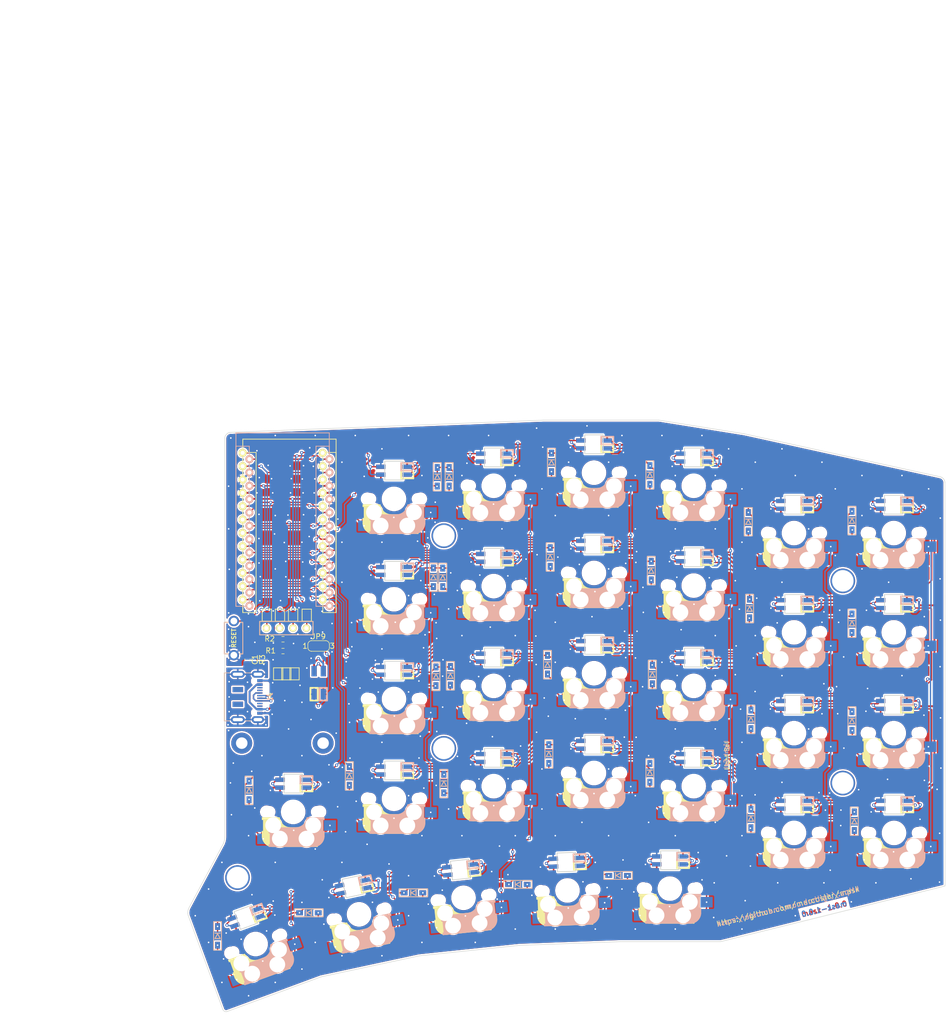
<source format=kicad_pcb>
(kicad_pcb (version 20211014) (generator pcbnew)
  (layers (0 "F.Cu" signal) (31 "B.Cu" signal) (34 "B.Paste" user) (35 "F.Paste" user) (36 "B.SilkS" user "B.Silkscreen") (37 "F.SilkS" user "F.Silkscreen") (38 "B.Mask" user) (39 "F.Mask" user) (44 "Edge.Cuts" user))
  (net 0 "")
  (net 1 "Net-(D1-Pad2)")
  (net 2 "row4")
  (net 3 "Net-(D2-Pad2)")
  (net 4 "Net-(D3-Pad2)")
  (net 5 "row0")
  (net 6 "Net-(D4-Pad2)")
  (net 7 "row1")
  (net 8 "Net-(D5-Pad2)")
  (net 9 "row2")
  (net 10 "Net-(D6-Pad2)")
  (net 11 "row3")
  (net 12 "Net-(D7-Pad2)")
  (net 13 "Net-(D8-Pad2)")
  (net 14 "Net-(D9-Pad2)")
  (net 15 "Net-(D10-Pad2)")
  (net 16 "Net-(D11-Pad2)")
  (net 17 "Net-(D12-Pad2)")
  (net 18 "Net-(D13-Pad2)")
  (net 19 "Net-(D14-Pad2)")
  (net 20 "Net-(D15-Pad2)")
  (net 21 "Net-(D16-Pad2)")
  (net 22 "Net-(D17-Pad2)")
  (net 23 "Net-(D18-Pad2)")
  (net 24 "Net-(D19-Pad2)")
  (net 25 "Net-(D20-Pad2)")
  (net 26 "Net-(D21-Pad2)")
  (net 27 "Net-(D22-Pad2)")
  (net 28 "Net-(D23-Pad2)")
  (net 29 "Net-(D24-Pad2)")
  (net 30 "Net-(D26-Pad2)")
  (net 31 "Net-(D27-Pad2)")
  (net 32 "Net-(D28-Pad2)")
  (net 33 "VCC")
  (net 34 "GND")
  (net 35 "col0")
  (net 36 "col1")
  (net 37 "col2")
  (net 38 "col3")
  (net 39 "col4")
  (net 40 "SDA")
  (net 41 "LED")
  (net 42 "SCL")
  (net 43 "RESET")
  (net 44 "Net-(D29-Pad2)")
  (net 45 "Net-(SW2-Pad1)")
  (net 46 "DATA")
  (net 47 "Net-(J3-Pad1)")
  (net 48 "Net-(J3-Pad2)")
  (net 49 "Net-(J3-Pad3)")
  (net 50 "Net-(J3-Pad4)")
  (net 51 "Net-(D30-Pad2)")
  (net 52 "Net-(SW1-Pad1)")
  (net 53 "/USB_SHIELD")
  (net 54 "Net-(SW4-Pad1)")
  (net 55 "/i2c_c")
  (net 56 "/i2c_d")
  (net 57 "lights")
  (net 58 "Net-(D37-Pad3)")
  (net 59 "unconnected-(U1-Pad7)")
  (net 60 "Net-(SW5-Pad1)")
  (net 61 "Net-(SW6-Pad1)")
  (net 62 "Net-(SW10-Pad3)")
  (net 63 "Net-(SW7-Pad1)")
  (net 64 "Net-(SW3-Pad1)")
  (net 65 "Net-(SW8-Pad1)")
  (net 66 "Net-(SW10-Pad1)")
  (net 67 "Net-(SW12-Pad1)")
  (net 68 "Net-(SW14-Pad1)")
  (net 69 "Net-(SW16-Pad1)")
  (net 70 "Net-(SW18-Pad1)")
  (net 71 "Net-(SW24-Pad1)")
  (net 72 "Net-(SW27-Pad1)")
  (net 73 "Net-(SW11-Pad1)")
  (net 74 "Net-(SW19-Pad1)")
  (net 75 "Net-(SW13-Pad1)")
  (net 76 "Net-(SW20-Pad1)")
  (net 77 "Net-(SW15-Pad1)")
  (net 78 "Net-(SW22-Pad1)")
  (net 79 "Net-(SW17-Pad1)")
  (net 80 "Net-(SW26-Pad1)")
  (net 81 "unconnected-(U1-Pad24)")
  (net 82 "Net-(SW28-Pad1)")
  (net 83 "Net-(SW21-Pad1)")
  (net 84 "Net-(SW29-Pad1)")
  (net 85 "Net-(SW23-Pad1)")
  (net 86 "unconnected-(SW30-Pad1)")
  (net 87 "Net-(SW25-Pad1)")
  (net 88 "unconnected-(U1-Pad20)")
  (net 89 "unconnected-(U1-Pad19)")
  (net 90 "SW25B")
  (net 95 "SW25A")
  (footprint "Resistor_SMD:R_0603_1608Metric" (layer "F.Cu") (at 99.36 78.97 180)
    (fp_text reference "R1")
    (fp_text value "R")
  )
  (footprint "Resistor_SMD:R_0603_1608Metric" (layer "F.Cu") (at 99.36 76.72 180)
    (fp_text reference "R2")
    (fp_text value "R")
  )
  (footprint "SofleKeyboard-footprint:HOLE_M2_TH" (layer "F.Cu") (at 129.975 57.075)
    (fp_text reference "TH3" hide)
    (fp_text value "HOLE" hide)
  )
  (footprint "SofleKeyboard-footprint:HOLE_M2_TH" (layer "F.Cu") (at 206.225 65.875)
    (fp_text reference "TH4" hide)
    (fp_text value "HOLE" hide)
  )
  (footprint "SofleKeyboard-footprint:HOLE_M2_TH" (layer "F.Cu") (at 130.025 97.575)
    (fp_text reference "TH5" hide)
    (fp_text value "HOLE" hide)
  )
  (footprint "SofleKeyboard-footprint:HOLE_M2_TH" (layer "F.Cu") (at 206.175 104.125)
    (fp_text reference "TH6" hide)
    (fp_text value "HOLE" hide)
  )
  (footprint "SofleKeyboard-footprint:HOLE_M2_TH" (layer "F.Cu") (at 90.7 122.1 90)
    (fp_text reference "TH7" hide)
    (fp_text value "HOLE" hide)
  )
  (footprint "SofleKeyboard-footprint:ProMicro" (layer "F.Cu") (at 100.49 56)
    (fp_text reference "U1" hide)
    (fp_text value "ProMicro" hide)
  )
  (footprint "SofleRGB:Jumper" (layer "F.Cu") (at 103.886 72.136 90)
    (fp_text reference "JP1" hide)
    (fp_text value "Jumper_NO_Small" hide)
  )
  (footprint "SofleRGB:Jumper" (layer "F.Cu") (at 101.286 72.136 90)
    (fp_text reference "JP2" hide)
    (fp_text value "Jumper_NO_Small" hide)
  )
  (footprint "SofleRGB:Jumper" (layer "F.Cu") (at 98.786 72.136 90)
    (fp_text reference "JP3" hide)
    (fp_text value "Jumper_NO_Small" hide)
  )
  (footprint "SofleKeyboard-footprint:TACT_SWITCH_TVBP06" (layer "F.Cu") (at 90 76.5 90)
    (fp_text reference "RSW1" hide)
    (fp_text value "SW_RST" hide)
  )
  (footprint "SofleRGB:jumper_data" (layer "F.Cu") (at 98.45 83.3 -90)
    (fp_text reference "W1" hide)
    (fp_text value "jumper" hide)
  )
  (footprint "Diode_SMD:crkbd-diode" (layer "F.Cu") (at 128.75 45.775 -90)
    (fp_text reference "D1" hide)
    (fp_text value "D" hide)
  )
  (footprint "Diode_SMD:crkbd-diode" (layer "F.Cu") (at 131 45.7805 -90)
    (fp_text reference "D2" hide)
    (fp_text value "D" hide)
  )
  (footprint "Diode_SMD:crkbd-diode" (layer "F.Cu") (at 150.5 43.04 -90)
    (fp_text reference "D3" hide)
    (fp_text value "D" hide)
  )
  (footprint "Diode_SMD:crkbd-diode" (layer "F.Cu") (at 169.25 45.425 -90)
    (fp_text reference "D4" hide)
    (fp_text value "D" hide)
  )
  (footprint "Diode_SMD:crkbd-diode" (layer "F.Cu") (at 188 54.35 -90)
    (fp_text reference "D5" hide)
    (fp_text value "D" hide)
  )
  (footprint "Diode_SMD:crkbd-diode" (layer "F.Cu") (at 207.75 54.125 -90)
    (fp_text reference "D6" hide)
    (fp_text value "D" hide)
  )
  (footprint "Diode_SMD:crkbd-diode" (layer "F.Cu") (at 128 64.915 -90)
    (fp_text reference "D7" hide)
    (fp_text value "D" hide)
  )
  (footprint "Diode_SMD:crkbd-diode" (layer "F.Cu") (at 129.8 64.94 -90)
    (fp_text reference "D8" hide)
    (fp_text value "D" hide)
  )
  (footprint "Diode_SMD:crkbd-diode" (layer "F.Cu") (at 150.25 61.065 -90)
    (fp_text reference "D9" hide)
    (fp_text value "D" hide)
  )
  (footprint "Diode_SMD:crkbd-diode" (layer "F.Cu") (at 169.5 63.65 -90)
    (fp_text reference "D10" hide)
    (fp_text value "D" hide)
  )
  (footprint "Diode_SMD:crkbd-diode" (layer "F.Cu") (at 188.25 70.875 -90)
    (fp_text reference "D11" hide)
    (fp_text value "D" hide)
  )
  (footprint "Diode_SMD:crkbd-diode" (layer "F.Cu") (at 207.75 73.675 -90)
    (fp_text reference "D12" hide)
    (fp_text value "D" hide)
  )
  (footprint "Diode_SMD:crkbd-diode" (layer "F.Cu") (at 128.5 83.775 -90)
    (fp_text reference "D13" hide)
    (fp_text value "D" hide)
  )
  (footprint "Diode_SMD:crkbd-diode" (layer "F.Cu") (at 131.25 83.675 -90)
    (fp_text reference "D14" hide)
    (fp_text value "D" hide)
  )
  (footprint "Diode_SMD:crkbd-diode" (layer "F.Cu") (at 149.75 81.565 -90)
    (fp_text reference "D15" hide)
    (fp_text value "D" hide)
  )
  (footprint "Diode_SMD:crkbd-diode" (layer "F.Cu") (at 169.725 83.425 -90)
    (fp_text reference "D16" hide)
    (fp_text value "D" hide)
  )
  (footprint "Diode_SMD:crkbd-diode" (layer "F.Cu") (at 188.5 91.975 -90)
    (fp_text reference "D17" hide)
    (fp_text value "D" hide)
  )
  (footprint "Diode_SMD:crkbd-diode" (layer "F.Cu") (at 207.75 92.275 -90)
    (fp_text reference "D18" hide)
    (fp_text value "D" hide)
  )
  (footprint "Diode_SMD:crkbd-diode" (layer "F.Cu") (at 112 102.75 -90)
    (fp_text reference "D19" hide)
    (fp_text value "D" hide)
  )
  (footprint "Diode_SMD:crkbd-diode" (layer "F.Cu") (at 130 104.2 -90)
    (fp_text reference "D20" hide)
    (fp_text value "D" hide)
  )
  (footprint "Diode_SMD:crkbd-diode" (layer "F.Cu") (at 150 98.565 -90)
    (fp_text reference "D21" hide)
    (fp_text value "D" hide)
  )
  (footprint "Diode_SMD:crkbd-diode" (layer "F.Cu") (at 169.25 102.15 -90)
    (fp_text reference "D22" hide)
    (fp_text value "D" hide)
  )
  (footprint "Diode_SMD:crkbd-diode" (layer "F.Cu") (at 188.5 110.85 -90)
    (fp_text reference "D23" hide)
    (fp_text value "D" hide)
  )
  (footprint "Diode_SMD:crkbd-diode" (layer "F.Cu") (at 208.2 111.375 -90)
    (fp_text reference "D24" hide)
    (fp_text value "D" hide)
  )
  (footprint "Diode_SMD:crkbd-diode" (layer "F.Cu") (at 92.9 105.5 -90)
    (fp_text reference "D25" hide)
    (fp_text value "D" hide)
  )
  (footprint "Diode_SMD:crkbd-diode" (layer "F.Cu") (at 86.9 133.2 -90)
    (fp_text reference "D26" hide)
    (fp_text value "D" hide)
  )
  (footprint "Diode_SMD:crkbd-diode" (layer "F.Cu") (at 104.3 128.8)
    (fp_text reference "D27" hide)
    (fp_text value "D" hide)
  )
  (footprint "Diode_SMD:crkbd-diode" (layer "F.Cu") (at 124.2 125)
    (fp_text reference "D28" hide)
    (fp_text value "D" hide)
  )
  (footprint "Diode_SMD:crkbd-diode" (layer "F.Cu") (at 144.1 123.4)
    (fp_text reference "D29" hide)
    (fp_text value "D" hide)
  )
  (footprint "SofleRGB:SK6812MINI-E_and_cherry" (layer "F.Cu") (at 120.5 50 180)
    (fp_text reference "SW1" hide)
    (fp_text value "SW_PUSH-MX_W_LED" hide)
    (fp_line (start 1.75 7.2) (end -1.75 7.2) (layer "Edge.Cuts") (width 0.15))
    (fp_line (start -1.75 3.6) (end -1.75 7.2) (layer "Edge.Cuts") (width 0.15))
    (fp_line (start -1.75 3.6) (end 1.75 3.6) (layer "Edge.Cuts") (width 0.15))
    (fp_line (start 1.75 3.6) (end 1.75 7.2) (layer "Edge.Cuts") (width 0.15))
  )
  (footprint "SofleRGB:SK6812MINI-E_and_cherry" (layer "F.Cu") (at 139.5 47.5 180)
    (fp_text reference "SW2" hide)
    (fp_text value "SW_PUSH-MX_W_LED" hide)
    (fp_line (start -1.75 3.6) (end -1.75 7.2) (layer "Edge.Cuts") (width 0.15))
    (fp_line (start 1.75 3.6) (end 1.75 7.2) (layer "Edge.Cuts") (width 0.15))
    (fp_line (start -1.75 3.6) (end 1.75 3.6) (layer "Edge.Cuts") (width 0.15))
    (fp_line (start 1.75 7.2) (end -1.75 7.2) (layer "Edge.Cuts") (width 0.15))
  )
  (footprint "SofleRGB:SK6812MINI-E_and_cherry" (layer "F.Cu") (at 158.6 45 180)
    (fp_text reference "SW3" hide)
    (fp_text value "SW_PUSH-MX_W_LED" hide)
    (fp_line (start -1.75 3.6) (end 1.75 3.6) (layer "Edge.Cuts") (width 0.15))
    (fp_line (start 1.75 3.6) (end 1.75 7.2) (layer "Edge.Cuts") (width 0.15))
    (fp_line (start -1.75 3.6) (end -1.75 7.2) (layer "Edge.Cuts") (width 0.15))
    (fp_line (start 1.75 7.2) (end -1.75 7.2) (layer "Edge.Cuts") (width 0.15))
  )
  (footprint "SofleRGB:SK6812MINI-E_and_cherry" (layer "F.Cu") (at 177.6 47.5 180)
    (fp_text reference "SW4" hide)
    (fp_text value "SW_PUSH-MX_W_LED" hide)
    (fp_line (start -1.75 3.6) (end 1.75 3.6) (layer "Edge.Cuts") (width 0.15))
    (fp_line (start 1.75 3.6) (end 1.75 7.2) (layer "Edge.Cuts") (width 0.15))
    (fp_line (start -1.75 3.6) (end -1.75 7.2) (layer "Edge.Cuts") (width 0.15))
    (fp_line (start 1.75 7.2) (end -1.75 7.2) (layer "Edge.Cuts") (width 0.15))
  )
  (footprint "SofleRGB:SK6812MINI-E_and_cherry" (layer "F.Cu") (at 196.7 56.5 180)
    (fp_text reference "SW5" hide)
    (fp_text value "SW_PUSH-MX_W_LED" hide)
    (fp_line (start -1.75 3.6) (end -1.75 7.2) (layer "Edge.Cuts") (width 0.15))
    (fp_line (start 1.75 3.6) (end 1.75 7.2) (layer "Edge.Cuts") (width 0.15))
    (fp_line (start 1.75 7.2) (end -1.75 7.2) (layer "Edge.Cuts") (width 0.15))
    (fp_line (start -1.75 3.6) (end 1.75 3.6) (layer "Edge.Cuts") (width 0.15))
  )
  (footprint "SofleRGB:SK6812MINI-E_and_cherry" (layer "F.Cu") (at 120.5 69.1 180)
    (fp_text reference "SW7" hide)
    (fp_text value "SW_PUSH-MX_W_LED" hide)
    (fp_line (start -1.75 3.6) (end 1.75 3.6) (layer "Edge.Cuts") (width 0.15))
    (fp_line (start -1.75 3.6) (end -1.75 7.2) (layer "Edge.Cuts") (width 0.15))
    (fp_line (start 1.75 3.6) (end 1.75 7.2) (layer "Edge.Cuts") (width 0.15))
    (fp_line (start 1.75 7.2) (end -1.75 7.2) (layer "Edge.Cuts") (width 0.15))
  )
  (footprint "SofleRGB:SK6812MINI-E_and_cherry" (layer "F.Cu") (at 139.5 66.6 180)
    (fp_text reference "SW8" hide)
    (fp_text value "SW_PUSH-MX_W_LED" hide)
    (fp_line (start -1.75 3.6) (end 1.75 3.6) (layer "Edge.Cuts") (width 0.15))
    (fp_line (start -1.75 3.6) (end -1.75 7.2) (layer "Edge.Cuts") (width 0.15))
    (fp_line (start 1.75 7.2) (end -1.75 7.2) (layer "Edge.Cuts") (width 0.15))
    (fp_line (start 1.75 3.6) (end 1.75 7.2) (layer "Edge.Cuts") (width 0.15))
  )
  (footprint "SofleRGB:SK6812MINI-E_and_cherry" (layer "F.Cu") (at 158.6 64.09 180)
    (fp_text reference "SW9" hide)
    (fp_text value "SW_PUSH-MX_W_LED" hide)
    (fp_line (start -1.75 3.6) (end 1.75 3.6) (layer "Edge.Cuts") (width 0.15))
    (fp_line (start -1.75 3.6) (end -1.75 7.2) (layer "Edge.Cuts") (width 0.15))
    (fp_line (start 1.75 7.2) (end -1.75 7.2) (layer "Edge.Cuts") (width 0.15))
    (fp_line (start 1.75 3.6) (end 1.75 7.2) (layer "Edge.Cuts") (width 0.15))
  )
  (footprint "SofleRGB:SK6812MINI-E_and_cherry" (layer "F.Cu") (at 177.6 66.5 180)
    (fp_text reference "SW10" hide)
    (fp_text value "SW_PUSH-MX_W_LED" hide)
    (fp_line (start -1.75 3.6) (end 1.75 3.6) (layer "Edge.Cuts") (width 0.15))
    (fp_line (start 1.75 3.6) (end 1.75 7.2) (layer "Edge.Cuts") (width 0.15))
    (fp_line (start -1.75 3.6) (end -1.75 7.2) (layer "Edge.Cuts") (width 0.15))
    (fp_line (start 1.75 7.2) (end -1.75 7.2) (layer "Edge.Cuts") (width 0.15))
  )
  (footprint "SofleRGB:SK6812MINI-E_and_cherry" (layer "F.Cu") (at 196.7 75.4 180)
    (fp_text reference "SW11" hide)
    (fp_text value "SW_PUSH-MX_W_LED" hide)
    (fp_line (start -1.75 3.6) (end 1.75 3.6) (layer "Edge.Cuts") (width 0.15))
    (fp_line (start 1.75 3.6) (end 1.75 7.2) (layer "Edge.Cuts") (width 0.15))
    (fp_line (start -1.75 3.6) (end -1.75 7.2) (layer "Edge.Cuts") (width 0.15))
    (fp_line (start 1.75 7.2) (end -1.75 7.2) (layer "Edge.Cuts") (width 0.15))
  )
  (footprint "SofleRGB:SK6812MINI-E_and_cherry" (layer "F.Cu") (at 215.7 75.4 180)
    (fp_text reference "SW12" hide)
    (fp_text value "SW_PUSH-MX_W_LED" hide)
    (fp_line (start -1.75 3.6) (end -1.75 7.2) (layer "Edge.Cuts") (width 0.15))
    (fp_line (start -1.75 3.6) (end 1.75 3.6) (layer "Edge.Cuts") (width 0.15))
    (fp_line (start 1.75 7.2) (end -1.75 7.2) (layer "Edge.Cuts") (width 0.15))
    (fp_line (start 1.75 3.6) (end 1.75 7.2) (layer "Edge.Cuts") (width 0.15))
  )
  (footprint "SofleRGB:SK6812MINI-E_and_cherry" (layer "F.Cu") (at 120.5 88.1 180)
    (fp_text reference "SW13" hide)
    (fp_text value "SW_PUSH-MX_W_LED" hide)
    (fp_line (start -1.75 3.6) (end 1.75 3.6) (layer "Edge.Cuts") (width 0.15))
    (fp_line (start 1.75 3.6) (end 1.75 7.2) (layer "Edge.Cuts") (width 0.15))
    (fp_line (start 1.75 7.2) (end -1.75 7.2) (layer "Edge.Cuts") (width 0.15))
    (fp_line (start -1.75 3.6) (end -1.75 7.2) (layer "Edge.Cuts") (width 0.15))
  )
  (footprint "SofleRGB:SK6812MINI-E_and_cherry" (layer "F.Cu") (at 139.5 85.6 180)
    (fp_text reference "SW14" hide)
    (fp_text value "SW_PUSH-MX_W_LED" hide)
    (fp_line (start 1.75 7.2) (end -1.75 7.2) (layer "Edge.Cuts") (width 0.15))
    (fp_line (start -1.75 3.6) (end -1.75 7.2) (layer "Edge.Cuts") (width 0.15))
    (fp_line (start -1.75 3.6) (end 1.75 3.6) (layer "Edge.Cuts") (width 0.15))
    (fp_line (start 1.75 3.6) (end 1.75 7.2) (layer "Edge.Cuts") (width 0.15))
  )
  (footprint "SofleRGB:SK6812MINI-E_and_cherry" (layer "F.Cu") (at 158.6 83.19 180)
    (fp_text reference "SW15" hide)
    (fp_text value "SW_PUSH-MX_W_LED" hide)
    (fp_line (start 1.75 7.2) (end -1.75 7.2) (layer "Edge.Cuts") (width 0.15))
    (fp_line (start -1.75 3.6) (end 1.75 3.6) (layer "Edge.Cuts") (width 0.15))
    (fp_line (start 1.75 3.6) (end 1.75 7.2) (layer "Edge.Cuts") (width 0.15))
    (fp_line (start -1.75 3.6) (end -1.75 7.2) (layer "Edge.Cuts") (width 0.15))
  )
  (footprint "SofleRGB:SK6812MINI-E_and_cherry" (layer "F.Cu") (at 177.6 85.6 180)
    (fp_text reference "SW16" hide)
    (fp_text value "SW_PUSH-MX_W_LED" hide)
    (fp_line (start 1.75 7.2) (end -1.75 7.2) (layer "Edge.Cuts") (width 0.15))
    (fp_line (start 1.75 3.6) (end 1.75 7.2) (layer "Edge.Cuts") (width 0.15))
    (fp_line (start -1.75 3.6) (end -1.75 7.2) (layer "Edge.Cuts") (width 0.15))
    (fp_line (start -1.75 3.6) (end 1.75 3.6) (layer "Edge.Cuts") (width 0.15))
  )
  (footprint "SofleRGB:SK6812MINI-E_and_cherry" (layer "F.Cu") (at 196.7 94.6 180)
    (fp_text reference "SW17" hide)
    (fp_text value "SW_PUSH-MX_W_LED" hide)
    (fp_line (start -1.75 3.6) (end 1.75 3.6) (layer "Edge.Cuts") (width 0.15))
    (fp_line (start -1.75 3.6) (end -1.75 7.2) (layer "Edge.Cuts") (width 0.15))
    (fp_line (start 1.75 3.6) (end 1.75 7.2) (layer "Edge.Cuts") (width 0.15))
    (fp_line (start 1.75 7.2) (end -1.75 7.2) (layer "Edge.Cuts") (width 0.15))
  )
  (footprint "SofleRGB:SK6812MINI-E_and_cherry" (layer "F.Cu") (at 215.7 94.6 180)
    (fp_text reference "SW18" hide)
    (fp_text value "SW_PUSH-MX_W_LED" hide)
    (fp_line (start 1.75 7.2) (end -1.75 7.2) (layer "Edge.Cuts") (width 0.15))
    (fp_line (start -1.75 3.6) (end 1.75 3.6) (layer "Edge.Cuts") (width 0.15))
    (fp_line (start -1.75 3.6) (end -1.75 7.2) (layer "Edge.Cuts") (width 0.15))
    (fp_line (start 1.75 3.6) (end 1.75 7.2) (layer "Edge.Cuts") (width 0.15))
  )
  (footprint "SofleRGB:SK6812MINI-E_and_cherry" (layer "F.Cu") (at 120.5 107.1 180)
    (fp_text reference "SW19" hide)
    (fp_text value "SW_PUSH-MX_W_LED" hide)
    (fp_line (start 1.75 3.6) (end 1.75 7.2) (layer "Edge.Cuts") (width 0.15))
    (fp_line (start 1.75 7.2) (end -1.75 7.2) (layer "Edge.Cuts") (width 0.15))
    (fp_line (start -1.75 3.6) (end -1.75 7.2) (layer "Edge.Cuts") (width 0.15))
    (fp_line (start -1.75 3.6) (end 1.75 3.6) (layer "Edge.Cuts") (width 0.15))
  )
  (footprint "SofleRGB:SK6812MINI-E_and_cherry" (layer "F.Cu") (at 139.5 104.7 180)
    (fp_text reference "SW20" hide)
    (fp_text value "SW_PUSH-MX_W_LED" hide)
    (fp_line (start 1.75 7.2) (end -1.75 7.2) (layer "Edge.Cuts") (width 0.15))
    (fp_line (start -1.75 3.6) (end -1.75 7.2) (layer "Edge.Cuts") (width 0.15))
    (fp_line (start 1.75 3.6) (end 1.75 7.2) (layer "Edge.Cuts") (width 0.15))
    (fp_line (start -1.75 3.6) (end 1.75 3.6) (layer "Edge.Cuts") (width 0.15))
  )
  (footprint "SofleRGB:SK6812MINI-E_and_cherry" (layer "F.Cu") (at 158.6 102.19 180)
    (fp_text reference "SW21" hide)
    (fp_text value "SW_PUSH-MX_W_LED" hide)
    (fp_line (start 1.75 7.2) (end -1.75 7.2) (layer "Edge.Cuts") (width 0.15))
    (fp_line (start -1.75 3.6) (end -1.75 7.2) (layer "Edge.Cuts") (width 0.15))
    (fp_line (start 1.75 3.6) (end 1.75 7.2) (layer "Edge.Cuts") (width 0.15))
    (fp_line (start -1.75 3.6) (end 1.75 3.6) (layer "Edge.Cuts") (width 0.15))
  )
  (footprint "SofleRGB:SK6812MINI-E_and_cherry" (layer "F.Cu") (at 177.6 104.7 180)
    (fp_text reference "SW22" hide)
    (fp_text value "SW_PUSH-MX_W_LED" hide)
    (fp_line (start 1.75 7.2) (end -1.75 7.2) (layer "Edge.Cuts") (width 0.15))
    (fp_line (start 1.75 3.6) (end 1.75 7.2) (layer "Edge.Cuts") (width 0.15))
    (fp_line (start -1.75 3.6) (end 1.75 3.6) (layer "Edge.Cuts") (width 0.15))
    (fp_line (start -1.75 3.6) (end -1.75 7.2) (layer "Edge.Cuts") (width 0.15))
  )
  (footprint "SofleRGB:SK6812MINI-E_and_cherry" (layer "F.Cu") (at 196.7 113.6 180)
    (fp_text reference "SW23" hide)
    (fp_text value "SW_PUSH-MX_W_LED" hide)
    (fp_line (start 1.75 7.2) (end -1.75 7.2) (layer "Edge.Cuts") (width 0.15))
    (fp_line (start 1.75 3.6) (end 1.75 7.2) (layer "Edge.Cuts") (width 0.15))
    (fp_line (start -1.75 3.6) (end -1.75 7.2) (layer "Edge.Cuts") (width 0.15))
    (fp_line (start -1.75 3.6) (end 1.75 3.6) (layer "Edge.Cuts") (width 0.15))
  )
  (footprint "SofleRGB:SK6812MINI-E_and_cherry" (layer "F.Cu") (at 215.75 113.6 180)
    (fp_text reference "SW24" hide)
    (fp_text value "SW_PUSH-MX_W_LED" hide)
    (fp_line (start -1.75 3.6) (end 1.75 3.6) (layer "Edge.Cuts") (width 0.15))
    (fp_line (start 1.75 7.2) (end -1.75 7.2) (layer "Edge.Cuts") (width 0.15))
    (fp_line (start 1.75 3.6) (end 1.75 7.2) (layer "Edge.Cuts") (width 0.15))
    (fp_line (start -1.75 3.6) (end -1.75 7.2) (layer "Edge.Cuts") (width 0.15))
  )
  (footprint "SofleRGB:SK6812MINI-E_and_cherry" (layer "F.Cu") (at 94.15 134.75 -160)
    (fp_text reference "SW26" hide)
    (fp_text value "SW_PUSH-MX_W_LED" hide)
    (fp_line (start 1.75 7.2) (end -1.75 7.2) (layer "Edge.Cuts") (width 0.15))
    (fp_line (start 1.75 3.6) (end 1.75 7.2) (layer "Edge.Cuts") (width 0.15))
    (fp_line (start -1.75 3.6) (end -1.75 7.2) (layer "Edge.Cuts") (width 0.15))
    (fp_line (start -1.75 3.6) (end 1.75 3.6) (layer "Edge.Cuts") (width 0.15))
  )
  (footprint "SofleRGB:SK6812MINI-E_and_cherry" (layer "F.Cu") (at 133.75 125.95 -174)
    (fp_text reference "SW28" hide)
    (fp_text value "SW_PUSH-MX_W_LED" hide)
    (fp_line (start 1.75 3.6) (end 1.75 7.2) (layer "Edge.Cuts") (width 0.15))
    (fp_line (start -1.75 3.6) (end 1.75 3.6) (layer "Edge.Cuts") (width 0.15))
    (fp_line (start -1.75 3.6) (end -1.75 7.2) (layer "Edge.Cuts") (width 0.15))
    (fp_line (start 1.75 7.2) (end -1.75 7.2) (layer "Edge.Cuts") (width 0.15))
  )
  (footprint "SofleRGB:SK6812MINI-E_and_cherry" (layer "F.Cu") (at 153.55 124.55 -178)
    (fp_text reference "SW29" hide)
    (fp_text value "SW_PUSH-MX_W_LED" hide)
    (fp_line (start -1.75 3.6) (end -1.75 7.2) (layer "Edge.Cuts") (width 0.15))
    (fp_line (start 1.75 7.2) (end -1.75 7.2) (layer "Edge.Cuts") (width 0.15))
    (fp_line (start 1.75 3.6) (end 1.75 7.2) (layer "Edge.Cuts") (width 0.15))
    (fp_line (start -1.75 3.6) (end 1.75 3.6) (layer "Edge.Cuts") (width 0.15))
  )
  (footprint "SofleKeyboard-footprint:M2_HOLE_PCB" (layer "F.Cu") (at 91.5 96.5)
    (fp_text reference "TH1" hide)
    (fp_text value "HOLE")
  )
  (footprint "SofleRGB:Jumper" (layer "F.Cu") (at 96.286 72.136 90)
    (fp_text reference "JP4" hide)
    (fp_text value "Jumper_NO_Small" hide)
  )
  (footprint "SofleKeyboard-footprint:OLED_4Pin" (layer "F.Cu") (at 96.19 74.6)
    (fp_text reference "J3" hide)
    (fp_text value "OLED" hide)
  )
  (footprint "Diode_SMD:crkbd-diode" (layer "F.Cu") (at 163.2 121.7)
    (fp_text reference "D30" hide)
    (fp_text value "D" hide)
  )
  (footprint "SofleKeyboard-footprint:M2_HOLE_PCB" (layer "F.Cu") (at 107 96.5)
    (fp_text reference "TH2" hide)
    (fp_text value "HOLE")
  )
  (footprint "LED_SMD:SK6812MINI_underglow_dev" (layer "F.Cu") (at 106.16 84.9879 90)
    (fp_text reference "D37" hide)
    (fp_text value "LED_sk2812_SM" hide)
  )
  (footprint "SofleRGB:SK6812MINI-E_and_cherry" (layer "F.Cu") (at 173.05 124.2 180)
    (fp_text reference "SW30" hide)
    (fp_text value "SW_PUSH-MX_W_LED" hide)
    (fp_line (start 1.75 3.6) (end 1.75 7.2) (layer "Edge.Cuts") (width 0.15))
    (fp_line (start -1.75 3.6) (end -1.75 7.2) (layer "Edge.Cuts") (width 0.15))
    (fp_line (start 1.75 7.2) (end -1.75 7.2) (layer "Edge.Cuts") (width 0.15))
    (fp_line (start -1.75 3.6) (end 1.75 3.6) (layer "Edge.Cuts") (width 0.15))
  )
  (footprint "SofleRGB:SK6812MINI-E_and_cherry" (layer "F.Cu") (at 113.85 129.1 -168)
    (fp_text reference "SW27" hide)
    (fp_text value "SW_PUSH-MX_W_LED" hide)
    (fp_line (start 1.75 3.6) (end 1.75 7.2) (layer "Edge.Cuts") (width 0.15))
    (fp_line (start 1.75 7.2) (end -1.75 7.2) (layer "Edge.Cuts") (width 0.15))
    (fp_line (start -1.75 3.6) (end 1.75 3.6) (layer "Edge.Cuts") (width 0.15))
    (fp_line (start -1.75 3.6) (end -1.75 7.2) (layer "Edge.Cuts") (width 0.15))
  )
  (footprint "SofleRGB:SK6812MINI-E_and_cherry" (layer "F.Cu") (at 215.7 56.5 180)
    (fp_text reference "SW6" hide)
    (fp_text value "SW_PUSH-MX_W_LED" hide)
    (fp_line (start 1.75 7.2) (end -1.75 7.2) (layer "Edge.Cuts") (width 0.15))
    (fp_line (start -1.75 3.6) (end 1.75 3.6) (layer "Edge.Cuts") (width 0.15))
    (fp_line (start -1.75 3.6) (end -1.75 7.2) (layer "Edge.Cuts") (width 0.15))
    (fp_line (start 1.75 3.6) (end 1.75 7.2) (layer "Edge.Cuts") (width 0.15))
  )
  (footprint "SofleRGB:Jumper" (layer "F.Cu") (at 101.55 83.3 90)
    (fp_text reference "JP6" hide)
    (fp_text value "Jumper_NO_Small" hide)
  )
  (footprint "Capacitor_SMD:C_0603_1608Metric" (layer "F.Cu") (at 92.6 80.6 -90)
    (fp_text reference "C1")
    (fp_text value "100nF")
  )
  (footprint "SofleRGB:Jumper" (layer "F.Cu") (at 100 83.3 90)
    (fp_text reference "JP5" hide)
    (fp_text value "Jumper_NO_Small" hide)
  )
  (footprint "Resistor_SMD:R_0603_1608Metric" (layer "F.Cu") (at 94 80.6 -90)
    (fp_text reference "R3")
    (fp_text value "10k")
  )
  (footprint "Connector_USB:USB_C_Receptacle_JAE_DX07S016JA1R1500" (layer "F.Cu") (at 91.9 87.7 -90)
    (fp_text reference "J4")
    (fp_text value "USB_C_Receptacle_USB2.0")
  )
  (footprint "SofleRGB:SK6812MINI-E_and_cherry" (layer "F.Cu") (at 101.3 109.6 180)
    (fp_text reference "SW25" hide)
    (fp_text value "SW_PUSH-MX_W_LED" hide)
    (fp_line (start -1.75 3.6) (end 1.75 3.6) (layer "Edge.Cuts") (width 0.15))
    (fp_line (start 1.75 7.2) (end -1.75 7.2) (layer "Edge.Cuts") (width 0.15))
    (fp_line (start 1.75 3.6) (end 1.75 7.2) (layer "Edge.Cuts") (width 0.15))
    (fp_line (start -1.75 3.6) (end -1.75 7.2) (layer "Edge.Cuts") (width 0.15))
  )
  (footprint "Jumper:SolderJumper-3_P1.3mm_Bridged2Bar12_RoundedPad1.0x1.5mm_NumberLabels" (layer "F.Cu") (at 106.15 78)
    (fp_text reference "JP9")
    (fp_text value "SolderJumper_3_Bridged12")
  )
  (footprint "Connector_USB:USB_C_Receptacle_JAE_DX07S016JA1R1500" (layer "B.Cu") (at 91.9 87.7 90)
    (fp_text reference "J1")
    (fp_text value "USB_C_Receptacle_USB2.0")
  )
  (gr_line (start 225.283881 46.326846) (end 225.370281 46.507711) (layer "Edge.Cuts") (width 0.1))
  (gr_line (start 87.9 147.2) (end 81.3 129.3) (layer "Edge.Cuts") (width 0.1))
  (gr_line (start 187.2 37.6) (end 224.475441 45.774185) (layer "Edge.Cuts") (width 0.1))
  (gr_line (start 88.297257 38.245261) (end 88.364377 38.029014) (layer "Edge.Cuts") (width 0.1))
  (gr_line (start 225.443181 46.910941) (end 225.470181 123.7) (layer "Edge.Cuts") (width 0.1))
  (gr_line (start 88.611259 37.662831) (end 88.781752 37.52216) (layer "Edge.Cuts") (width 0.1))
  (gr_line (start 225.424381 46.70361) (end 225.443181 46.910941) (layer "Edge.Cuts") (width 0.1))
  (gr_line (start 88.781752 37.52216) (end 88.977436 37.415945) (layer "Edge.Cuts") (width 0.1))
  (gr_line (start 225.370281 46.507711) (end 225.424381 46.70361) (layer "Edge.Cuts") (width 0.1))
  (gr_line (start 81.43 127.91) (end 88 115.65) (layer "Edge.Cuts") (width 0.1))
  (gr_line (start 88.364377 38.029014) (end 88.47059 37.833327) (layer "Edge.Cuts") (width 0.1))
  (gr_line (start 88.273857 38.477435) (end 88.297257 38.245261) (layer "Edge.Cuts") (width 0.1))
  (gr_line (start 224.677111 45.825815) (end 224.861871 45.910505) (layer "Edge.Cuts") (width 0.1))
  (gr_line (start 224.475441 45.774185) (end 224.677111 45.825815) (layer "Edge.Cuts") (width 0.1))
  (gr_line (start 88.47059 37.833327) (end 88.611259 37.662831) (layer "Edge.Cuts") (width 0.1))
  (gr_line (start 163.5 134.3) (end 182.7 134.3) (layer "Edge.Cuts") (width 0.1))
  (gr_line (start 149 35) (end 89.425853 37.325405) (layer "Edge.Cuts") (width 0.1))
  (gr_line (start 88.275257 114.4) (end 88.2 115.05) (layer "Edge.Cuts") (width 0.1))
  (gr_line (start 81.3 129.3) (end 81.23 128.9) (layer "Edge.Cuts") (width 0.1))
  (gr_line (start 81.31 128.23) (end 81.43 127.91) (layer "Edge.Cuts") (width 0.1))
  (gr_line (start 81.25 128.56) (end 81.31 128.23) (layer "Edge.Cuts") (width 0.1))
  (gr_line (start 88.2 115.05) (end 88 115.65) (layer "Edge.Cuts") (width 0.1))
  (gr_line (start 81.23 128.9) (end 81.25 128.56) (layer "Edge.Cuts") (width 0.1))
  (gr_line (start 225.470181 123.7) (end 182.7 134.3) (layer "Edge.Cuts") (width 0.1))
  (gr_line (start 88.275257 114.4) (end 88.273857 38.477435) (layer "Edge.Cuts") (width 0.1))
  (gr_line (start 225.168321 46.164621) (end 225.283881 46.326846) (layer "Edge.Cuts") (width 0.1))
  (gr_line (start 224.861871 45.910505) (end 225.026621 46.024639) (layer "Edge.Cuts") (width 0.1))
  (gr_line (start 149 35) (end 170.95 35) (layer "Edge.Cuts") (width 0.1))
  (gr_line (start 88.977436 37.415945) (end 89.19368 37.348815) (layer "Edge.Cuts") (width 0.1))
  (gr_line (start 89.19368 37.348815) (end 89.425853 37.325405) (layer "Edge.Cuts") (width 0.1))
  (gr_line (start 225.026621 46.024639) (end 225.168321 46.164621) (layer "Edge.Cuts") (width 0.1))
  (gr_line (start 106.6 141) (end 88.7 147.6) (layer "Edge.Cuts") (width 0.1))
  (gr_line (start 125.3 137) (end 144.4 135) (layer "Edge.Cuts") (width 0.1))
  (gr_arc (start 88.7 147.6) (mid 88.219904 147.560191) (end 87.9 147.2) (layer "Edge.Cuts") (width 0.1))
  (gr_line (start 106.6 141) (end 125.3 137) (layer "Edge.Cuts") (width 0.1))
  (gr_line (start 170.95 35) (end 187.2 37.6) (layer "Edge.Cuts") (width 0.1))
  (gr_line (start 144.4 135) (end 163.5 134.3) (layer "Edge.Cuts") (width 0.1))
  (gr_text "mask-1.0.0" (at 202.46 128.07 14) (layer "F.Cu") (effects (font (size 1 1) (thickness 0.2))))
  (gr_text "mask-1.0.0" (at 202.45 128.06 14) (layer "B.Cu") (effects (font (size 1 1) (thickness 0.2)) (justify mirror)))
  (gr_text "Light Sel" (at 183.79 98.7 90) (layer "B.SilkS") (effects (font (size 0.8 0.8)) (justify mirror)))
  (gr_text "https://github.com/marcoster/mask" (at 195.55 127.6 14) (layer "B.SilkS") (effects (font (size 1 1)) (justify mirror)))
  (gr_text "Light Sel" (at 183.94 98.91 90) (layer "F.SilkS") (effects (font (size 0.8 0.8))))
  (gr_text "https://github.com/marcoster/mask" (at 195.55 127.6 14) (layer "F.SilkS") (effects (font (size 1 1))))
  (segment (start 115.4 47.5) (end 113.5 49.4) (width 0.25) (layer "F.Cu") (net 1))
  (segment (start 113.5 49.4) (end 113.5 52.58) (width 0.25) (layer "F.Cu") (net 1))
  (segment (start 113.5 53.82) (end 114.8 55.12) (width 0.25) (layer "F.Cu") (net 1))
  (segment (start 128.6 47.5) (end 115.4 47.5) (width 0.25) (layer "F.Cu") (net 1))
  (segment (start 113.5 52.58) (end 113.5 53.82) (width 0.25) (layer "F.Cu") (net 1))
  (segment (start 128.7 47.6) (end 128.6 47.5) (width 0.25) (layer "F.Cu") (net 1))
  (via (at 114.8 55.12) (size 0.6) (drill 0.3) (layers "F.Cu" "B.Cu") (net 1))
  (via (at 128.7 47.6) (size 0.6) (drill 0.3) (layers "F.Cu" "B.Cu") (net 1))
  (segment (start 118.18 125.01) (end 122.39 125.01) (width 0.25) (layer "F.Cu") (net 2))
  (segment (start 90.98 105.645) (end 92.9 103.725) (width 0.25) (layer "F.Cu") (net 2))
  (segment (start 108.75 101.51) (end 95.09 101.51) (width 0.25) (layer "F.Cu") (net 2))
  (segment (start 101.32 128.8) (end 88.74 133.53) (width 0.25) (layer "F.Cu") (net 2))
  (segment (start 93.17 69.17) (end 94.44 67.9) (width 0.25) (layer "F.Cu") (net 2))
  (segment (start 135.058334 122.62) (end 131.502632 122.993719) (width 0.25) (layer "F.Cu") (net 2))
  (segment (start 102.525 128.8) (end 101.32 128.8) (width 0.25) (layer "F.Cu") (net 2))
  (segment (start 86.9 131.425) (end 86.9 130.03) (width 0.25) (layer "F.Cu") (net 2))
  (segment (start 91.67 69.17) (end 93.17 69.17) (width 0.25) (layer "F.Cu") (net 2))
  (segment (start 86.9 130.03) (end 90.58 126.35) (width 0.25) (layer "F.Cu") (net 2))
  (segment (start 142.325 123.4) (end 141.545 122.62) (width 0.25) (layer "F.Cu") (net 2))
  (segment (start 90.58 126.35) (end 94.03 126.35) (width 0.25) (layer "F.Cu") (net 2))
  (segment (start 141.545 122.62) (end 135.058334 122.62) (width 0.25) (layer "F.Cu") (net 2))
  (segment (start 87.83 133.53) (end 86.9 132.6) (width 0.25) (layer "F.Cu") (net 2))
  (segment (start 94.44 67.9) (end 105 67.9) (width 0.25) (layer "F.Cu") (net 2))
  (segment (start 86.9 132.6) (end 86.9 131.425) (width 0.25) (layer "F.Cu") (net 2))
  (segment (start 124.431281 122.993719) (end 122.425 125) (width 0.25) (layer "F.Cu") (net 2))
  (segment (start 94.03 126.35) (end 94.51 125.87) (width 0.25) (layer "F.Cu") (net 2))
  (segment (start 104.255 127.07) (end 102.525 128.8) (width 0.25) (layer "F.Cu") (net 2))
  (segment (start 94.51 125.87) (end 94.51 119.25) (width 0.25) (layer "F.Cu") (net 2))
  (segment (start 90.98 115.72) (end 90.98 105.645) (width 0.25) (layer "F.Cu") (net 2))
  (segment (start 131.502632 122.993719) (end 124.431281 122.993719) (width 0.25) (layer "F.Cu") (net 2))
  (segment (start 105.651374 68.551374) (end 105.651374 69.448626) (width 0.25) (layer "F.Cu") (net 2))
  (segment (start 122.39 125.01) (end 122.4 125) (width 0.25) (layer "F.Cu") (net 2))
  (segment (start 109.57 100.69) (end 108.75 101.51) (width 0.25) (layer "F.Cu") (net 2))
  (segment (start 106.568494 70.365745) (end 108.208815 70.365745) (width 0.25) (layer "F.Cu") (net 2))
  (segment (start 108.68 127.07) (end 104.255 127.07) (width 0.25) (layer "F.Cu") (net 2))
  (segment (start 105 67.9) (end 105.651374 68.551374) (width 0.25) (layer "F.Cu") (net 2))
  (segment (start 95.09 101.51) (end 92.9 103.7) (width 0.25) (layer "F.Cu") (net 2))
  (segment (start 161.19 121.49) (end 144.235 121.49) (width 0.25) (layer "F.Cu") (net 2))
  (segment (start 118.18 125.01) (end 108.68 127.07) (width 0.25) (layer "F.Cu") (net 2))
  (segment (start 144.235 121.49) (end 142.325 123.4) (width 0.25) (layer "F.Cu") (net 2))
  (segment (start 161.4 121.7) (end 161.19 121.49) (width 0.25) (layer "F.Cu") (net 2))
  (segment (start 94.51 119.25) (end 90.98 115.72) (width 0.25) (layer "F.Cu") (net 2))
  (segment (start 88.74 133.53) (end 87.83 133.53) (width 0.25) (layer "F.Cu") (net 2))
  (segment (start 105.651374 69.448626) (end 106.568494 70.365745) (width 0.25) (layer "F.Cu") (net 2))
  (via (at 109.57 100.69) (size 0.6) (drill 0.3) (layers "F.Cu" "B.Cu") (net 2))
  (via (at 122.4 125) (size 0.6) (drill 0.3) (layers "F.Cu" "B.Cu") (net 2))
  (via (at 102.5 128.8) (size 0.6) (drill 0.3) (layers "F.Cu" "B.Cu") (net 2))
  (via (at 86.9 131.4) (size 0.6) (drill 0.3) (layers "F.Cu" "B.Cu") (net 2))
  (via (at 142.39 123.4) (size 0.6) (drill 0.3) (layers "F.Cu" "B.Cu") (net 2))
  (via (at 92.9 103.7) (size 0.6) (drill 0.3) (layers "F.Cu" "B.Cu") (net 2))
  (via (at 161.4 121.7) (size 0.6) (drill 0.3) (layers "F.Cu" "B.Cu") (net 2))
  (segment (start 109.58 70.73) (end 109.58 85.52) (width 0.25) (layer "B.Cu") (net 2))
  (segment (start 110.6 86.54) (end 110.6 99.66) (width 0.25) (layer "B.Cu") (net 2))
  (segment (start 110.6 99.66) (end 109.57 100.69) (width 0.25) (layer "B.Cu") (net 2))
  (segment (start 108.208815 70.365745) (end 109.215745 70.365745) (width 0.25) (layer "B.Cu") (net 2))
  (segment (start 109.215745 70.365745) (end 109.58 70.73) (width 0.25) (layer "B.Cu") (net 2))
  (segment (start 109.58 85.52) (end 110.6 86.54) (width 0.25) (layer "B.Cu") (net 2))
  (segment (start 132.5 50.08) (end 132.5 51.32) (width 0.25) (layer "F.Cu") (net 3))
  (segment (start 132.5 51.32) (end 133.8 52.62) (width 0.25) (layer "F.Cu") (net 3))
  (segment (start 131 47.6) (end 131 48.58) (width 0.25) (layer "F.Cu") (net 3))
  (segment (start 131 48.58) (end 132.5 50.08) (width 0.25) (layer "F.Cu") (net 3))
  (via (at 131 47.6) (size 0.6) (drill 0.3) (layers "F.Cu" "B.Cu") (net 3))
  (via (at 133.8 52.62) (size 0.6) (drill 0.3) (layers "F.Cu" "B.Cu") (net 3))
  (segment (start 150.5 44.815) (end 150.5 46.48) (width 0.25) (layer "F.Cu") (net 4))
  (segment (start 150.5 46.48) (end 151.6 47.58) (width 0.25) (layer "F.Cu") (net 4))
  (segment (start 151.6 48.82) (end 152.9 50.12) (width 0.25) (layer "F.Cu") (net 4))
  (segment (start 151.6 47.58) (end 151.6 48.82) (width 0.25) (layer "F.Cu") (net 4))
  (via (at 150.5 44.8) (size 0.6) (drill 0.3) (layers "F.Cu" "B.Cu") (net 4))
  (via (at 152.9 50.12) (size 0.6) (drill 0.3) (layers "F.Cu" "B.Cu") (net 4))
  (segment (start 112.87 49.24) (end 112.87 49.22) (width 0.25) (layer "F.Cu") (net 5))
  (segment (start 145.5 44.75) (end 148.985 41.265) (width 0.25) (layer "F.Cu") (net 5))
  (segment (start 130.9945 44) (end 131 44.0055) (width 0.25) (layer "F.Cu") (net 5))
  (segment (start 131.7445 44.75) (end 145.5 44.75) (width 0.25) (layer "F.Cu") (net 5))
  (segment (start 92.968815 57.665745) (end 92.968815 57.958815) (width 0.25) (layer "F.Cu") (net 5))
  (segment (start 128.8 44) (end 130.9945 44) (width 0.25) (layer "F.Cu") (net 5))
  (segment (start 188 52.575) (end 188.825 53.4) (width 0.25) (layer "F.Cu") (net 5))
  (segment (start 150.5 41.265) (end 153.765 41.265) (width 0.25) (layer "F.Cu") (net 5))
  (segment (start 188 47.5) (end 188 52.575) (width 0.25) (layer "F.Cu") (net 5))
  (segment (start 206.7 53.4) (end 207.75 52.35) (width 0.25) (layer "F.Cu") (net 5))
  (segment (start 148.985 41.265) (end 150.5 41.265) (width 0.25) (layer "F.Cu") (net 5))
  (segment (start 153.765 41.265) (end 154.44 41.94) (width 0.25) (layer "F.Cu") (net 5))
  (segment (start 128.75 44) (end 128.75 45.35) (width 0.25) (layer "F.Cu") (net 5))
  (segment (start 170.4 44.8) (end 185.3 44.8) (width 0.25) (layer "F.Cu") (net 5))
  (segment (start 169.3 43.7) (end 170.4 44.8) (width 0.25) (layer "F.Cu") (net 5))
  (segment (start 128.75 45.35) (end 127.1 47) (width 0.25) (layer "F.Cu") (net 5))
  (segment (start 105.66 57.95) (end 105.66 57.72) (width 0.25) (layer "F.Cu") (net 5))
  (segment (start 92.968815 57.958815) (end 94.29 59.28) (width 0.25) (layer "F.Cu") (net 5))
  (segment (start 128.75 44) (end 128.8 44) (width 0.25) (layer "F.Cu") (net 5))
  (segment (start 104.33 59.28) (end 105.66 57.95) (width 0.25) (layer "F.Cu") (net 5))
  (segment (start 154.44 41.94) (end 167.54 41.94) (width 0.25) (layer "F.Cu") (net 5))
  (segment (start 106.91 56.47) (end 109 56.47) (width 0.25) (layer "F.Cu") (net 5))
  (segment (start 169.25 43.65) (end 169.3 43.7) (width 0.25) (layer "F.Cu") (net 5))
  (segment (start 94.29 59.28) (end 104.33 59.28) (width 0.25) (layer "F.Cu") (net 5))
  (segment (start 112.87 49.22) (end 115.09 47) (width 0.25) (layer "F.Cu") (net 5))
  (segment (start 185.3 44.8) (end 188 47.5) (width 0.25) (layer "F.Cu") (net 5))
  (segment (start 131 44.0055) (end 131.7445 44.75) (width 0.25) (layer "F.Cu") (net 5))
  (segment (start 188.825 53.4) (end 206.7 53.4) (width 0.25) (layer "F.Cu") (net 5))
  (segment (start 109 56.47) (end 109.71 55.76) (width 0.25) (layer "F.Cu") (net 5))
  (segment (start 167.54 41.94) (end 169.25 43.65) (width 0.25) (layer "F.Cu") (net 5))
  (segment (start 127.1 47) (end 115.09 47) (width 0.25) (layer "F.Cu") (net 5))
  (via (at 130.9945 44) (size 0.6) (drill 0.3) (layers "F.Cu" "B.Cu") (net 5))
  (via (at 207.75 52.35) (size 0.6) (drill 0.3) (layers "F.Cu" "B.Cu") (net 5))
  (via (at 105.66 57.72) (size 0.6) (drill 0.3) (layers "F.Cu" "B.Cu") (net 5))
  (via (at 128.8 44) (size 0.6) (drill 0.3) (layers "F.Cu" "B.Cu") (net 5))
  (via (at 109.71 55.76) (size 0.6) (drill 0.3) (layers "F.Cu" "B.Cu") (net 5))
  (via (at 112.87 49.24) (size 0.6) (drill 0.3) (layers "F.Cu" "B.Cu") (net 5))
  (via (at 188 52.575) (size 0.6) (drill 0.3) (layers "F.Cu" "B.Cu") (net 5))
  (via (at 150.5 41.265) (size 0.6) (drill 0.3) (layers "F.Cu" "B.Cu") (net 5))
  (via (at 169.3 43.7) (size 0.6) (drill 0.3) (layers "F.Cu" "B.Cu") (net 5))
  (segment (start 111.07 51.04) (end 112.87 49.24) (width 0.25) (layer "B.Cu") (net 5))
  (segment (start 111.07 54.4) (end 111.07 51.04) (width 0.25) (layer "B.Cu") (net 5))
  (segment (start 109.71 55.76) (end 111.07 54.4) (width 0.25) (layer "B.Cu") (net 5))
  (segment (start 105.66 57.72) (end 106.91 56.47) (width 0.25) (layer "B.Cu") (net 5))
  (segment (start 169.25 48.73) (end 170.6 50.08) (width 0.25) (layer "F.Cu") (net 6))
  (segment (start 169.25 47.2) (end 169.25 48.73) (width 0.25) (layer "F.Cu") (net 6))
  (segment (start 170.6 50.08) (end 170.6 51.32) (width 0.25) (layer "F.Cu") (net 6))
  (segment (start 170.6 51.32) (end 171.9 52.62) (width 0.25) (layer "F.Cu") (net 6))
  (via (at 171.9 52.62) (size 0.6) (drill 0.3) (layers "F.Cu" "B.Cu") (net 6))
  (via (at 169.3 47.2) (size 0.6) (drill 0.3) (layers "F.Cu" "B.Cu") (net 6))
  (segment (start 129.7875 63.1525) (end 129.8 63.165) (width 0.25) (layer "F.Cu") (net 7))
  (segment (start 93.86307 66.18) (end 104.16 66.18) (width 0.25) (layer "F.Cu") (net 7))
  (segment (start 104.16 66.18) (end 105.06 65.28) (width 0.25) (layer "F.Cu") (net 7))
  (segment (start 207.725 71.925) (end 207.75 71.9) (width 0.25) (layer "F.Cu") (net 7))
  (segment (start 92.968815 65.285745) (end 93.86307 66.18) (width 0.25) (layer "F.Cu") (net 7))
  (segment (start 188.25 69.1) (end 188.25 69.15) (width 0.25) (layer "F.Cu") (net 7))
  (segment (start 151.99 59.29) (end 153.69 60.99) (width 0.25) (layer "F.Cu") (net 7))
  (segment (start 106.91 64.09) (end 113.97 64.09) (width 0.25) (layer "F.Cu") (net 7))
  (segment (start 146.235 59.7) (end 148.7 59.7) (width 0.25) (layer "F.Cu") (net 7))
  (segment (start 149.11 59.29) (end 150.25 59.29) (width 0.25) (layer "F.Cu") (net 7))
  (segment (start 169.5 61.875) (end 171.575 61.875) (width 0.25) (layer "F.Cu") (net 7))
  (segment (start 113.97 64.09) (end 116.08 66.2) (width 0.25) (layer "F.Cu") (net 7))
  (segment (start 132.235 63.165) (end 132.58 63.51) (width 0.25) (layer "F.Cu") (net 7))
  (segment (start 123.4 66.2) (end 116.08 66.2) (width 0.25) (layer "F.Cu") (net 7))
  (segment (start 129.8 63.165) (end 132.235 63.165) (width 0.25) (layer "F.Cu") (net 7))
  (segment (start 148.7 59.7) (end 149.11 59.29) (width 0.25) (layer "F.Cu") (net 7))
  (segment (start 129.775 63.14) (end 129.7875 63.1525) (width 0.25) (layer "F.Cu") (net 7))
  (segment (start 142.425 63.51) (end 146.235 59.7) (width 0.25) (layer "F.Cu") (net 7))
  (segment (start 128 63.14) (end 129.775 63.14) (width 0.25) (layer "F.Cu") (net 7))
  (segment (start 150.25 59.29) (end 151.99 59.29) (width 0.25) (layer "F.Cu") (net 7))
  (segment (start 171.575 61.875) (end 173.15 63.45) (width 0.25) (layer "F.Cu") (net 7))
  (segment (start 188.25 69.15) (end 191.43 72.33) (width 0.25) (layer "F.Cu") (net 7))
  (segment (start 167.39 60.99) (end 168.275 61.875) (width 0.25) (layer "F.Cu") (net 7))
  (segment (start 132.58 63.51) (end 142.425 63.51) (width 0.25) (layer "F.Cu") (net 7))
  (segment (start 153.69 60.99) (end 167.39 60.99) (width 0.25) (layer "F.Cu") (net 7))
  (segment (start 173.15 63.45) (end 184.85 63.45) (width 0.25) (layer "F.Cu") (net 7))
  (segment (start 123.4 66.2) (end 126.46 63.14) (width 0.25) (layer "F.Cu") (net 7))
  (segment (start 128 63.14) (end 126.46 63.14) (width 0.25) (layer "F.Cu") (net 7))
  (segment (start 168.275 61.875) (end 169.5 61.875) (width 0.25) (layer "F.Cu") (net 7))
  (segment (start 191.43 72.33) (end 207.32 72.33) (width 0.25) (layer "F.Cu") (net 7))
  (segment (start 184.85 63.45) (end 188.25 66.85) (width 0.25) (layer "F.Cu") (net 7))
  (segment (start 188.25 66.85) (end 188.25 69.1) (width 0.25) (layer "F.Cu") (net 7))
  (segment (start 207.32 72.33) (end 207.75 71.9) (width 0.25) (layer "F.Cu") (net 7))
  (via (at 188.25 69.1) (size 0.6) (drill 0.3) (layers "F.Cu" "B.Cu") (net 7))
  (via (at 150.25 59.29) (size 0.6) (drill 0.3) (layers "F.Cu" "B.Cu") (net 7))
  (via (at 105.06 65.28) (size 0.6) (drill 0.3) (layers "F.Cu" "B.Cu") (net 7))
  (via (at 169.5 61.875) (size 0.6) (drill 0.3) (layers "F.Cu" "B.Cu") (net 7))
  (via (at 207.725 71.925) (size 0.6) (drill 0.3) (layers "F.Cu" "B.Cu") (net 7))
  (via (at 129.7875 63.1525) (size 0.6) (drill 0.3) (layers "F.Cu" "B.Cu") (net 7))
  (via (at 128 63.14) (size 0.6) (drill 0.3) (layers "F.Cu" "B.Cu") (net 7))
  (segment (start 105.72 65.28) (end 106.91 64.09) (width 0.25) (layer "B.Cu") (net 7))
  (segment (start 105.06 65.28) (end 105.72 65.28) (width 0.25) (layer "B.Cu") (net 7))
  (segment (start 188 57.38) (end 189.7 59.08) (width 0.25) (layer "F.Cu") (net 8))
  (segment (start 188 56.125) (end 188 57.38) (width 0.25) (layer "F.Cu") (net 8))
  (segment (start 189.7 60.32) (end 191 61.62) (width 0.25) (layer "F.Cu") (net 8))
  (segment (start 189.7 59.08) (end 189.7 60.32) (width 0.25) (layer "F.Cu") (net 8))
  (via (at 191 61.62) (size 0.6) (drill 0.3) (layers "F.Cu" "B.Cu") (net 8))
  (via (at 188 56.2) (size 0.6) (drill 0.3) (layers "F.Cu" "B.Cu") (net 8))
  (segment (start 91.67 66.63) (end 105.372749 66.63) (width 0.25) (layer "F.Cu") (net 9))
  (segment (start 148.71 79.79) (end 149.75 79.79) (width 0.25) (layer "F.Cu") (net 9))
  (segment (start 188.5 90.2) (end 188.55 90.25) (width 0.25) (layer "F.Cu") (net 9))
  (segment (start 128.5 82) (end 127.5 83) (width 0.25) (layer "F.Cu") (net 9))
  (segment (start 131.25 81.9) (end 131.325 81.975) (width 0.25) (layer "F.Cu") (net 9))
  (segment (start 201.5 89.5) (end 199.5 91.5) (width 0.25) (layer "F.Cu") (net 9))
  (segment (start 189.8 91.5) (end 188.55 90.25) (width 0.25) (layer "F.Cu") (net 9))
  (segment (start 199.5 91.5) (end 189.8 91.5) (width 0.25) (layer "F.Cu") (net 9))
  (segment (start 181.27 81.93) (end 180.7 82.5) (width 0.25) (layer "F.Cu") (net 9))
  (segment (start 161.7 79.32) (end 160.91 80.11) (width 0.25) (layer "F.Cu") (net 9))
  (segment (start 169.02 79.32) (end 161.7 79.32) (width 0.25) (layer "F.Cu") (net 9))
  (segment (start 207.75 90.5) (end 206.75 89.5) (width 0.25) (layer "F.Cu") (net 9))
  (segment (start 142.47 82.53) (end 144.5 80.5) (width 0.25) (layer "F.Cu") (net 9))
  (segment (start 169.6875 81.6125) (end 169.725 81.65) (width 0.25) (layer "F.Cu") (net 9))
  (segment (start 125.3 83) (end 123.2 85.1) (width 0.25) (layer "F.Cu") (net 9))
  (segment (start 148 80.5) (end 148.71 79.79) (width 0.25) (layer "F.Cu") (net 9))
  (segment (start 188.5 85) (end 185.43 81.93) (width 0.25) (layer "F.Cu") (net 9))
  (segment (start 131.15 82) (end 131.25 81.9) (width 0.25) (layer "F.Cu") (net 9))
  (segment (start 131.325 81.975) (end 131.88 82.53) (width 0.25) (layer "F.Cu") (net 9))
  (segment (start 106.568494 67.825745) (end 108.208815 67.825745) (width 0.25) (layer "F.Cu") (net 9))
  (segment (start 144.5 80.5) (end 148 80.5) (width 0.25) (layer "F.Cu") (net 9))
  (segment (start 127.5 83) (end 125.3 83) (width 0.25) (layer "F.Cu") (net 9))
  (segment (start 160.91 80.11) (end 150.07 80.11) (width 0.25) (layer "F.Cu") (net 9))
  (segment (start 150.07 80.11) (end 149.75 79.79) (width 0.25) (layer "F.Cu") (net 9))
  (segment (start 105.372749 66.63) (end 106.568494 67.825745) (width 0.25) (layer "F.Cu") (net 9))
  (segment (start 110.99 85.1) (end 123.2 85.1) (width 0.25) (layer "F.Cu") (net 9))
  (segment (start 206.75 89.5) (end 201.5 89.5) (width 0.25) (layer "F.Cu") (net 9))
  (segment (start 185.43 81.93) (end 181.27 81.93) (width 0.25) (layer "F.Cu") (net 9))
  (segment (start 131.88 82.53) (end 142.47 82.53) (width 0.25) (layer "F.Cu") (net 9))
  (segment (start 169.6875 79.9875) (end 169.02 79.32) (width 0.25) (layer "F.Cu") (net 9))
  (segment (start 110.99 85.1) (end 110.88 84.99) (width 0.25) (layer "F.Cu") (net 9))
  (segment (start 169.6875 81.6125) (end 169.6875 79.9875) (width 0.25) (layer "F.Cu") (net 9))
  (segment (start 128.5 82) (end 131.15 82) (width 0.25) (layer "F.Cu") (net 9))
  (segment (start 170.575 82.5) (end 169.725 81.65) (width 0.25) (layer "F.Cu") (net 9))
  (segment (start 188.5 90.2) (end 188.5 85) (width 0.25) (layer "F.Cu") (net 9))
  (segment (start 180.7 82.5) (end 170.575 82.5) (width 0.25) (layer "F.Cu") (net 9))
  (via (at 149.75 79.79) (size 0.6) (drill 0.3) (layers "F.Cu" "B.Cu") (net 9))
  (via (at 188.55 90.25) (size 0.6) (drill 0.3) (layers "F.Cu" "B.Cu") (net 9))
  (via (at 207.75 90.5) (size 0.6) (drill 0.3) (layers "F.Cu" "B.Cu") (net 9))
  (via (at 110.88 84.99) (size 0.6) (drill 0.3) (layers "F.Cu" "B.Cu") (net 9))
  (via (at 169.6875 81.6125) (size 0.6) (drill 0.3) (layers "F.Cu" "B.Cu") (net 9))
  (via (at 131.325 81.975) (size 0.6) (drill 0.3) (layers "F.Cu" "B.Cu") (net 9))
  (via (at 128.5 82) (size 0.6) (drill 0.3) (layers "F.Cu" "B.Cu") (net 9))
  (segment (start 110.5 84.61) (end 110.5 69.83) (width 0.25) (layer "B.Cu") (net 9))
  (segment (start 108.495745 67.825745) (end 108.208815 67.825745) (width 0.25) (layer "B.Cu") (net 9))
  (segment (start 110.88 84.99) (end 110.5 84.61) (width 0.25) (layer "B.Cu") (net 9))
  (segment (start 110.5 69.83) (end 108.495745 67.825745) (width 0.25) (layer "B.Cu") (net 9))
  (segment (start 207.75 55.9) (end 207.75 58.03) (width 0.25) (layer "F.Cu") (net 10))
  (segment (start 207.75 58.03) (end 208.8 59.08) (width 0.25) (layer "F.Cu") (net 10))
  (segment (start 208.8 60.32) (end 210.1 61.62) (width 0.25) (layer "F.Cu") (net 10))
  (segment (start 208.8 59.08) (end 208.8 60.32) (width 0.25) (layer "F.Cu") (net 10))
  (via (at 210.1 61.62) (size 0.6) (drill 0.3) (layers "F.Cu" "B.Cu") (net 10))
  (via (at 207.8 55.9) (size 0.6) (drill 0.3) (layers "F.Cu" "B.Cu") (net 10))
  (segment (start 169.4 101.6) (end 168.75 100.95) (width 0.25) (layer "F.Cu") (net 11))
  (segment (start 133.1 101.9) (end 133.4 101.6) (width 0.25) (layer "F.Cu") (net 11))
  (segment (start 92.968815 70.365745) (end 92.968815 70.011185) (width 0.25) (layer "F.Cu") (net 11))
  (segment (start 189.925 110.5) (end 188.5125 109.0875) (width 0.25) (layer "F.Cu") (net 11))
  (segment (start 130 102.425) (end 130.05 102.475) (width 0.25) (layer "F.Cu") (net 11))
  (segment (start 188.5 105.1) (end 185 101.6) (width 0.25) (layer "F.Cu") (net 11))
  (segment (start 207.3 110.5) (end 189.925 110.5) (width 0.25) (layer "F.Cu") (net 11))
  (segment (start 188.5 109.075) (end 188.5125 109.0875) (width 0.25) (layer "F.Cu") (net 11))
  (segment (start 112 100.975) (end 115.075499 104.050499) (width 0.25) (layer "F.Cu") (net 11))
  (segment (start 94.58 68.4) (end 104.5 68.4) (width 0.25) (layer "F.Cu") (net 11))
  (segment (start 150 96.79) (end 150.91 96.79) (width 0.25) (layer "F.Cu") (net 11))
  (segment (start 166.9 99.1) (end 168.75 100.95) (width 0.25) (layer "F.Cu") (net 11))
  (segment (start 208.2 109.6) (end 208.2 109.7) (width 0.25) (layer "F.Cu") (net 11))
  (segment (start 146.1 99.6) (end 148.91 96.79) (width 0.25) (layer "F.Cu") (net 11))
  (segment (start 130.2 102.625) (end 130.05 102.475) (width 0.25) (layer "F.Cu") (net 11))
  (segment (start 104.5 68.4) (end 105 68.9) (width 0.25) (layer "F.Cu") (net 11))
  (segment (start 208.2 109.6) (end 207.3 110.5) (width 0.25) (layer "F.Cu") (net 11))
  (segment (start 123.449501 104.050499) (end 125.6 101.9) (width 0.25) (layer "F.Cu") (net 11))
  (segment (start 133.4 101.6) (end 142.59 101.6) (width 0.25) (layer "F.Cu") (net 11))
  (segment (start 125.6 101.9) (end 133.1 101.9) (width 0.25) (layer "F.Cu") (net 11))
  (segment (start 169.2875 100.4125) (end 168.75 100.95) (width 0.25) (layer "F.Cu") (net 11))
  (segment (start 92.968815 70.011185) (end 94.58 68.4) (width 0.25) (layer "F.Cu") (net 11))
  (segment (start 153.22 99.1) (end 166.9 99.1) (width 0.25) (layer "F.Cu") (net 11))
  (segment (start 150.91 96.79) (end 153.22 99.1) (width 0.25) (layer "F.Cu") (net 11))
  (segment (start 188.5 109.075) (end 188.5 105.1) (width 0.25) (layer "F.Cu") (net 11))
  (segment (start 144.59 99.6) (end 146.1 99.6) (width 0.25) (layer "F.Cu") (net 11))
  (segment (start 115.075499 104.050499) (end 123.449501 104.050499) (width 0.25) (layer "F.Cu") (net 11))
  (segment (start 185 101.6) (end 169.4 101.6) (width 0.25) (layer "F.Cu") (net 11))
  (segment (start 148.91 96.79) (end 150 96.79) (width 0.25) (layer "F.Cu") (net 11))
  (segment (start 142.59 101.6) (end 144.59 99.6) (width 0.25) (layer "F.Cu") (net 11))
  (segment (start 169.25 100.375) (end 169.2875 100.4125) (width 0.25) (layer "F.Cu") (net 11))
  (via (at 130.05 102.475) (size 0.6) (drill 0.3) (layers "F.Cu" "B.Cu") (net 11))
  (via (at 208.2 109.6) (size 0.6) (drill 0.3) (layers "F.Cu" "B.Cu") (net 11))
  (via (at 169.2875 100.4125) (size 0.6) (drill 0.3) (layers "F.Cu" "B.Cu") (net 11))
  (via (at 105 68.9) (size 0.6) (drill 0.3) (layers "F.Cu" "B.Cu") (net 11))
  (via (at 112 100.975) (size 0.6) (drill 0.3) (layers "F.Cu" "B.Cu") (net 11))
  (via (at 188.5125 109.0875) (size 0.6) (drill 0.3) (layers "F.Cu" "B.Cu") (net 11))
  (via (at 150 96.79) (size 0.6) (drill 0.3) (layers "F.Cu" "B.Cu") (net 11))
  (segment (start 110.04 85.33) (end 110.58 85.87) (width 0.25) (layer "B.Cu") (net 11))
  (segment (start 110.59 85.87) (end 111.0675 86.3475) (width 0.25) (layer "B.Cu") (net 11))
  (segment (start 111.0675 86.3475) (end 111.0675 100.0425) (width 0.25) (layer "B.Cu") (net 11))
  (segment (start 106.64 68.9) (end 106.91 69.17) (width 0.25) (layer "B.Cu") (net 11))
  (segment (start 105 68.9) (end 106.64 68.9) (width 0.25) (layer "B.Cu") (net 11))
  (segment (start 106.91 69.17) (end 109.09 69.17) (width 0.25) (layer "B.Cu") (net 11))
  (segment (start 110.04 70.12) (end 110.04 85.33) (width 0.25) (layer "B.Cu") (net 11))
  (segment (start 110.58 85.87) (end 110.59 85.87) (width 0.25) (layer "B.Cu") (net 11))
  (segment (start 111.0675 100.0425) (end 112 100.975) (width 0.25) (layer "B.Cu") (net 11))
  (segment (start 109.09 69.17) (end 110.04 70.12) (width 0.25) (layer "B.Cu") (net 11))
  (segment (start 115.350499 66.649501) (end 127.790499 66.649501) (width 0.25) (layer "F.Cu") (net 12))
  (segment (start 127.790499 66.849501) (end 128 66.64) (width 0.25) (layer "F.Cu") (net 12))
  (segment (start 113.5 72.92) (end 114.8 74.22) (width 0.25) (layer "F.Cu") (net 12))
  (segment (start 113.5 71.68) (end 113.5 68.5) (width 0.25) (layer "F.Cu") (net 12))
  (segment (start 113.5 68.5) (end 115.350499 66.649501) (width 0.25) (layer "F.Cu") (net 12))
  (segment (start 113.5 71.68) (end 113.5 72.92) (width 0.25) (layer "F.Cu") (net 12))
  (via (at 128 66.64) (size 0.6) (drill 0.3) (layers "F.Cu" "B.Cu") (net 12))
  (via (at 114.8 74.22) (size 0.6) (drill 0.3) (layers "F.Cu" "B.Cu") (net 12))
  (segment (start 132.5 69.18) (end 132.5 70.42) (width 0.25) (layer "F.Cu") (net 13))
  (segment (start 132.5 70.42) (end 133.8 71.72) (width 0.25) (layer "F.Cu") (net 13))
  (segment (start 132.5 69.18) (end 132.38 69.18) (width 0.25) (layer "F.Cu") (net 13))
  (segment (start 132.38 69.18) (end 129.9 66.7) (width 0.25) (layer "F.Cu") (net 13))
  (segment (start 129.9 66.9) (end 129.9 66.74) (width 0.25) (layer "F.Cu") (net 13))
  (via (at 129.9 66.74) (size 0.6) (drill 0.3) (layers "F.Cu" "B.Cu") (net 13))
  (via (at 133.8 71.72) (size 0.6) (drill 0.3) (layers "F.Cu" "B.Cu") (net 13))
  (segment (start 151.6 67.91) (end 152.9 69.21) (width 0.25) (layer "F.Cu") (net 14))
  (segment (start 151.6 66.67) (end 151.6 67.91) (width 0.25) (layer "F.Cu") (net 14))
  (segment (start 150.3 62.9) (end 150.3 65.37) (width 0.25) (layer "F.Cu") (net 14))
  (segment (start 150.3 65.37) (end 151.6 66.67) (width 0.25) (layer "F.Cu") (net 14))
  (via (at 150.3 62.9) (size 0.6) (drill 0.3) (layers "F.Cu" "B.Cu") (net 14))
  (via (at 152.9 69.21) (size 0.6) (drill 0.3) (layers "F.Cu" "B.Cu") (net 14))
  (segment (start 169.5 67.98) (end 170.6 69.08) (width 0.25) (layer "F.Cu") (net 15))
  (segment (start 170.6 70.32) (end 171.9 71.62) (width 0.25) (layer "F.Cu") (net 15))
  (segment (start 169.5 65.5) (end 169.5 67.98) (width 0.25) (layer "F.Cu") (net 15))
  (segment (start 170.6 69.08) (end 170.6 70.32) (width 0.25) (layer "F.Cu") (net 15))
  (via (at 169.5 65.5) (size 0.6) (drill 0.3) (layers "F.Cu" "B.Cu") (net 15))
  (via (at 171.9 71.62) (size 0.6) (drill 0.3) (layers "F.Cu" "B.Cu") (net 15))
  (segment (start 189.7 79.22) (end 191 80.52) (width 0.25) (layer "F.Cu") (net 16))
  (segment (start 188.2 72.7) (end 188.2 76.48) (width 0.25) (layer "F.Cu") (net 16))
  (segment (start 189.7 77.98) (end 189.7 79.22) (width 0.25) (layer "F.Cu") (net 16))
  (segment (start 188.2 76.48) (end 189.7 77.98) (width 0.25) (layer "F.Cu") (net 16))
  (via (at 188.2 72.7) (size 0.6) (drill 0.3) (layers "F.Cu" "B.Cu") (net 16))
  (via (at 191 80.52) (size 0.6) (drill 0.3) (layers "F.Cu" "B.Cu") (net 16))
  (segment (start 208.7 79.22) (end 210 80.52) (width 0.25) (layer "F.Cu") (net 17))
  (segment (start 208.7 77.98) (end 207.7 76.98) (width 0.25) (layer "F.Cu") (net 17))
  (segment (start 208.7 77.98) (end 208.7 79.22) (width 0.25) (layer "F.Cu") (net 17))
  (segment (start 207.7 76.98) (end 207.7 75.5) (width 0.25) (layer "F.Cu") (net 17))
  (via (at 207.7 75.5) (size 0.6) (drill 0.3) (layers "F.Cu" "B.Cu") (net 17))
  (via (at 210 80.52) (size 0.6) (drill 0.3) (layers "F.Cu" "B.Cu") (net 17))
  (segment (start 115.8 85.6) (end 113.5 87.9) (width 0.25) (layer "F.Cu") (net 18))
  (segment (start 113.5 91.92) (end 114.8 93.22) (width 0.25) (layer "F.Cu") (net 18))
  (segment (start 128.4 85.6) (end 115.8 85.6) (width 0.25) (layer "F.Cu") (net 18))
  (segment (start 113.5 87.9) (end 113.5 90.68) (width 0.25) (layer "F.Cu") (net 18))
  (segment (start 113.5 90.68) (end 113.5 91.92) (width 0.25) (layer "F.Cu") (net 18))
  (via (at 114.8 93.22) (size 0.6) (drill 0.3) (layers "F.Cu" "B.Cu") (net 18))
  (via (at 128.4 85.6) (size 0.6) (drill 0.3) (layers "F.Cu" "B.Cu") (net 18))
  (segment (start 131.2 86.88) (end 132.5 88.18) (width 0.25) (layer "F.Cu") (net 19))
  (segment (start 132.5 88.18) (end 132.5 89.42) (width 0.25) (layer "F.Cu") (net 19))
  (segment (start 132.5 89.42) (end 133.8 90.72) (width 0.25) (layer "F.Cu") (net 19))
  (segment (start 131.2 85.5) (end 131.2 86.88) (width 0.25) (layer "F.Cu") (net 19))
  (via (at 133.8 90.72) (size 0.6) (drill 0.3) (layers "F.Cu" "B.Cu") (net 19))
  (via (at 131.2 85.5) (size 0.6) (drill 0.3) (layers "F.Cu" "B.Cu") (net 19))
  (segment (start 151.6 85.77) (end 151.6 87.01) (width 0.25) (layer "F.Cu") (net 20))
  (segment (start 151.6 87.01) (end 152.9 88.31) (width 0.25) (layer "F.Cu") (net 20))
  (segment (start 151.6 85.4) (end 151.6 85.77) (width 0.25) (layer "F.Cu") (net 20))
  (segment (start 149.75 83.34) (end 149.75 83.55) (width 0.25) (layer "F.Cu") (net 20))
  (segment (start 149.75 83.55) (end 151.6 85.4) (width 0.25) (layer "F.Cu") (net 20))
  (via (at 152.9 88.31) (size 0.6) (drill 0.3) (layers "F.Cu" "B.Cu") (net 20))
  (via (at 149.8 83.4) (size 0.6) (drill 0.3) (layers "F.Cu" "B.Cu") (net 20))
  (segment (start 170.6 88.18) (end 170.6 89.42) (width 0.25) (layer "F.Cu") (net 21))
  (segment (start 170.6 89.42) (end 171.9 90.72) (width 0.25) (layer "F.Cu") (net 21))
  (segment (start 169.725 87.305) (end 170.6 88.18) (width 0.25) (layer "F.Cu") (net 21))
  (segment (start 169.725 85.2) (end 169.725 87.305) (width 0.25) (layer "F.Cu") (net 21))
  (via (at 169.7 85.3) (size 0.6) (drill 0.3) (layers "F.Cu" "B.Cu") (net 21))
  (via (at 171.9 90.72) (size 0.6) (drill 0.3) (layers "F.Cu" "B.Cu") (net 21))
  (segment (start 189.7 98.42) (end 191 99.72) (width 0.25) (layer "F.Cu") (net 22))
  (segment (start 189.7 97.18) (end 189.7 98.42) (width 0.25) (layer "F.Cu") (net 22))
  (segment (start 188.5 95.98) (end 188.5 93.8) (width 0.25) (layer "F.Cu") (net 22))
  (segment (start 189.7 97.18) (end 188.5 95.98) (width 0.25) (layer "F.Cu") (net 22))
  (via (at 188.5 93.8) (size 0.6) (drill 0.3) (layers "F.Cu" "B.Cu") (net 22))
  (via (at 191 99.72) (size 0.6) (drill 0.3) (layers "F.Cu" "B.Cu") (net 22))
  (segment (start 208.7 97.18) (end 208.7 98.42) (width 0.25) (layer "F.Cu") (net 23))
  (segment (start 207.8 96.28) (end 207.8 94.1) (width 0.25) (layer "F.Cu") (net 23))
  (segment (start 208.7 98.42) (end 210 99.72) (width 0.25) (layer "F.Cu") (net 23))
  (segment (start 208.7 97.18) (end 207.8 96.28) (width 0.25) (layer "F.Cu") (net 23))
  (via (at 207.8 94.1) (size 0.6) (drill 0.3) (layers "F.Cu" "B.Cu") (net 23))
  (via (at 210 99.72) (size 0.6) (drill 0.3) (layers "F.Cu" "B.Cu") (net 23))
  (segment (start 113.5 109.68) (end 113.5 110.92) (width 0.25) (layer "F.Cu") (net 24))
  (segment (start 113.5 110.92) (end 114.8 112.22) (width 0.25) (layer "F.Cu") (net 24))
  (segment (start 112 108.18) (end 113.5 109.68) (width 0.25) (layer "F.Cu") (net 24))
  (segment (start 112 104.525) (end 112 108.18) (width 0.25) (layer "F.Cu") (net 24))
  (via (at 112 104.5) (size 0.6) (drill 0.3) (layers "F.Cu" "B.Cu") (net 24))
  (via (at 114.8 112.22) (size 0.6) (drill 0.3) (layers "F.Cu" "B.Cu") (net 24))
  (segment (start 131.245 106.025) (end 132.5 107.28) (width 0.25) (layer "F.Cu") (net 25))
  (segment (start 132.5 108.52) (end 133.8 109.82) (width 0.25) (layer "F.Cu") (net 25))
  (segment (start 130 106.025) (end 131.245 106.025) (width 0.25) (layer "F.Cu") (net 25))
  (segment (start 132.5 107.28) (end 132.5 108.52) (width 0.25) (layer "F.Cu") (net 25))
  (via (at 130 106.025) (size 0.6) (drill 0.3) (layers "F.Cu" "B.Cu") (net 25))
  (via (at 133.8 109.82) (size 0.6) (drill 0.3) (layers "F.Cu" "B.Cu") (net 25))
  (segment (start 151.6 104.77) (end 151.6 106.01) (width 0.25) (layer "F.Cu") (net 26))
  (segment (start 150 103.17) (end 151.6 104.77) (width 0.25) (layer "F.Cu") (net 26))
  (segment (start 150 100.34) (end 150 103.17) (width 0.25) (layer "F.Cu") (net 26))
  (segment (start 151.6 106.01) (end 152.9 107.31) (width 0.25) (layer "F.Cu") (net 26))
  (via (at 152.9 107.31) (size 0.6) (drill 0.3) (layers "F.Cu" "B.Cu") (net 26))
  (via (at 150 100.4) (size 0.6) (drill 0.3) (layers "F.Cu" "B.Cu") (net 26))
  (segment (start 170.6 107.28) (end 170.6 108.52) (width 0.25) (layer "F.Cu") (net 27))
  (segment (start 169.25 103.925) (end 169.25 105.93) (width 0.25) (layer "F.Cu") (net 27))
  (segment (start 169.25 105.93) (end 170.6 107.28) (width 0.25) (layer "F.Cu") (net 27))
  (segment (start 170.6 108.52) (end 171.9 109.82) (width 0.25) (layer "F.Cu") (net 27))
  (via (at 171.9 109.82) (size 0.6) (drill 0.3) (layers "F.Cu" "B.Cu") (net 27))
  (via (at 169.2 103.9) (size 0.6) (drill 0.3) (layers "F.Cu" "B.Cu") (net 27))
  (segment (start 188.5 112.625) (end 188.5 114.98) (width 0.25) (layer "F.Cu") (net 28))
  (segment (start 189.7 117.42) (end 191 118.72) (width 0.25) (layer "F.Cu") (net 28))
  (segment (start 189.7 116.18) (end 189.7 117.42) (width 0.25) (layer "F.Cu") (net 28))
  (segment (start 188.5 114.98) (end 189.7 116.18) (width 0.25) (layer "F.Cu") (net 28))
  (via (at 188.4 112.7) (size 0.6) (drill 0.3) (layers "F.Cu" "B.Cu") (net 28))
  (via (at 191 118.72) (size 0.6) (drill 0.3) (layers "F.Cu" "B.Cu") (net 28))
  (segment (start 208.2 115.63) (end 208.2 113) (width 0.25) (layer "F.Cu") (net 29))
  (segment (start 208.75 116.18) (end 208.2 115.63) (width 0.25) (layer "F.Cu") (net 29))
  (segment (start 208.75 116.18) (end 208.75 117.42) (width 0.25) (layer "F.Cu") (net 29))
  (segment (start 208.75 117.42) (end 210.05 118.72) (width 0.25) (layer "F.Cu") (net 29))
  (via (at 208.2 113.2) (size 0.6) (drill 0.3) (layers "F.Cu" "B.Cu") (net 29))
  (via (at 210.05 118.72) (size 0.6) (drill 0.3) (layers "F.Cu" "B.Cu") (net 29))
  (segment (start 86.9 138.013984) (end 88.454564 139.568548) (width 0.25) (layer "F.Cu") (net 30))
  (segment (start 88.454564 139.568548) (end 90.396757 141.510741) (width 0.25) (layer "F.Cu") (net 30))
  (segment (start 86.9 134.975) (end 86.9 138.013984) (width 0.25) (layer "F.Cu") (net 30))
  (segment (start 90.396757 141.510741) (end 90.544895 141.510741) (width 0.25) (layer "F.Cu") (net 30))
  (via (at 90.544895 141.510741) (size 0.6) (drill 0.3) (layers "F.Cu" "B.Cu") (net 30))
  (via (at 86.9 134.975) (size 0.6) (drill 0.3) (layers "F.Cu" "B.Cu") (net 30))
  (segment (start 106.075 128.8) (end 106.075 131.614624) (width 0.25) (layer "F.Cu") (net 31))
  (segment (start 109.339067 134.878691) (end 109.339067 135.293212) (width 0.25) (layer "F.Cu") (net 31))
  (segment (start 107.539379 133.079003) (end 109.339067 134.878691) (width 0.25) (layer "F.Cu") (net 31))
  (segment (start 106.075 131.614624) (end 107.539379 133.079003) (width 0.25) (layer "F.Cu") (net 31))
  (via (at 109.339067 135.293212) (size 0.6) (drill 0.3) (layers "F.Cu" "B.Cu") (net 31))
  (via (at 106.075 128.8) (size 0.6) (drill 0.3) (layers "F.Cu" "B.Cu") (net 31))
  (segment (start 127.05803 130.079383) (end 128.616411 131.637764) (width 0.25) (layer "F.Cu") (net 32))
  (segment (start 125.975 125) (end 125.975 128.164536) (width 0.25) (layer "F.Cu") (net 32))
  (segment (start 127.05803 129.247566) (end 127.05803 130.079383) (width 0.25) (layer "F.Cu") (net 32))
  (segment (start 125.975 128.164536) (end 127.05803 129.247566) (width 0.25) (layer "F.Cu") (net 32))
  (via (at 128.616411 131.637764) (size 0.6) (drill 0.3) (layers "F.Cu" "B.Cu") (net 32))
  (via (at 126 125) (size 0.6) (drill 0.3) (layers "F.Cu" "B.Cu") (net 32))
  (segment (start 198.8 105.8) (end 199.2 106.2) (width 0.35) (layer "F.Cu") (net 33))
  (segment (start 179.7 58.6) (end 181.1 60) (width 0.35) (layer "F.Cu") (net 33))
  (segment (start 161.635 57.965) (end 162.3 57.3) (width 0.35) (layer "F.Cu") (net 33))
  (segment (start 125 62.4) (end 124.9 62.3) (width 0.35) (layer "F.Cu") (net 33))
  (segment (start 93 88.699695) (end 93 86.700305) (width 0.35) (layer "F.Cu") (net 33))
  (segment (start 223.44 89.38) (end 223.44 104.07) (width 0.35) (layer "F.Cu") (net 33))
  (segment (start 161.1 38.875) (end 161.1 37.4) (width 0.35) (layer "F.Cu") (net 33))
  (segment (start 220.61 88.66) (end 220.61 89.34) (width 0.35) (layer "F.Cu") (net 33))
  (segment (start 223.44 104.07) (end 221.81 105.7) (width 0.35) (layer "F.Cu") (net 33))
  (segment (start 118.3 121) (end 115.1 121) (width 0.25) (layer "F.Cu") (net 33))
  (segment (start 218.235 88.44) (end 218.2 88.475) (width 0.35) (layer "F.Cu") (net 33))
  (segment (start 100.185 79.415) (end 101.985 81.215) (width 0.35) (layer "F.Cu") (net 33))
  (segment (start 190.4 67.5) (end 184.2 61.3) (width 0.35) (layer "F.Cu") (net 33))
  (segment (start 102.935 81.215) (end 101.985 81.215) (width 0.35) (layer "F.Cu") (net 33))
  (segment (start 142 60.475) (end 142 58.8) (width 0.35) (layer "F.Cu") (net 33))
  (segment (start 105.8 121) (end 99.14 127.66) (width 0.25) (layer "F.Cu") (net 33))
  (segment (start 180.1 40) (end 180.1 41.375) (width 0.35) (layer "F.Cu") (net 33))
  (segment (start 105.285 81.215) (end 102.935 81.215) (width 0.35) (layer "F.Cu") (net 33))
  (segment (start 180.1 97.4) (end 180.1 98.575) (width 0.35) (layer "F.Cu") (net 33))
  (segment (start 143.995 79.475) (end 147.525 79.475) (width 0.35) (layer "F.Cu") (net 33))
  (segment (start 119.2 121.9) (end 118.3 121) (width 0.25) (layer "F.Cu") (net 33))
  (segment (start 179.8 39.7) (end 180.1 40) (width 0.35) (layer "F.Cu") (net 33))
  (segment (start 161.1 38.875) (end 161.775 38.875) (width 0.35) (layer "F.Cu") (net 33))
  (segment (start 105.7745 49.9855) (end 106.91 48.85) (width 0.35) (layer "F.Cu") (net 33))
  (segment (start 181.1 60) (end 182.4 61.3) (width 0.35) (layer "F.Cu") (net 33))
  (segment (start 207.837106 106.9) (end 207.357107 107.38) (width 0.35) (layer "F.Cu") (net 33))
  (segment (start 179.7 97) (end 180.1 97.4) (width 0.35) (layer "F.Cu") (net 33))
  (segment (start 155.6 56.2) (end 161.2 56.2) (width 0.35) (layer "F.Cu") (net 33))
  (segment (start 163.5 39.7) (end 179.8 39.7) (width 0.35) (layer "F.Cu") (net 33))
  (segment (start 162.3 57.3) (end 161.2 56.2) (width 0.35) (layer "F.Cu") (net 33))
  (segment (start 177.645 118.075) (end 175.55 118.075) (width 0.35) (layer "F.Cu") (net 33))
  (segment (start 100.185 76.72) (end 100.185 78.97) (width 0.35) (layer "F.Cu") (net 33))
  (segment (start 161.1 75.9) (end 161.1 77.065) (width 0.35) (layer "F.Cu") (net 33))
  (segment (start 125 62.4) (end 124.425 62.975) (width 0.35) (layer "F.Cu") (net 33))
  (segment (start 154.6 76.5) (end 155.7 75.4) (width 0.35) (layer "F.Cu") (net 33))
  (segment (start 105.285 82.7879) (end 105.285 81.215) (width 0.35) (layer "F.Cu") (net 33))
  (segment (start 218.25 105.75) (end 218.2 105.7) (width 0.35) (layer "F.Cu") (net 33))
  (segment (start 223.44 54.04) (end 223.44 70.19) (width 0.35) (layer "F.Cu") (net 33))
  (segment (start 161.1 57.965) (end 161.635 57.965) (width 0.35) (layer "F.Cu") (net 33))
  (segment (start 161.775 38.875) (end 162.6 39.7) (width 0.35) (layer "F.Cu") (net 33))
  (segment (start 156.7 37.2) (end 156.05 37.85) (width 0.35) (layer "F.Cu") (net 33))
  (segment (start 181.24 116.4) (end 183.78 113.86) (width 0.25) (layer "F.Cu") (net 33))
  (segment (start 217.9 67.5) (end 213.1 67.5) (width 0.35) (layer "F.Cu") (net 33))
  (segment (start 221.3 51.6) (end 221.3 51.8) (width 0.35) (layer "F.Cu") (net 33))
  (segment (start 135.6 118.1) (end 143.2 118.1) (width 0.25) (layer "F.Cu") (net 33))
  (segment (start 199.295 107.38) (end 199.2 107.475) (width 0.35) (layer "F.Cu") (net 33))
  (segment (start 96.86 127.66) (end 94.88369 127.66) (width 0.25) (layer "F.Cu") (net 33))
  (segment (start 100.11 76.645) (end 100.185 76.72) (width 0.35) (layer "F.Cu") (net 33))
  (segment (start 211.225 88.475) (end 213.1 86.6) (width 0.35) (layer "F.Cu") (net 33))
  (segment (start 198.7 67.5) (end 190.4 67.5) (width 0.35) (layer "F.Cu") (net 33))
  (segment (start 106.91 48.85) (end 109.76 48.85) (width 0.35) (layer "F.Cu") (net 33))
  (segment (start 155.834718 118.341482) (end 155.834718 116.434718) (width 0.25) (layer "F.Cu") (net 33))
  (segment (start 92.250499 105.949501) (end 94.159501 105.949501) (width 0.25) (layer "F.Cu") (net 33))
  (segment (start 161.765 77.065) (end 162.6 77.9) (width 0.35) (layer "F.Cu") (net 33))
  (segment (start 185.4 100) (end 185.4 100.1) (width 0.35) (layer "F.Cu") (net 33))
  (segment (start 190.65 105.8) (end 198.8 105.8) (width 0.35) (layer "F.Cu") (net 33))
  (segment (start 175.55 116.45) (end 175.55 118.075) (width 0.25) (layer "F.Cu") (net 33))
  (segment (start 218.2 69.275) (end 220.525 69.275) (width 0.35) (layer "F.Cu") (net 33))
  (segment (start 182.5 43.1) (end 182.5 42.1) (width 0.35) (layer "F.Cu") (net 33))
  (segment (start 182.15 80.4) (end 181.96 80.4) (width 0.35) (layer "F.Cu") (net 33))
  (segment (start 147.525 79.475) (end 150.5 76.5) (width 0.35) (layer "F.Cu") (net 33))
  (segment (start 223.37 70.26) (end 223.44 70.19) (width 0.35) (layer "F.Cu") (net 33))
  (segment (start 155.7 75.4) (end 160.6 75.4) (width 0.35) (layer "F.Cu") (net 33))
  (segment (start 129 78.9) (end 135.3 78.9) (width 0.35) (layer "F.Cu") (net 33))
  (segment (start 181.66 99.575) (end 182.185 99.575) (width 0.35) (layer "F.Cu") (net 33))
  (segment (start 180.1 78.2) (end 180.1 79.475) (width 0.35) (layer "F.Cu") (net 33))
  (segment (start 144.4 39.6) (end 142.1 39.6) (width 0.35) (layer "F.Cu") (net 33))
  (segment (start 136 58.7) (end 142.1 58.7) (width 0.35) (layer "F.Cu") (net 33))
  (segment (start 179.8 77.9) (end 180.1 78.2) (width 0.35) (layer "F.Cu") (net 33))
  (segment (start 124.43 100.9) (end 124.38 100.9) (width 0.35) (layer "F.Cu") (net 33))
  (segment (start 120 121.9) (end 123.8 118.1) (width 0.25) (layer "F.Cu") (net 33))
  (segment (start 94.88369 127.66) (end 94.404358 128.139332) (width 0.25) (layer "F.Cu") (net 33))
  (segment (start 150.5 76.5) (end 154.6 76.5) (width 0.35) (layer "F.Cu") (net 33))
  (segment (start 144.21 79.26) (end 143.995 79.475) (width 0.35) (layer "F.Cu") (net 33))
  (segment (start 124.65 43.45) (end 124.5 43.3) (width 0.35) (layer "F.Cu") (net 33))
  (segment (start 213 48.6) (end 217.8 48.6) (width 0.35) (layer "F.Cu") (net 33))
  (segment (start 100.11 71.89012) (end 100.11 76.645) (width 0.35) (layer "F.Cu") (net 33))
  (segment (start 219.775 50.375) (end 221.25 51.85) (width 0.35) (layer "F.Cu") (net 33))
  (segment (start 154.6 38.3) (end 146.3 38.3) (width 0.35) (layer "F.Cu") (net 33))
  (segment (start 211.325 69.275) (end 199.2 69.275) (width 0.35) (layer "F.Cu") (net 33))
  (segment (start 135.5 40.8) (end 136.7 39.6) (width 0.35) (layer "F.Cu") (net 33))
  (segment (start 199.2 88.475) (end 199.2 87.1) (width 0.35) (layer "F.Cu") (net 33))
  (segment (start 142.1 58.7) (end 148.3 58.7) (width 0.35) (layer "F.Cu") (net 33))
  (segment (start 163.47 97) (end 162.97 96.5) (width 0.35) (layer "F.Cu") (net 33))
  (segment (start 198.7 48.6) (end 190.6 48.6) (width 0.35) (layer "F.Cu") (net 33))
  (segment (start 94.350305 85.35) (end 94.95 85.35) (width 0.35) (layer "F.Cu") (net 33))
  (segment (start 156.05 37.85) (end 155.05 37.85) (width 0.35) (layer "F.Cu") (net 33))
  (segment (start 100.3645 71.63562) (end 100.11 71.89012) (width 0.35) (layer "F.Cu") (net 33))
  (segment (start 124.425 62.975) (end 125.74 61.66) (width 0.35) (layer "F.Cu") (net 33))
  (segment (start 141.5 96.7) (end 142 97.2) (width 0.35) (layer "F.Cu") (net 33))
  (segment (start 180.725 60.375) (end 181.1 60) (width 0.35) (layer "F.Cu") (net 33))
  (segment (start 100.185 78.97) (end 100.185 79.415) (width 0.35) (layer "F.Cu") (net 33))
  (segment (start 123 100.975) (end 123.075 100.9) (width 0.35) (layer "F.Cu") (net 33))
  (segment (start 101.286 71.63562) (end 100.3645 71.63562) (width 0.35) (layer "F.Cu") (net 33))
  (segment (start 155.8 116.4) (end 175.6 116.4) (width 0.25) (layer "F.Cu") (net 33))
  (segment (start 180.775 41.375) (end 181.7 42.3) (width 0.35) (layer "F.Cu") (net 33))
  (segment (start 218.2 105.7) (end 213 105.7) (width 0.35) (layer "F.Cu") (net 33))
  (segment (start 162.97 96.5) (end 162.535 96.065) (width 0.35) (layer "F.Cu") (net 33))
  (segment (start 142 58.8) (end 142.1 58.7) (width 0.35) (layer "F.Cu") (net 33))
  (segment (start 180.1 60.375) (end 180.725 60.375) (width 0.35) (layer "F.Cu") (net 33))
  (segment (start 201.415 88.475) (end 211.225 88.475) (width 0.35) (layer "F.Cu") (net 33))
  (segment (start 146.3 38.3) (end 145 39.6) (width 0.35) (layer "F.Cu") (net 33))
  (segment (start 160.8 94.5) (end 161.1 94.8) (width 0.35) (layer "F.Cu") (net 33))
  (segment (start 143.9 60.4) (end 142.075 60.4) (width 0.35) (layer "F.Cu") (net 33))
  (segment (start 164.01 77.9) (end 179.8 77.9) (width 0.35) (layer "F.Cu") (net 33))
  (segment (start 149.8 94.5) (end 160.8 94.5) (width 0.35) (layer "F.Cu") (net 33))
  (segment (start 93.02906 49.9855) (end 105.7745 49.9855) (width 0.35) (layer "F.Cu") (net 33))
  (segment (start 145.725 98.575) (end 149.8 94.5) (width 0.35) (layer "F.Cu") (net 33))
  (segment (start 157.3 117.87) (end 157.3 117.88) (width 0.35) (layer "F.Cu") (net 33))
  (segment (start 199.2 49.1) (end 198.7 48.6) (width 0.35) (layer "F.Cu") (net 33))
  (segment (start 94.350305 90.05) (end 93 88.699695) (width 0.35) (layer "F.Cu") (net 33))
  (segment (start 181.96 80.4) (end 181.375 80.4) (width 0.35) (layer "F.Cu") (net 33))
  (segment (start 148.3 58.7) (end 149.6 57.4) (width 0.35) (layer "F.Cu") (net 33))
  (segment (start 218.3 49.1) (end 218.3 50.375) (width 0.35) (layer "F.Cu") (net 33))
  (segment (start 223.35 89.47) (end 223.44 89.38) (width 0.35) (layer "F.Cu") (net 33))
  (segment (start 127.1 80.8) (end 129 78.9) (width 0.35) (layer "F.Cu") (net 33))
  (segment (start 207.357107 107.38) (end 199.295 107.38) (width 0.35) (layer "F.Cu") (net 33))
  (segment (start 217.8 48.6) (end 218.3 49.1) (width 0.35) (layer "F.Cu") (net 33))
  (segment (start 141.6 77.7) (end 142 78.1) (width 0.35) (layer "F.Cu") (net 33))
  (segment (start 136.622768 119.597232) (end 135.596068 119.597232) (width 0.35) (layer "F.Cu") (net 33))
  (segment (start 142 97.2) (end 142 98.575) (width 0.35) (layer "F.Cu") (net 33))
  (segment (start 142 78.1) (end 142 79.475) (width 0.35) (layer "F.Cu") (net 33))
  (segment (start 199.2 87.1) (end 198.7 86.6) (width 0.35) (layer "F.Cu") (net 33))
  (segment (start 211.8 106.9) (end 207.837106 106.9) (width 0.35) (layer "F.Cu") (net 33))
  (segment (start 200.765 107.475) (end 199.2 107.475) (width 0.35) (layer "F.Cu") (net 33))
  (segment (start 199.2 88.475) (end 201.415 88.475) (width 0.35) (layer "F.Cu") (net 33))
  (segment (start 91.88 106.32) (end 92.250499 105.949501) (width 0.25) (layer "F.Cu") (net 33))
  (segment (start 220.39 88.44) (end 218.235 88.44) (width 0.35) (layer "F.Cu") (net 33))
  (segment (start 161.1 77.065) (end 161.765 77.065) (width 0.35) (layer "F.Cu") (net 33))
  (segment (start 199.2 106.2) (end 199.2 107.475) (width 0.35) (layer "F.Cu") (net 33))
  (segment (start 123.46 80.8) (end 125.31 80.8) (width 0.35) (layer "F.Cu") (net 33))
  (segment (start 185.5 80.4) (end 181.96 80.4) (width 0.35) (layer "F.Cu") (net 33))
  (segment (start 180.66 98.575) (end 181.66 99.575) (width 0.35) (layer "F.Cu") (net 33))
  (segment (start 175.6 116.4) (end 175.55 116.45) (width 0.25) (layer "F.Cu") (net 33))
  (segment (start 123 81.26) (end 123.46 80.8) (width 0.35) (layer "F.Cu") (net 33))
  (segment (start 136.7 39.6) (end 142.1 39.6) (width 0.35) (layer "F.Cu") (net 33))
  (segment (start 135.3 78.9) (end 136.5 77.7) (width 0.35) (layer "F.Cu") (net 33))
  (segment (start 116.9 41.71) (end 121.831751 41.71) (width 0.35) (layer "F.Cu") (net 33))
  (segment (start 123 43.875) (end 124.225 43.875) (width 0.35) (layer "F.Cu") (net 33))
  (segment (start 135.596068 118.103932) (end 135.6 118.1) (width 0.25) (layer "F.Cu") (net 33))
  (segment (start 199.2 50.375) (end 200.425 50.375) (width 0.35) (layer "F.Cu") (net 33))
  (segment (start 201.41 88.3) (end 201.41 88.47) (width 0.35) (layer "F.Cu") (net 33))
  (segment (start 185.26 110.51) (end 185.26 103.55) (width 0.25) (layer "F.Cu") (net 33))
  (segment (start 117.54 122.66) (end 115.092843 122.66) (width 0.35) (layer "F.Cu") (net 33))
  (segment (start 115.02191 122.589067) (end 115.02191 121.07809) (width 0.25) (layer "F.Cu") (net 33))
  (segment (start 160.6 75.4) (end 161.1 75.9) (width 0.35) (layer "F.Cu") (net 33))
  (segment (start 220.61 89.34) (end 220.74 89.47) (width 0.35) (layer "F.Cu") (net 33))
  (segment (start 157.3 117.88) (end 156.838518 118.341482) (width 0.35) (layer "F.Cu") (net 33))
  (segment (start 183.78 113.86) (end 183.78 111.99) (width 0.25) (layer "F.Cu") (net 33))
  (segment (start 182.34 80.59) (end 182.15 80.4) (width 0.35) (layer "F.Cu") (net 33))
  (segment (start 99.14 127.66) (end 96.86 127.66) (width 0.25) (layer "F.Cu") (net 33))
  (segment (start 182.3 42.3) (end 182.5 42.1) (width 0.35) (layer "F.Cu") (net 33))
  (segment (start 181.7 42.3) (end 182.3 42.3) (width 0.35) (layer "F.Cu") (net 33))
  (segment (start 182.4 61.3) (end 184.2 61.3) (width 0.35) (layer "F.Cu") (net 33))
  (segment (start 102.487 84.48338) (end 102.935 84.03538) (width 0.35) (layer "F.Cu") (net 33))
  (segment (start 154.4 57.4) (end 155.6 56.2) (width 0.35) (layer "F.Cu") (net 33))
  (segment (start 223.44 70.19) (end 223.44 89.38) (width 0.35) (layer "F.Cu") (net 33))
  (segment (start 133.04 61.66) (end 136 58.7) (width 0.35) (layer "F.Cu") (net 33))
  (segment (start 125.2 81.78) (end 125.2 80.91) (width 0.35) (layer "F.Cu") (net 33))
  (segment (start 161.1 37.4) (end 160.9 37.2) (width 0.35) (layer "F.Cu") (net 33))
  (segment (start 94.404358 128.139332) (end 94.404358 127.275642) (width 0.25) (layer "F.Cu") (net 33))
  (segment (start 123 42.878249) (end 123 43.875) (width 0.35) (layer "F.Cu") (net 33))
  (segment (start 142 98.575) (end 143.245 98.575) (width 0.35) (layer "F.Cu") (net 33))
  (segment (start 180.45 79.475) (end 180.1 79.475) (width 0.35) (layer "F.Cu") (net 33))
  (segment (start 191.7 86.6) (end 185.5 80.4) (width 0.35) (layer "F.Cu") (net 33))
  (segment (start 124.62 101.09) (end 124.43 100.9) (width 0.35) (layer "F.Cu") (net 33))
  (segment (start 198.7 86.6) (end 191.7 86.6) (width 0.35) (layer "F.Cu") (net 33))
  (segment (start 155.05 37.85) (end 154.6 38.3) (width 0.35) (layer "F.Cu") (net 33))
  (segment (start 94.95 90.05) (end 94.350305 90.05) (width 0.35) (layer "F.Cu") (net 33))
  (segment (start 220.525 69.275) (end 220.525 70.035) (width 0.35) (layer "F.Cu") (net 33))
  (segment (start 124.9 62.3) (end 124.8 62.3) (width 0.35) (layer "F.Cu") (net 33))
  (segment (start 115.02191 121.07809) (end 115.1 121) (width 0.25) (layer "F.Cu") (net 33))
  (segment (start 161.1 96.065) (end 161.765 96.065) (width 0.35) (layer "F.Cu") (net 33))
  (segment (start 175.6 116.4) (end 181.24 116.4) (width 0.25) (layer "F.Cu") (net 33))
  (segment (start 156.838518 118.341482) (end 155.834718 118.341482) (width 0.35) (layer "F.Cu") (net 33))
  (segment (start 221.25 51.85) (end 223.44 54.04) (width 0.35) (layer "F.Cu") (net 33))
  (segment (start 201 49.8) (end 211.8 49.8) (width 0.35) (layer "F.Cu") (net 33))
  (segment (start 220.39 88.44) (end 220.61 88.66) (width 0.35) (layer "F.Cu") (net 33))
  (segment (start 124.65 43.45) (end 127.3 40.8) (width 0.35) (layer "F.Cu") (net 33))
  (segment (start 183.2 43.8) (end 182.5 43.1) (width 0.35) (layer "F.Cu") (net 33))
  (segment (start 218.25 107.475) (end 218.25 105.75) (width 0.35) (layer "F.Cu") (net 33))
  (segment (start 213 105.7) (end 211.8 106.9) (width 0.35) (layer "F.Cu") (net 33))
  (segment (start 135.596068 119.597232) (end 135.596068 118.103932) (width 0.25) (layer "F.Cu") (net 33))
  (segment (start 102.21662 84.48338) (end 102.487 84.48338) (width 0.35) (layer "F.Cu") (net 33))
  (segment (start 95.41 126.27) (end 95.41 118.85) (width 0.25) (layer "F.Cu") (net 33))
  (segment (start 199.2 68) (end 198.7 67.5) (width 0.35) (layer "F.Cu") (net 33))
  (segment (start 179.7 58.6) (end 163.6 58.6) (width 0.35) (layer "F.Cu") (net 33))
  (segment (start 143.2 118.1) (end 144.9 116.4) (width 0.25) (layer "F.Cu") (net 33))
  (segment (start 144.1 39.4) (end 144.3 39.6) (width 0.35) (layer "F.Cu") (net 33))
  (segment (start 102.935 84.03538) (end 102.935 81.215) (width 0.35) (layer "F.Cu") (net 33))
  (segment (start 190.6 48.6) (end 185.8 43.8) (width 0.35) (layer "F.Cu") (net 33))
  (segment (start 142 39.7) (end 142.1 39.6) (width 0.35) (layer "F.Cu") (net 33))
  (segment (start 109.76 48.85) (end 116.9 41.71) (width 0.35) (layer "F.Cu") (net 33))
  (segment (start 105.285 81.215) (end 106.1 80.4) (width 0.35) (layer "F.Cu") (net 33))
  (segment (start 218.2 88.475) (end 218.2 86.7) (width 0.35) (layer "F.Cu") (net 33))
  (segment (start 200.98 107.69) (end 200.765 107.475) (width 0.35) (layer "F.Cu") (net 33))
  (segment (start 220.74 89.47) (end 223.35 89.47) (width 0.35) (layer "F.Cu") (net 33))
  (segment (start 143.64 98.77) (end 143.445 98.575) (width 0.35) (layer "F.Cu") (net 33))
  (segment (start 136.5 77.7) (end 141.6 77.7) (width 0.35) (layer "F.Cu") (net 33))
  (segment (start 213.1 67.5) (end 211.325 69.275) (width 0.35) (layer "F.Cu") (net 33))
  (segment (start 123 81.975) (end 123 81.26) (width 0.35) (layer "F.Cu") (net 33))
  (segment (start 95.41 118.85) (end 91.88 115.32) (width 0.25) (layer "F.Cu") (net 33))
  (segment (start 123.8 118.1) (end 135.6 118.1) (width 0.25) (layer "F.Cu") (net 33))
  (segment (start 143.445 98.575) (end 143.245 98.575) (width 0.35) (layer "F.Cu") (net 33))
  (segment (start 149.6 57.4) (end 154.4 57.4) (width 0.35) (layer "F.Cu") (net 33))
  (segment (start 94.95 90.05) (end 96.65 90.05) (width 0.35) (layer "F.Cu") (net 33))
  (segment (start 199.2 50.375) (end 199.2 49.1) (width 0.35) (layer "F.Cu") (net 33))
  (segment (start 185.175 100.325) (end 190.65 105.8) (width 0.35) (layer "F.Cu") (net 33))
  (segment (start 105.465 103.475) (end 106.12 104.13) (width 0.35) (layer "F.Cu") (net 33))
  (segment (start 92.968815 50.045745) (end 93.02906 49.9855) (width 0.35) (layer "F.Cu") (net 33))
  (segment (start 125.74 61.66) (end 133.04 61.66) (width 0.35) (layer "F.Cu") (net 33))
  (segment (start 180.1 98.575) (end 180.66 98.575) (width 0.35) (layer "F.Cu") (net 33))
  (segment (start 218.25 107.475) (end 219.985 107.475) (width 0.35) (layer "F.Cu") (net 33))
  (segment (start 221.81 105.7) (end 218.2 105.7) (width 0.35) (layer "F.Cu") (net 33))
  (segment (start 200.425 50.375) (end 201 49.8) (width 0.35) (layer "F.Cu") (net 33))
  (segment (start 181.375 80.4) (end 180.45 79.475) (width 0.35) (layer "F.Cu") (net 33))
  (segment (start 142.075 60.4) (end 142 60.475) (width 0.35) (layer "F.Cu") (net 33))
  (segment (start 142 41.375) (end 142 39.7) (width 0.35) (layer "F.Cu") (net 33))
  (segment (start 94.159501 105.949501) (end 95.2 106.99) (width 0.25) (layer "F.Cu") (net 33))
  (segment (start 221.3 51.8) (end 221.25 51.85) (width 0.35) (layer "F.Cu") (net 33))
  (segment (start 125.31 80.8) (end 127.1 80.8) (width 0.35) (layer "F.Cu") (net 33))
  (segment (start 124.38 100.9) (end 132.6 100.9) (width 0.35) (layer "F.Cu") (net 33))
  (segment (start 124.225 43.875) (end 124.65 43.45) (width 0.35) (layer "F.Cu") (net 33))
  (segment (start 94.404358 127.275642) (end 95.41 126.27) (width 0.25) (layer "F.Cu") (net 33))
  (segment (start 106.12 104.615) (end 106.12 104.33) (width 0.25) (layer "F.Cu") (net 33))
  (segment (start 115.092843 122.66) (end 115.02191 122.589067) (width 0.35) (layer "F.Cu") (net 33))
  (segment (start 121.831751 41.71) (end 123 42.878249) (width 0.35) (layer "F.Cu") (net 33))
  (segment (start 185.8 43.8) (end 183.2 43.8) (width 0.35) (layer "F.Cu") (net 33))
  (segment (start 136.8 96.7) (end 141.5 96.7) (width 0.35) (layer "F.Cu") (net 33))
  (segment (start 211.8 49.8) (end 213 48.6) (width 0.35) (layer "F.Cu") (net 33))
  (segment (start 91.88 115.32) (end 91.88 106.32) (width 0.25) (layer "F.Cu") (net 33))
  (segment (start 101.286 71.016) (end 101.27 71) (width 0.35) (layer "F.Cu") (net 33))
  (segment (start 184.425 99.575) (end 185.175 100.325) (width 0.35) (layer "F.Cu") (net 33))
  (segment (start 125.2 80.91) (end 125.31 80.8) (width 0.35) (layer "F.Cu") (net 33))
  (segment (start 218.2 67.8) (end 217.9 67.5) (width 0.35) (layer "F.Cu") (net 33))
  (segment (start 218.2 69.275) (end 218.2 67.8) (width 0.35) (layer "F.Cu") (net 33))
  (segment (start 103.745 106.99) (end 106.12 104.615) (width 0.25) (layer "F.Cu") (net 33))
  (segment (start 220.525 70.035) (end 220.75 70.26) (width 0.35) (layer "F.Cu") (net 33))
  (segment (start 178.19 118.62) (end 177.645 118.075) (width 0.35) (layer "F.Cu") (net 33))
  (segment (start 103.8 103.475) (end 105.465 103.475) (width 0.35) (layer "F.Cu") (net 33))
  (segment (start 180.1 41.375) (end 180.775 41.375) (width 0.35) (layer "F.Cu") (net 33))
  (segment (start 144.9 116.4) (end 155.8 116.4) (width 0.25) (layer "F.Cu") (net 33))
  (segment (start 162.6 39.7) (end 163.5 39.7) (width 0.35) (layer "F.Cu") (net 33))
  (segment (start 132.6 100.9) (end 136.8 96.7) (width 0.35) (layer "F.Cu") (net 33))
  (segment (start 162.3 57.3) (end 163.6 58.6) (width 0.35) (layer "F.Cu") (net 33))
  (segment (start 127.3 40.8) (end 135.5 40.8) (width 0.35) (layer "F.Cu") (net 33))
  (segment (start 178.19 118.99) (end 178.19 118.62) (width 0.35) (layer "F.Cu") (net 33))
  (segment (start 137.06 119.16) (end 136.622768 119.597232) (width 0.35) (layer "F.Cu") (net 33))
  (segment (start 201.41 88.47) (end 201.415 88.475) (width 0.35) (layer "F.Cu") (net 33))
  (segment (start 182.185 99.575) (end 184.425 99.575) (width 0.35) (layer "F.Cu") (net 33))
  (segment (start 185.4 100.1) (end 185.175 100.325) (width 0.35) (layer "F.Cu") (net 33))
  (segment (start 144.3 39.6) (end 144.4 39.6) (width 0.35) (layer "F.Cu") (net 33))
  (segment (start 145 39.6) (end 144.4 39.6) (width 0.35) (layer "F.Cu") (net 33))
  (segment (start 162.535 96.065) (end 161.1 96.065) (width 0.35) (layer "F.Cu") (net 33))
  (segment (start 123.075 100.9) (end 124.38 100.9) (width 0.35) (layer "F.Cu") (net 33))
  (segment (start 106.12 104.13) (end 106.12 104.33) (width 0.35) (layer "F.Cu") (net 33))
  (segment (start 162.6 77.9) (end 164.01 77.9) (width 0.35) (layer "F.Cu") (net 33))
  (segment (start 218.3 50.375) (end 219.775 50.375) (width 0.35) (layer "F.Cu") (net 33))
  (segment (start 96.65 90.05) (end 102.21662 84.48338) (width 0.35) (layer "F.Cu") (net 33))
  (segment (start 218.2 86.7) (end 218.1 86.6) (width 0.35) (layer "F.Cu") (net 33))
  (segment (start 115.1 121) (end 105.8 121) (width 0.25) (layer "F.Cu") (net 33))
  (segment (start 161.1 94.8) (end 161.1 96.065) (width 0.35) (layer "F.Cu") (net 33))
  (segment (start 160.9 37.2) (end 156.7 37.2) (width 0.35) (layer "F.Cu") (net 33))
  (segment (start 219.985 107.475) (end 220.75 108.24) (width 0.35) (layer "F.Cu") (net 33))
  (segment (start 142 79.475) (end 143.995 79.475) (width 0.35) (layer "F.Cu") (net 33))
  (segment (start 124.425 62.975) (end 123 62.975) (width 0.35) (layer "F.Cu") (net 33))
  (segment (start 143.245 98.575) (end 145.725 98.575) (width 0.35) (layer "F.Cu") (net 33))
  (segment (start 155.834718 116.434718) (end 155.8 116.4) (width 0.25) (layer "F.Cu") (net 33))
  (segment (start 144.21 79.22) (end 144.21 79.26) (width 0.35) (layer "F.Cu") (net 33))
  (segment (start 120 121.9) (end 119.2 121.9) (width 0.25) (layer "F.Cu") (net 33))
  (segment (start 95.2 106.99) (end 103.745 106.99) (width 0.25) (layer "F.Cu") (net 33))
  (segment (start 163.47 97) (end 179.7 97) (width 0.35) (layer "F.Cu") (net 33))
  (segment (start 199.2 69.275) (end 199.2 68) (width 0.35) (layer "F.Cu") (net 33))
  (segment (start 220.75 70.26) (end 223.37 70.26) (width 0.35) (layer "F.Cu") (net 33))
  (segment (start 93 86.700305) (end 94.350305 85.35) (width 0.35) (layer "F.Cu") (net 33))
  (segment (start 183.78 111.99) (end 185.26 110.51) (width 0.25) (layer "F.Cu") (net 33))
  (segment (start 213.1 86.6) (end 218.1 86.6) (width 0.35) (layer "F.Cu") (net 33))
  (segment (start 101.286 71.63562) (end 101.286 71.016) (width 0.35) (layer "F.Cu") (net 33))
  (via (at 106.1 80.4) (size 0.6) (drill 0.3) (layers "F.Cu" "B.Cu") (net 33))
  (via (at 143.64 98.77) (size 0.6) (drill 0.3) (layers "F.Cu" "B.Cu") (net 33))
  (via (at 201.5 49.6) (size 0.6) (drill 0.3) (layers "F.Cu" "B.Cu") (net 33))
  (via (at 182.4 61.3) (size 0.6) (drill 0.3) (layers "F.Cu" "B.Cu") (net 33))
  (via (at 185.26 103.55) (size 0.6) (drill 0.3) (layers "F.Cu" "B.Cu") (net 33))
  (via (at 163.5 39.7) (size 0.6) (drill 0.3) (layers "F.Cu" "B.Cu") (net 33))
  (via (at 221.3 51.6) (size 0.6) (drill 0.3) (layers "F.Cu" "B.Cu") (net 33))
  (via (at 96.86 127.66) (size 0.6) (drill 0.3) (layers "F.Cu" "B.Cu") (net 33))
  (via (at 164.01 77.9) (size 0.6) (drill 0.3) (layers "F.Cu" "B.Cu") (net 33))
  (via (at 106.12 104.33) (size 0.6) (drill 0.3) (layers "F.Cu" "B.Cu") (net 33))
  (via (at 182.34 80.59) (size 0.6) (drill 0.3) (layers "F.Cu" "B.Cu") (net 33))
  (via (at 137.06 119.16) (size 0.6) (drill 0.3) (layers "F.Cu" "B.Cu") (net 33))
  (via (at 96.375 90.05) (size 0.6) (drill 0.3) (layers "F.Cu" "B.Cu") (net 33))
  (via (at 101.155999 50.025048) (size 0.6) (drill 0.3) (layers "F.Cu" "B.Cu") (net 33))
  (via (at 143.9 60.4) (size 0.6) (drill 0.3) (layers "F.Cu" "B.Cu") (net 33))
  (via (at 182.5 42.1) (size 0.6) (drill 0.3) (layers "F.Cu" "B.Cu") (net 33))
  (via (at 200.98 107.69) (size 0.6) (drill 0.3) (layers "F.Cu" "B.Cu") (net 33))
  (via (at 124.8 62.3) (size 0.6) (drill 0.3) (layers "F.Cu" "B.Cu") (net 33))
  (via (at 185.4 100) (size 0.6) (drill 0.3) (layers "F.Cu" "B.Cu") (net 33))
  (via (at 220.525 69.275) (size 0.6) (drill 0.3) (layers "F.Cu" "B.Cu") (net 33))
  (via (at 124.5 43.3) (size 0.6) (drill 0.3) (layers "F.Cu" "B.Cu") (net 33))
  (via (at 144.21 79.22) (size 0.6) (drill 0.3) (layers "F.Cu" "B.Cu") (net 33))
  (via (at 162.97 96.5) (size 0.6) (drill 0.3) (layers "F.Cu" "B.Cu") (net 33))
  (via (at 101.27 71) (size 0.6) (drill 0.3) (layers "F.Cu" "B.Cu") (net 33))
  (via (at 157.3 117.87) (size 0.6) (drill 0.3) (layers "F.Cu" "B.Cu") (net 33))
  (via (at 124.62 101.09) (size 0.6) (drill 0.3) (layers "F.Cu" "B.Cu") (net 33))
  (via (at 125.2 81.78) (size 0.6) (drill 0.3) (layers "F.Cu" "B.Cu") (net 33))
  (via (at 220.39 88.44) (size 0.6) (drill 0.3) (layers "F.Cu" "B.Cu") (net 33))
  (via (at 178.19 118.99) (size 0.6) (drill 0.3) (layers "F.Cu" "B.Cu") (net 33))
  (via (at 182.185 99.575) (size 0.6) (drill 0.3) (layers "F.Cu" "B.Cu") (net 33))
  (via (at 163.2 58.4) (size 0.6) (drill 0.3) (layers "F.Cu" "B.Cu") (net 33))
  (via (at 220.75 108.24) (size 0.6) (drill 0.3) (layers "F.Cu" "B.Cu") (net 33))
  (via (at 201.925 69.275) (size 0.6) (drill 0.3) (layers "F.Cu" "B.Cu") (net 33))
  (via (at 144.1 39.4) (size 0.6) (drill 0.3) (layers "F.Cu" "B.Cu") (net 33))
  (via (at 117.54 122.66) (size 0.6) (drill 0.3) (layers "F.Cu" "B.Cu") (net 33))
  (via (at 201.41 88.3) (size 0.6) (drill 0.3) (layers "F.Cu" "B.Cu") (net 33))
  (segment (start 155.887067 119.840569) (end 157.389431 119.840569) (width 0.35) (layer "B.Cu") (net 33))
  (segment (start 124.17 102.95) (end 124.79 102.95) (width 0.35) (layer "B.Cu") (net 33))
  (segment (start 180.1 80.975) (end 180.1 81.62) (width 0.35) (layer "B.Cu") (net 33))
  (segment (start 161.1 78.565) (end 161.525 78.565) (width 0.35) (layer "B.Cu") (net 33))
  (segment (start 220.185 89.975) (end 220.61 89.55) (width 0.35) (layer "B.Cu") (net 33))
  (segment (start 144.18 100.19) (end 144.18 99.31) (width 0.35) (layer "B.Cu") (net 33))
  (segment (start 220.525 70.975) (end 220.525 69.275) (width 0.35) (layer "B.Cu") (net 33))
  (segment (start 144.4 61.6) (end 144.4 60.9) (width 0.35) (layer "B.Cu") (net 33))
  (segment (start 181.2 43.7) (end 182 43.7) (width 0.35) (layer "B.Cu") (net 33))
  (segment (start 163.42 96.95) (end 162.97 96.5) (width 0.35) (layer "B.Cu") (net 33))
  (segment (start 123 102.475) (end 123.695 102.475) (width 0.35) (layer "B.Cu") (net 33))
  (segment (start 125.32 102.42) (end 125.32 101.79) (width 0.35) (layer "B.Cu") (net 33))
  (segment (start 201.125 51.875) (end 201.5 51.5) (width 0.35) (layer "B.Cu") (net 33))
  (segment (start 117.55 124.37) (end 117.55 122.67) (width 0.35) (layer "B.Cu") (net 33))
  (segment (start 220.3 52.6) (end 221.3 51.6) (width 0.35) (layer "B.Cu") (net 33))
  (segment (start 161.1 59.465) (end 162.635 59.465) (width 0.35) (layer "B.Cu") (net 33))
  (segment (start 94.95 90.05) (end 96.375 90.05) (width 0.35) (layer "B.Cu") (net 33))
  (segment (start 199.2 70.775) (end 199.425 71) (width 0.35) (layer "B.Cu") (net 33))
  (segment (start 101.27 50.139049) (end 101.155999 50.025048) (width 0.35) (layer "B.Cu") (net 33))
  (segment (start 201.52 109.4) (end 201.52 108.23) (width 0.35) (layer "B.Cu") (net 33))
  (segment (start 181.125 101.1) (end 181.81 101.1) (width 0.35) (layer "B.Cu") (net 33))
  (segment (start 218.2 70.775) (end 218.575 70.775) (width 0.35) (layer "B.Cu") (net 33))
  (segment (start 124.8 62.3) (end 124.8 63.4) (width 0.35) (layer "B.Cu") (net 33))
  (segment (start 161.475 40.375) (end 162.2 41.1) (width 0.35) (layer "B.Cu") (net 33))
  (segment (start 157.96 119.27) (end 157.96 118.53) (width 0.35) (layer "B.Cu") (net 33))
  (segment (start 144.1 42.5) (end 144.1 39.4) (width 0.35) (layer "B.Cu") (net 33))
  (segment (start 143.725 42.875) (end 144.1 42.5) (width 0.35) (layer "B.Cu") (net 33))
  (segment (start 201.5 51.5) (end 201.5 49.6) (width 0.35) (layer "B.Cu") (net 33))
  (segment (start 182.5 43.2) (end 182.5 42.1) (width 0.35) (layer "B.Cu") (net 33))
  (segment (start 163.35 79.48) (end 164.01 78.82) (width 0.35) (layer "B.Cu") (net 33))
  (segment (start 163.2 58.9) (end 163.2 58.4) (width 0.35) (layer "B.Cu") (net 33))
  (segment (start 157.96 118.53) (end 157.3 117.87) (width 0.35) (layer "B.Cu") (net 33))
  (segment (start 163 41.1) (end 163.5 40.6) (width 0.35) (layer "B.Cu") (net 33))
  (segment (start 96.86 128.66) (end 96.86 127.66) (width 0.35) (layer "B.Cu") (net 33))
  (segment (start 199.425 71) (end 201.5 71) (width 0.35) (layer "B.Cu") (net 33))
  (segment (start 220.75 108.24) (end 220.75 108.54) (width 0.35) (layer "B.Cu") (net 33))
  (segment (start 115.896288 124.056288) (end 116.63 124.79) (width 0.35) (layer "B.Cu") (net 33))
  (segment (start 218.575 70.775) (end 219.4 71.6) (width 0.35) (layer "B.Cu") (net 33))
  (segment (start 185.1 103.39) (end 185.26 103.55) (width 0.35) (layer "B.Cu") (net 33))
  (segment (start 115.333777 124.056288) (end 115.896288 124.056288) (width 0.35) (layer "B.Cu") (net 33))
  (segment (start 93 86.700305) (end 93 88.699695) (width 0.35) (layer "B.Cu") (net 33))
  (segment (start 201.5 71) (end 201.9 70.6) (width 0.35) (layer "B.Cu") (net 33))
  (segment (start 117.55 122.67) (end 117.54 122.66) (width 0.35) (layer "B.Cu") (net 33))
  (segment (start 137.69 120.63) (end 137.69 119.79) (width 0.35) (layer "B.Cu") (net 33))
  (segment (start 220.61 89.55) (end 220.61 88.66) (width 0.35) (layer "B.Cu") (net 33))
  (segment (start 157.389431 119.840569) (end 157.96 119.27) (width 0.35) (layer "B.Cu") (net 33))
  (segment (start 220.61 88.66) (end 220.39 88.44) (width 0.35) (layer "B.Cu") (net 33))
  (segment (start 125.2 83.1) (end 125.2 81.78) (width 0.35) (layer "B.Cu") (net 33))
  (segment (start 105.475 104.975) (end 103.8 104.975) (width 0.35) (layer "B.Cu") (net 33))
  (segment (start 142 61.975) (end 144.025 61.975) (width 0.35) (layer "B.Cu") (net 33))
  (segment (start 219.5 52.6) (end 220.3 52.6) (width 0.35) (layer "B.Cu") (net 33))
  (segment (start 143.78 100.59) (end 144.18 100.19) (width 0.35) (layer "B.Cu") (net 33))
  (segment (start 201.41 89.66) (end 201.41 88.71) (width 0.35) (layer "B.Cu") (net 33))
  (segment (start 161.525 78.565) (end 162.44 79.48) (width 0.35) (layer "B.Cu") (net 33))
  (segment (start 199.2 108.975) (end 199.535 108.975) (width 0.35) (layer "B.Cu") (net 33))
  (segment (start 220.75 108.54) (end 220.315 108.975) (width 0.35) (layer "B.Cu") (net 33))
  (segment (start 162.88 98.46) (end 163.42 97.92) (width 0.35) (layer "B.Cu") (net 33))
  (segment (start 201.09 109.83) (end 201.52 109.4) (width 0.35) (layer "B.Cu") (net 33))
  (segment (start 180.375 42.875) (end 181.2 43.7) (width 0.35) (layer "B.Cu") (net 33))
  (segment (start 181.2 62.7) (end 182 62.7) (width 0.35) (layer "B.Cu") (net 33))
  (segment (start 162.44 79.48) (end 163.35 79.48) (width 0.35) (layer "B.Cu") (net 33))
  (segment (start 125 43.8) (end 125 44.9) (width 0.35) (layer "B.Cu") (net 33))
  (segment (start 142 42.875) (end 143.725 42.875) (width 0.35) (layer "B.Cu") (net 33))
  (segment (start 201.9 70.6) (end 201.9 69.3) (width 0.35) (layer "B.Cu") (net 33))
  (segment (start 219.4 71.6) (end 219.9 71.6) (width 0.35) (layer "B.Cu") (net 33))
  (segment (start 124.5 43.3) (end 125 43.8) (width 0.35) (layer "B.Cu") (net 33))
  (segment (start 135.752861 121.089015) (end 137.230985 121.089015) (width 0.35) (layer "B.Cu") (net 33))
  (segment (start 125 44.9) (end 124.525 45.375) (width 0.35) (layer "B.Cu") (net 33))
  (segment (start 185.1 100.3) (end 185.1 103.39) (width 0.35) (layer "B.Cu") (net 33))
  (segment (start 201.41 88.71) (end 201.41 88.3) (width 0.35) (layer "B.Cu") (net 33))
  (segment (start 143.06 100.59) (end 143.78 100.59) (width 0.35) (layer "B.Cu") (net 33))
  (segment (start 143.645 80.975) (end 144.2 80.42) (width 0.35) (layer "B.Cu") (net 33))
  (segment (start 199.535 108.975) (end 200.39 109.83) (width 0.35) (layer "B.Cu") (net 33))
  (segment (start 94.917388 129.548871) (end 95.971129 129.548871) (width 0.35) (layer "B.Cu") (net 33))
  (segment (start 142.545 100.075) (end 143.06 100.59) (width 0.35) (layer "B.Cu") (net 33))
  (segment (start 199.2 89.975) (end 201.095 89.975) (width 0.35) (layer "B.Cu") (net 33))
  (segment (start 137.230985 121.089015) (end 137.69 120.63) (width 0.35) (layer "B.Cu") (net 33))
  (segment (start 180.1 42.875) (end 180.375 42.875) (width 0.35) (layer "B.Cu") (net 33))
  (segment (start 200.39 109.83) (end 201.09 109.83) (width 0.35) (layer "B.Cu") (net 33))
  (segment (start 199.2 51.875) (end 201.125 51.875) (width 0.35) (layer "B.Cu") (net 33))
  (segment (start 94.95 85.35) (end 94.350305 85.35) (width 0.35) (layer "B.Cu") (net 33))
  (segment (start 162.29 98.46) (end 162.88 98.46) (width 0.35) (layer "B.Cu") (net 33))
  (segment (start 124.825 83.475) (end 125.2 83.1) (width 0.35) (layer "B.Cu") (net 33))
  (segment (start 161.1 97.565) (end 161.395 97.565) (width 0.35) (layer "B.Cu") (net 33))
  (segment (start 185.1 100.3) (end 185.4 100) (width 0.35) (layer "B.Cu") (net 33))
  (segment (start 162.635 59.465) (end 163.2 58.9) (width 0.35) (layer "B.Cu") (net 33))
  (segment (start 218.2 89.975) (end 220.185 89.975) (width 0.35) (layer "B.Cu") (net 33))
  (segment (start 164.01 78.82) (end 164.01 77.9) (width 0.35) (layer "B.Cu") (net 33))
  (segment (start 220.315 108.975) (end 218.25 108.975) (width 0.35) (layer "B.Cu") (net 33))
  (segment (start 144.18 99.31) (end 143.64 98.77) (width 0.35) (layer "B.Cu") (net 33))
  (segment (start 144.025 61.975) (end 144.4 61.6) (width 0.35) (layer "B.Cu") (net 33))
  (segment (start 144.4 60.9) (end 143.9 60.4) (width 0.35) (layer "B.Cu") (net 33))
  (segment (start 218.3 51.875) (end 218.775 51.875) (width 0.35) (layer "B.Cu") (net 33))
  (segment (start 180.1 100.075) (end 181.125 101.1) (width 0.35) (layer "B.Cu") (net 33))
  (segment (start 95.971129 129.548871) (end 96.86 128.66) (width 0.35) (layer "B.Cu") (net 33))
  (segment (start 162.2 41.1) (end 163 41.1) (width 0.35) (layer "B.Cu") (net 33))
  (segment (start 144.2 79.23) (end 144.21 79.22) (width 0.35) (layer "B.Cu") (net 33))
  (segment (start 218.775 51.875) (end 219.5 52.6) (width 0.35) (layer "B.Cu") (net 33))
  (segment (start 219.9 71.6) (end 220.525 70.975) (width 0.35) (layer "B.Cu") (net 33))
  (segment (start 125.32 101.79) (end 124.62 101.09) (width 0.35) (layer "B.Cu") (net 33))
  (segment (start 124.79 102.95) (end 125.32 102.42) (width 0.35) (layer "B.Cu") (net 33))
  (segment (start 180.1 81.62) (end 180.41 81.93) (width 0.35) (layer "B.Cu") (net 33))
  (segment (start 161.1 40.375) (end 161.475 40.375) (width 0.35) (layer "B.Cu") (net 33))
  (segment (start 137.69 119.79) (end 137.06 119.16) (width 0.35) (layer "B.Cu") (net 33))
  (segment (start 107.035 81.335) (end 107.035 82.7879) (width 0.35) (layer "B.Cu") (net 33))
  (segment (start 182.185 100.725) (end 182.185 99.575) (width 0.35) (layer "B.Cu") (net 33))
  (segment (start 117.13 124.79) (end 117.55 124.37) (width 0.35) (layer "B.Cu") (net 33))
  (segment (start 182.34 81.59) (end 182.34 80.59) (width 0.35) (layer "B.Cu") (net 33))
  (segment (start 93 88.699695) (end 94.350305 90.05) (width 0.35) (layer "B.Cu") (net 33))
  (segment (start 201.52 108.23) (end 200.98 107.69) (width 0.35) (layer "B.Cu") (net 33))
  (segment (start 123.695 102.475) (end 124.17 102.95) (width 0.35) (layer "B.Cu") (net 33))
  (segment (start 124.8 63.4) (end 123.725 64.475) (width 0.35) (layer "B.Cu") (net 33))
  (segment (start 182 81.93) (end 182.34 81.59) (width 0.35) (layer "B.Cu") (net 33))
  (segment (start 94.350305 90.05) (end 94.95 90.05) (width 0.35) (layer "B.Cu") (net 33))
  (segment (start 182.4 62.3) (end 182.4 61.3) (width 0.35) (layer "B.Cu") (net 33))
  (segment (start 181.81 101.1) (end 182.185 100.725) (width 0.35) (layer "B.Cu") (net 33))
  (segment (start 142 100.075) (end 142.545 100.075) (width 0.35) (layer "B.Cu") (net 33))
  (segment (start 123.725 64.475) (end 123 64.475) (width 0.35) (layer "B.Cu") (net 33))
  (segment (start 180.1 61.875) (end 180.375 61.875) (width 0.35) (layer "B.Cu") (net 33))
  (segment (start 180.375 61.875) (end 181.2 62.7) (width 0.35) (layer "B.Cu") (net 33))
  (segment (start 116.63 124.79) (end 117.13 124.79) (width 0.35) (layer "B.Cu") (net 33))
  (segment (start 94.350305 85.35) (end 93 86.700305) (width 0.35) (layer "B.Cu") (net 33))
  (segment (start 161.395 97.565) (end 162.29 98.46) (width 0.35) (layer "B.Cu") (net 33))
  (segment (start 106.1 80.4) (end 107.035 81.335) (width 0.35) (layer "B.Cu") (net 33))
  (segment (start 123 83.475) (end 124.825 83.475) (width 0.35) (layer "B.Cu") (net 33))
  (segment (start 124.525 45.375) (end 123 45.375) (width 0.35) (layer "B.Cu") (net 33))
  (segment (start 101.27 71) (end 101.27 50.139049) (width 0.35) (layer "B.Cu") (net 33))
  (segment (start 142 80.975) (end 143.645 80.975) (width 0.35) (layer "B.Cu") (net 33))
  (segment (start 182 62.7) (end 182.4 62.3) (width 0.35) (layer "B.Cu") (net 33))
  (segment (start 180.41 81.93) (end 182 81.93) (width 0.35) (layer "B.Cu") (net 33))
  (segment (start 175.55 119.575) (end 177.605 119.575) (width 0.35) (layer "B.Cu") (net 33))
  (segment (start 177.605 119.575) (end 178.19 118.99) (width 0.35) (layer "B.Cu") (net 33))
  (segment (start 106.12 104.33) (end 105.475 104.975) (width 0.35) (layer "B.Cu") (net 33))
  (segment (start 163.5 40.6) (end 163.5 39.7) (width 0.35) (layer "B.Cu") (net 33))
  (segment (start 144.2 80.42) (end 144.2 79.23) (width 0.35) (layer "B.Cu") (net 33))
  (segment (start 201.095 89.975) (end 201.41 89.66) (width 0.35) (layer "B.Cu") (net 33))
  (segment (start 182 43.7) (end 182.5 43.2) (width 0.35) (layer "B.Cu") (net 33))
  (segment (start 163.42 97.92) (end 163.42 96.95) (width 0.35) (layer "B.Cu") (net 33))
  (segment (start 192.325 70.775) (end 192.3 70.8) (width 0.35) (layer "F.Cu") (net 34))
  (segment (start 105.302039 48.85) (end 106.646294 47.505745) (width 0.35) (layer "F.Cu") (net 34))
  (segment (start 94.95 84.6) (end 97.2 84.6) (width 0.35) (layer "F.Cu") (net 34))
  (segment (start 97.1 90.8) (end 97.3 91) (width 0.35) (layer "F.Cu") (net 34))
  (segment (start 91.67 48.85) (end 94.41 48.85) (width 0.35) (layer "F.Cu") (net 34))
  (segment (start 97.4 48.85) (end 100.8 48.85) (width 0.35) (layer "F.Cu") (net 34))
  (segment (start 211.325 51.875) (end 211.3 51.9) (width 0.35) (layer "F.Cu") (net 34))
  (segment (start 103.19 48.85) (end 105.302039 48.85) (width 0.35) (layer "F.Cu") (net 34))
  (segment (start 192.325 51.875) (end 192.3 51.9) (width 0.35) (layer "F.Cu") (net 34))
  (segment (start 194.2 51.875) (end 192.325 51.875) (width 0.35) (layer "F.Cu") (net 34))
  (segment (start 135.2 62) (end 135.525 61.975) (width 0.35) (layer "F.Cu") (net 34))
  (segment (start 116.555 102.475) (end 118 102.475) (width 0.35) (layer "F.Cu") (net 34))
  (segment (start 210.855 89.975) (end 213.2 89.975) (width 0.35) (layer "F.Cu") (net 34))
  (segment (start 150.805179 120.1) (end 148.4 120.1) (width 0.25) (layer "F.Cu") (net 34))
  (segment (start 194.2 70.775) (end 192.325 70.775) (width 0.35) (layer "F.Cu") (net 34))
  (segment (start 210.5 71.2) (end 210.925 70.775) (width 0.35) (layer "F.Cu") (net 34))
  (segment (start 116.4 83.75) (end 116.675 83.475) (width 0.35) (layer "F.Cu") (net 34))
  (segment (start 130.780251 121.611657) (end 128.388343 121.611657) (width 0.25) (layer "F.Cu") (net 34))
  (segment (start 116.29 102.74) (end 116.555 102.475) (width 0.35) (layer "F.Cu") (net 34))
  (segment (start 168.425 119.575) (end 168.4 119.6) (width 0.25) (layer "F.Cu") (net 34))
  (segment (start 150.890113 120.015066) (end 150.805179 120.1) (width 0.25) (layer "F.Cu") (net 34))
  (segment (start 172.98 61.93) (end 173.035 61.875) (width 0.35) (layer "F.Cu") (net 34))
  (segment (start 118 64.475) (end 116.125 64.475) (width 0.35) (layer "F.Cu") (net 34))
  (segment (start 156.1 97.565) (end 154.235 97.565) (width 0.35) (layer "F.Cu") (net 34))
  (segment (start 156.1 59.465) (end 154.235 59.465) (width 0.35) (layer "F.Cu") (net 34))
  (segment (start 173.125 100.075) (end 173.1 100.1) (width 0.35) (layer "F.Cu") (net 34))
  (segment (start 100.8 48.85) (end 103.19 48.85) (width 0.35) (layer "F.Cu") (net 34))
  (segment (start 154.235 59.465) (end 154.2 59.5) (width 0.35) (layer "F.Cu") (net 34))
  (segment (start 192.325 108.975) (end 192.3 109) (width 0.35) (layer "F.Cu") (net 34))
  (segment (start 210.925 70.775) (end 213.2 70.775) (width 0.35) (layer "F.Cu") (net 34))
  (segment (start 98.8 104.975) (end 97.485 104.975) (width 0.35) (layer "F.Cu") (net 34))
  (segment (start 106.646294 47.505745) (end 108.208815 47.505745) (width 0.35) (layer "F.Cu") (net 34))
  (segment (start 134.725 42.875) (end 134.4 43.2) (width 0.35) (layer "F.Cu") (net 34))
  (segment (start 137 80.975) (end 135.025 80.975) (width 0.35) (layer "F.Cu") (net 34))
  (segment (start 192.225 89.975) (end 192.2 90) (width 0.35) (layer "F.Cu") (net 34))
  (segment (start 212.025 108.975) (end 213.25 108.975) (width 0.35) (layer "F.Cu") (net 34))
  (segment (start 116.4 84.31) (end 116.4 83.75) (width 0.35) (layer "F.Cu") (net 34))
  (segment (start 116.675 83.475) (end 118 83.475) (width 0.35) (layer "F.Cu") (net 34))
  (segment (start 156.1 78.565) (end 154.135 78.565) (width 0.35) (layer "F.Cu") (net 34))
  (segment (start 175.1 80.975) (end 173.225 80.975) (width 0.35) (layer "F.Cu") (net 34))
  (segment (start 173.225 80.975) (end 173.2 81) (width 0.35) (layer "F.Cu") (net 34))
  (segment (start 170.55 119.575) (end 168.425 119.575) (width 0.25) (layer "F.Cu") (net 34))
  (segment (start 175.1 100.075) (end 173.125 100.075) (width 0.35) (layer "F.Cu") (net 34))
  (segment (start 154.235 97.565) (end 154.2 97.6) (width 0.35) (layer "F.Cu") (net 34))
  (segment (start 211.4 109.6) (end 212.025 108.975) (width 0.35) (layer "F.Cu") (net 34))
  (segment (start 135.525 61.975) (end 137 61.975) (width 0.35) (layer "F.Cu") (net 34))
  (segment (start 194.2 89.975) (end 192.225 89.975) (width 0.35) (layer "F.Cu") (net 34))
  (segment (start 128.388343 121.611657) (end 128.2 121.8) (width 0.25) (layer "F.Cu") (net 34))
  (segment (start 97.485 104.975) (end 96.96 105.5) (width 0.35) (layer "F.Cu") (net 34))
  (segment (start 97.2 84.6) (end 97.4 84.8) (width 0.35) (layer "F.Cu") (net 34))
  (segment (start 213.3 51.875) (end 211.325 51.875) (width 0.35) (layer "F.Cu") (net 34))
  (segment (start 135.025 80.975) (end 135 81) (width 0.35) (layer "F.Cu") (net 34))
  (segment (start 116.125 64.475) (end 116.1 64.5) (width 0.35) (layer "F.Cu") (net 34))
  (segment (start 154.275 40.375) (end 154.1 40.2) (width 0.35) (layer "F.Cu") (net 34))
  (segment (start 173.035 61.875) (end 175.1 61.875) (width 0.35) (layer "F.Cu") (net 34))
  (segment (start 137 42.875) (end 134.725 42.875) (width 0.35) (layer "F.Cu") (net 34))
  (segment (start 194.2 108.975) (end 192.325 108.975) (width 0.35) (layer "F.Cu") (net 34))
  (segment (start 156.1 40.375) (end 154.275 40.375) (width 0.35) (layer "F.Cu") (net 34))
  (segment (start 210.4 90.43) (end 210.855 89.975) (width 0.35) (layer "F.Cu") (net 34))
  (segment (start 154.135 78.565) (end 154.1 78.6) (width 0.35) (layer "F.Cu") (net 34))
  (segment (start 135.625 100.075) (end 135.1 100.6) (width 0.35) (layer "F.Cu") (net 34))
  (segment (start 97.4 84.8) (end 97.4 85) (width 0.35) (layer "F.Cu") (net 34))
  (segment (start 116.29 103.17) (end 116.29 102.74) (width 0.35) (layer "F.Cu") (net 34))
  (segment (start 109.638886 125.9) (end 108.1 125.9) (width 0.25) (layer "F.Cu") (net 34))
  (segment (start 94.95 90.8) (end 97.1 90.8) (width 0.35) (layer "F.Cu") (net 34))
  (segment (start 94.41 48.85) (end 97.4 48.85) (width 0.35) (layer "F.Cu") (net 34))
  (segment (start 137 100.075) (end 135.625 100.075) (width 0.35) (layer "F.Cu") (net 34))
  (segment (start 110.443039 125.095847) (end 109.638886 125.9) (width 0.25) (layer "F.Cu") (net 34))
  (via (at 217.266679 83.642002) (size 0.6) (drill 0.3) (layers "F.Cu" "B.Cu") (net 34))
  (via (at 119.56 119.51) (size 0.6) (drill 0.3) (layers "F.Cu" "B.Cu") (net 34))
  (via (at 103.27 43.67) (size 0.6) (drill 0.3) (layers "F.Cu" "B.Cu") (net 34))
  (via (at 205.02 90.9) (size 0.6) (drill 0.3) (layers "F.Cu" "B.Cu") (net 34))
  (via (at 132.58 67.43) (size 0.6) (drill 0.3) (layers "F.Cu" "B.Cu") (net 34))
  (via (at 97.475 80.625) (size 0.6) (drill 0.3) (layers "F.Cu" "B.Cu") (net 34))
  (via (at 103.11 62.01) (size 0.6) (drill 0.3) (layers "F.Cu" "B.Cu") (net 34))
  (via (at 85.186679 134.442002) (size 0.6) (drill 0.3) (layers "F.Cu" "B.Cu") (net 34))
  (via (at 143.606679 114.122002) (size 0.6) (drill 0.3) (layers "F.Cu" "B.Cu") (net 34))
  (via (at 215.71 78.76) (size 0.6) (drill 0.3) (layers "F.Cu" "B.Cu") (net 34))
  (via (at 185.68 77.98) (size 0.6) (drill 0.3) (layers "F.Cu" "B.Cu") (net 34))
  (via (at 181.706679 83.642002) (size 0.6) (drill 0.3) (layers "F.Cu" "B.Cu") (net 34))
  (via (at 186.786679 114.122002) (size 0.6) (drill 0.3) (layers "F.Cu" "B.Cu") (net 34))
  (via (at 177.65 51.08) (size 0.6) (drill 0.3) (layers "F.Cu" "B.Cu") (net 34))
  (via (at 139.46 50.99) (size 0.6) (drill 0.3) (layers "F.Cu" "B.Cu") (net 34))
  (via (at 95.346679 98.882002) (size 0.6) (drill 0.3) (layers "F.Cu" "B.Cu") (net 34))
  (via (at 192.2 90) (size 0.6) (drill 0.3) (layers "F.Cu" "B.Cu") (net 34))
  (via (at 161.1 124) (size 0.6) (drill 0.3) (layers "F.Cu" "B.Cu") (net 34))
  (via (at 89 94.1) (size 0.6) (drill 0.3) (layers "F.Cu" "B.Cu") (net 34))
  (via (at 92.806679 114.122002) (size 0.6) (drill 0.3) (layers "F.Cu" "B.Cu") (net 34))
  (via (at 224.42 122.96) (size 0.6) (drill 0.3) (layers "F.Cu" "B.Cu") (net 34))
  (via (at 215.73 98.04) (size 0.6) (drill 0.3) (layers "F.Cu" "B.Cu") (net 34))
  (via (at 97.5 126.57) (size 0.6) (drill 0.3) (layers "F.Cu" "B.Cu") (net 34))
  (via (at 97.886679 63.322002) (size 0.6) (drill 0.3) (layers "F.Cu" "B.Cu") (net 34))
  (via (at 128.64 76.56) (size 0.6) (drill 0.3) (layers "F.Cu" "B.Cu") (net 34))
  (via (at 166.466679 131.902002) (size 0.6) (drill 0.3) (layers "F.Cu" "B.Cu") (net 34))
  (via (at 173.18 60.02) (size 0.6) (drill 0.3) (layers "F.Cu" "B.Cu") (net 34))
  (via (at 125.25 84.67) (size 0.6) (drill 0.3) (layers "F.Cu" "B.Cu") (net 34))
  (via (at 181.706679 111.582002) (size 0.6) (drill 0.3) (layers "F.Cu" "B.Cu") (net 34))
  (via (at 108.1 125.9) (size 0.6) (drill 0.3) (layers "F.Cu" "B.Cu") (net 34))
  (via (at 164.13 118.74) (size 0.6) (drill 0.3) (layers "F.Cu" "B.Cu") (net 34))
  (via (at 98.89 69.36) (size 0.6) (drill 0.3) (layers "F.Cu" "B.Cu") (net 34))
  (via (at 224.53 81.94) (size 0.6) (drill 0.3) (layers "F.Cu" "B.Cu") (net 34))
  (via (at 186.786679 131.902002) (size 0.6) (drill 0.3) (layers "F.Cu" "B.Cu") (net 34))
  (via (at 94.39 40.82) (size 0.6) (drill 0.3) (layers "F.Cu" "B.Cu") (net 34))
  (via (at 221.52 72.41) (size 0.6) (drill 0.3) (layers "F.Cu" "B.Cu") (net 34))
  (via (at 112.12 99.36) (size 0.6) (drill 0.3) (layers "F.Cu" "B.Cu") (net 34))
  (via (at 97.5 71.32) (size 0.6) (drill 0.3) (layers "F.Cu" "B.Cu") (net 34))
  (via (at 155.04 91.85) (size 0.6) (drill 0.3) (layers "F.Cu" "B.Cu") (net 34))
  (via (at 93.4 101.86) (size 0.6) (drill 0.3) (layers "F.Cu" "B.Cu") (net 34))
  (via (at 203.6 120.7) (size 0.6) (drill 0.3) (layers "F.Cu" "B.Cu") (net 34))
  (via (at 135.986679 134.442002) (size 0.6) (drill 0.3) (layers "F.Cu" "B.Cu") (net 34))
  (via (at 123.286679 129.362002) (size 0.6) (drill 0.3) (layers "F.Cu" "B.Cu") (net 34))
  (via (at 189.6 68.9) (size 0.6) (drill 0.3) (layers "F.Cu" "B.Cu") (net 34))
  (via (at 167.93 66.84) (size 0.6) (drill 0.3) (layers "F.Cu" "B.Cu") (net 34))
  (via (at 125.826679 134.442002) (size 0.6) (drill 0.3) (layers "F.Cu" "B.Cu") (net 34))
  (via (at 189.326679 101.422002) (size 0.6) (drill 0.3) (layers "F.Cu" "B.Cu") (net 34))
  (via (at 192.3 51.9) (size 0.6) (drill 0.3) (layers "F.Cu" "B.Cu") (net 34))
  (via (at 168.4 119.6) (size 0.6) (drill 0.3) (layers "F.Cu" "B.Cu") (net 34))
  (via (at 97.886679 37.922002) (size 0.6) (drill 0.3) (layers "F.Cu" "B.Cu") (net 34))
  (via (at 224.44 113.66) (size 0.6) (drill 0.3) (layers "F.Cu" "B.Cu") (net 34))
  (via (at 179.18 122.53) (size 0.6) (drill 0.3) (layers "F.Cu" "B.Cu") (net 34))
  (via (at 126.14 78.35) (size 0.6) (drill 0.3) (layers "F.Cu" "B.Cu") (net 34))
  (via (at 110.586679 119.202002) (size 0.6) (drill 0.3) (layers "F.Cu" "B.Cu") (net 34))
  (via (at 151.226679 131.902002) (size 0.6) (drill 0.3) (layers "F.Cu" "B.Cu") (net 34))
  (via (at 156.5 122.9) (size 0.6) (drill 0.3) (layers "F.Cu" "B.Cu") (net 34))
  (via (at 161.386679 53.162002) (size 0.6) (drill 0.3) (layers "F.Cu" "B.Cu") (net 34))
  (via (at 154.1 78.6) (size 0.6) (drill 0.3) (layers "F.Cu" "B.Cu") (net 34))
  (via (at 88.54 132.66) (size 0.6) (drill 0.3) (layers "F.Cu" "B.Cu") (net 34))
  (via (at 177.5 108.3) (size 0.6) (drill 0.3) (layers "F.Cu" "B.Cu") (net 34))
  (via (at 196.77 60) (size 0.6) (drill 0.3) (layers "F.Cu" "B.Cu") (net 34))
  (via (at 185.52 83.46) (size 0.6) (drill 0.3) (layers "F.Cu" "B.Cu") (net 34))
  (via (at 154.1 40.2) (size 0.6) (drill 0.3) (layers "F.Cu" "B.Cu") (net 34))
  (via (at 120.47 53.51) (size 0.6) (drill 0.3) (layers "F.Cu" "B.Cu") (net 34))
  (via (at 161.386679 114.122002) (size 0.6) (drill 0.3) (layers "F.Cu" "B.Cu") (net 34))
  (via (at 164.64 80.21) (size 0.6) (drill 0.3) (layers "F.Cu" "B.Cu") (net 34))
  (via (at 97.75 56.67) (size 0.6) (drill 0.3) (layers "F.Cu" "B.Cu") (net 34))
  (via (at 126.19 105.06) (size 0.6) (drill 0.3) (layers "F.Cu" "B.Cu") (net 34))
  (via (at 161.386679 101.422002) (size 0.6) (drill 0.3) (layers "F.Cu" "B.Cu") (net 34))
  (via (at 189.326679 43.002002) (size 0.6) (drill 0.3) (layers "F.Cu" "B.Cu") (net 34))
  (via (at 169.006679 111.582002) (size 0.6) (drill 0.3) (layers "F.Cu" "B.Cu") (net 34))
  (via (at 215.68 59.91) (size 0.6) (drill 0.3) (layers "F.Cu" "B.Cu") (net 34))
  (via (at 166.58 62.09) (size 0.6) (drill 0.3) (layers "F.Cu" "B.Cu") (net 34))
  (via (at 125.61 65.55) (size 0.6) (drill 0.3) (layers "F.Cu" "B.Cu") (net 34))
  (via (at 94 77.3) (size 0.6) (drill 0.3) (layers "F.Cu" "B.Cu") (net 34))
  (via (at 183.86 117.96) (size 0.6) (drill 0.3) (layers "F.Cu" "B.Cu") (net 34))
  (via (at 173 127.6) (size 0.6) (drill 0.3) (layers "F.Cu" "B.Cu") (net 34))
  (via (at 221.54 103.59) (size 0.6) (drill 0.3) (layers "F.Cu" "B.Cu") (net 34))
  (via (at 118.206679 136.982002) (size 0.6) (drill 0.3) (layers "F.Cu" "B.Cu") (net 34))
  (via (at 181.706679 76.022002) (size 0.6) (drill 0.3) (layers "F.Cu" "B.Cu") (net 34))
  (via (at 105.506679 37.922002) (size 0.6) (drill 0.3) (layers "F.Cu" "B.Cu") (net 34))
  (via (at 102.4 70.71) (size 0.6) (drill 0.3) (layers "F.Cu" "B.Cu") (net 34))
  (via (at 136.7 103.32) (size 0.6) (drill 0.3) (layers "F.Cu" "B.Cu") (net 34))
  (via (at 128.18 68.18) (size 0.6) (drill 0.3) (layers "F.Cu" "B.Cu") (net 34))
  (via (at 210.5 71.2) (size 0.6) (drill 0.3) (layers "F.Cu" "B.Cu") (net 34))
  (via (at 94.41 48.85) (size 0.6) (drill 0.3) (layers "F.Cu" "B.Cu") (net 34))
  (via (at 169.006679 63.322002) (size 0.6) (drill 0.3) (layers "F.Cu" "B.Cu") (net 34))
  (via (at 178.45 117.33) (size 0.6) (drill 0.3) (layers "F.Cu" "B.Cu") (net 34))
  (via (at 111.92 89.02) (size 0.6) (drill 0.3) (layers "F.Cu" "B.Cu") (net 34))
  (via (at 224.68 101.25) (size 0.6) (drill 0.3) (layers "F.Cu" "B.Cu") (net 34))
  (via (at 181.706679 45.542002) (size 0.6) (drill 0.3) (layers "F.Cu" "B.Cu") (net 34))
  (via (at 97.3 91) (size 0.6) (drill 0.3) (layers "F.Cu" "B.Cu") (net 34))
  (via (at 147.59 81.53) (size 0.6) (drill 0.3) (layers "F.Cu" "B.Cu") (net 34))
  (via (at 158.846679 119.202002) (size 0.6) (drill 0.3) (layers "F.Cu" "B.Cu") (net 34))
  (via (at 188.97 80.29) (size 0.6) (drill 0.3) (layers "F.Cu" "B.Cu") (net 34))
  (via (at 148.686679 101.422002) (size 0.6) (drill 0.3) (layers "F.Cu" "B.Cu") (net 34))
  (via (at 100.31 53.07) (size 0.6) (drill 0.3) (layers "F.Cu" "B.Cu") (net 34))
  (via (at 174.086679 55.702002) (size 0.6) (drill 0.3) (layers "F.Cu" "B.Cu") (net 34))
  (via (at 120.5 110.8) (size 0.6) (drill 0.3) (layers "F.Cu" "B.Cu") (net 34))
  (via (at 114.5 132.4) (size 0.6) (drill 0.3) (layers "F.Cu" "B.Cu") (net 34))
  (via (at 196.946679 98.882002) (size 0.6) (drill 0.3) (layers "F.Cu" "B.Cu") (net 34))
  (via (at 142.21 121.54) (size 0.6) (drill 0.3) (layers "F.Cu" "B.Cu") (net 34))
  (via (at 147.76 60.62) (size 0.6) (drill 0.3) (layers "F.Cu" "B.Cu") (net 34))
  (via (at 211.3 51.9) (size 0.6) (drill 0.3) (layers "F.Cu" "B.Cu") (net 34))
  (via (at 143.606679 45.542002) (size 0.6) (drill 0.3) (layers "F.Cu" "B.Cu") (net 34))
  (via (at 158.78 67.64) (size 0.6) (drill 0.3) (layers "F.Cu" "B.Cu") (net 34))
  (via (at 212.3 123.1) (size 0.6) (drill 0.3) (layers "F.Cu" "B.Cu") (net 34))
  (via (at 96.45 76) (size 0.6) (drill 0.3) (layers "F.Cu" "B.Cu") (net 34))
  (via (at 108.12 100.63) (size 0.6) (drill 0.3) (layers "F.Cu" "B.Cu") (net 34))
  (via (at 142.49 83.72) (size 0.6) (drill 0.3) (layers "F.Cu" "B.Cu") (net 34))
  (via (at 201.46 105.92) (size 0.6) (drill 0.3) (layers "F.Cu" "B.Cu") (net 34))
  (via (at 93.45 125.36) (size 0.6) (drill 0.3) (layers "F.Cu" "B.Cu") (net 34))
  (via (at 174.45 83.61) (size 0.6) (drill 0.3) (layers "F.Cu" "B.Cu") (net 34))
  (via (at 130.906679 70.942002) (size 0.6) (drill 0.3) (layers "F.Cu" "B.Cu") (net 34))
  (via (at 101.37 77.53) (size 0.6) (drill 0.3) (layers "F.Cu" "B.Cu") (net 34))
  (via (at 148.686679 48.082002) (size 0.6) (drill 0.3) (layers "F.Cu" "B.Cu") (net 34))
  (via (at 97.18 46.15) (size 0.6) (drill 0.3) (layers "F.Cu" "B.Cu") (net 34))
  (via (at 202.68 109.26) (size 0.6) (drill 0.3) (layers "F.Cu" "B.Cu") (net 34))
  (via (at 126.42 75.87) (size 0.6) (drill 0.3) (layers "F.Cu" "B.Cu") (net 34))
  (via (at 112.48 78.14) (size 0.6) (drill 0.3) (layers "F.Cu" "B.Cu") (net 34))
  (via (at 105.302039 48.85) (size 0.6) (drill 0.3) (layers "F.Cu" "B.Cu") (net 34))
  (via (at 106.9 75.36) (size 0.6) (drill 0.3) (layers "F.Cu" "B.Cu") (net 34))
  (via (at 133.446679 55.702002) (size 0.6) (drill 0.3) (layers "F.Cu" "B.Cu") (net 34))
  (via (at 118.206679 58.242002) (size 0.6) (drill 0.3) (layers "F.Cu" "B.Cu") (net 34))
  (via (at 114.83 45.7) (size 0.6) (drill 0.3) (layers "F.Cu" "B.Cu") (net 34))
  (via (at 196.75 116.75) (size 0.6) (drill 0.3) (layers "F.Cu" "B.Cu") (net 34))
  (via (at 189.326679 76.022002) (size 0.6) (drill 0.3) (layers "F.Cu" "B.Cu") (net 34))
  (via (at 148.4 120.1) (size 0.6) (drill 0.3) (layers "F.Cu" "B.Cu") (net 34))
  (via (at 99.9 64.83) (size 0.6) (drill 0.3) (layers "F.Cu" "B.Cu") (net 34))
  (via (at 118.206679 78.562002) (size 0.6) (drill 0.3) (layers "F.Cu" "B.Cu") (net 34))
  (via (at 186.786679 58.242002) (size 0.6) (drill 0.3) (layers "F.Cu" "B.Cu") (net 34))
  (via (at 204.81 85.74) (size 0.6) (drill 0.3) (layers "F.Cu" "B.Cu") (net 34))
  (via (at 179.166679 37.922002) (size 0.6) (drill 0.3) (layers "F.Cu" "B.Cu") (net 34))
  (via (at 164.38 95.35) (size 0.6) (drill 0.3) (layers "F.Cu" "B.Cu") (net 34))
  (via (at 177.65 70.05) (size 0.6) (drill 0.3) (layers "F.Cu" "B.Cu") (net 34))
  (via (at 184.246679 40.462002) (size 0.6) (drill 0.3) (layers "F.Cu" "B.Cu") (net 34))
  (via (at 188.4 119.9) (size 0.6) (drill 0.3) (layers "F.Cu" "B.Cu") (net 34))
  (via (at 210.4 90.43) (size 0.6) (drill 0.3) (layers "F.Cu" "B.Cu") (net 34))
  (via (at 168 71.6) (size 0.6) (drill 0.3) (layers "F.Cu" "B.Cu") (net 34))
  (via (at 186.3 71) (size 0.6) (drill 0.3) (layers "F.Cu" "B.Cu") (net 34))
  (via (at 125.52 95.18) (size 0.6) (drill 0.3) (layers "F.Cu" "B.Cu") (net 34))
  (via (at 133.446679 114.122002) (size 0.6) (drill 0.3) (layers "F.Cu" "B.Cu") (net 34))
  (via (at 147.52 76.1) (size 0.6) (drill 0.3) (layers "F.Cu" "B.Cu") (net 34))
  (via (at 205.2 73.5) (size 0.6) (drill 0.3) (layers "F.Cu" "B.Cu") (net 34))
  (via (at 134.4 43.2) (size 0.6) (drill 0.3) (layers "F.Cu" "B.Cu") (net 34))
  (via (at 204.566679 60.782002) (size 0.6) (drill 0.3) (layers "F.Cu" "B.Cu") (net 34))
  (via (at 100.8 48.85) (size 0.6) (drill 0.3) (layers "F.Cu" "B.Cu") (net 34))
  (via (at 140.6 116.1) (size 0.6) (drill 0.3) (layers "F.Cu" "B.Cu") (net 34))
  (via (at 161.386679 43.002002) (size 0.6) (drill 0.3) (layers "F.Cu" "B.Cu") (net 34))
  (via (at 151.72 61.08) (size 0.6) (drill 0.3) (layers "F.Cu" "B.Cu") (net 34))
  (via (at 135.1 100.6) (size 0.6) (drill 0.3) (layers "F.Cu" "B.Cu") (net 34))
  (via (at 105.14 43.79) (size 0.6) (drill 0.3) (layers "F.Cu" "B.Cu") (net 34))
  (via (at 141.066679 55.702002) (size 0.6) (drill 0.3) (layers "F.Cu" "B.Cu") (net 34))
  (via (at 125.826679 114.122002) (size 0.6) (drill 0.3) (layers "F.Cu" "B.Cu") (net 34))
  (via (at 163.926679 124.282002) (size 0.6) (drill 0.3) (layers "F.Cu" "B.Cu") (net 34))
  (via (at 82.646679 129.362002) (size 0.6) (drill 0.3) (layers "F.Cu" "B.Cu") (net 34))
  (via (at 85.186679 124.282002) (size 0.6) (drill 0.3) (layers "F.Cu" "B.Cu") (net 34))
  (via (at 89.2 78) (size 0.6) (drill 0.3) (layers "F.Cu" "B.Cu") (net 34))
  (via (at 144.42 43.72) (size 0.6) (drill 0.3) (layers "F.Cu" "B.Cu") (net 34))
  (via (at 163.926679 37.922002) (size 0.6) (drill 0.3) (layers "F.Cu" "B.Cu") (net 34))
  (via (at 129.7 124.5) (size 0.6) (drill 0.3) (layers "F.Cu" "B.Cu") (net 34))
  (via (at 104.7 92) (size 0.6) (drill 0.3) (layers "F.Cu" "B.Cu") (net 34))
  (via (at 181.706679 55.702002) (size 0.6) (drill 0.3) (layers "F.Cu" "B.Cu") (net 34))
  (via (at 181.706679 93.802002) (size 0.6) (drill 0.3) (layers "F.Cu" "B.Cu") (net 34))
  (via (at 209.01 105.36) (size 0.6) (drill 0.3) (layers "F.Cu" "B.Cu") (net 34))
  (via (at 138.526679 37.922002) (size 0.6) (drill 0.3) (layers "F.Cu" "B.Cu") (net 34))
  (via (at 136.85 64.5) (size 0.6) (drill 0.3) (layers "F.Cu" "B.Cu") (net 34))
  (via (at 128.366679 50.622002) (size 0.6) (drill 0.3) (layers "F.Cu" "B.Cu") (net 34))
  (via (at 129.84 80.63) (size 0.6) (drill 0.3) (layers "F.Cu" "B.Cu") (net 34))
  (via (at 175.2 74.9) (size 0.6) (drill 0.3) (layers "F.Cu" "B.Cu") (net 34))
  (via (at 108.71 73.72) (size 0.6) (drill 0.3) (layers "F.Cu" "B.Cu") (net 34))
  (via (at 202.39 85.19) (size 0.6) (drill 0.3) (layers "F.Cu" "B.Cu") (net 34))
  (via (at 87.726679 119.202002) (size 0.6) (drill 0.3) (layers "F.Cu" "B.Cu") (net 34))
  (via (at 143.606679 76.022002) (size 0.6) (drill 0.3) (layers "F.Cu" "B.Cu") (net 34))
  (via (at 94.8 62.2) (size 0.6) (drill 0.3) (layers "F.Cu" "B.Cu") (net 34))
  (via (at 116.4 84.31) (size 0.6) (drill 0.3) (layers "F.Cu" "B.Cu") (net 34))
  (via (at 110.586679 43.002002) (size 0.6) (drill 0.3) (layers "F.Cu" "B.Cu") (net 34))
  (via (at 87.726679 142.062002) (size 0.6) (drill 0.3) (layers "F.Cu" "B.Cu") (net 34))
  (via (at 205.64 109.25) (size 0.6) (drill 0.3) (layers "F.Cu" "B.Cu") (net 34))
  (via (at 166.466679 45.542002) (size 0.6) (drill 0.3) (layers "F.Cu" "B.Cu") (net 34))
  (via (at 173.2 81) (size 0.6) (drill 0.3) (layers "F.Cu" "B.Cu") (net 34))
  (via (at 189.29 86.67) (size 0.6) (drill 0.3) (layers "F.Cu" "B.Cu") (net 34))
  (via (at 194.406679 83.642002) (size 0.6) (drill 0.3) (layers "F.Cu" "B.Cu") (net 34))
  (via (at 114.02 86.01) (size 0.6) (drill 0.3) (layers "F.Cu" "B.Cu") (net 34))
  (via (at 105.506679 116.662002) (size 0.6) (drill 0.3) (layers "F.Cu" "B.Cu") (net 34))
  (via (at 131.31 64.08) (size 0.6) (drill 0.3) (layers "F.Cu" "B.Cu") (net 34))
  (via (at 158.63 86.41) (size 0.6) (drill 0.3) (layers "F.Cu" "B.Cu") (net 34))
  (via (at 128.33 54.43) (size 0.6) (drill 0.3) (layers "F.Cu" "B.Cu") (net 34))
  (via (at 100.426679 93.802002) (size 0.6) (drill 0.3) (layers "F.Cu" "B.Cu") (net 34))
  (via (at 145.62 65.14) (size 0.6) (drill 0.3) (layers "F.Cu" "B.Cu") (net 34))
  (via (at 145.67 61.46) (size 0.6) (drill 0.3) (layers "F.Cu" "B.Cu") (net 34))
  (via (at 204.566679 48.082002) (size 0.6) (drill 0.3) (layers "F.Cu" "B.Cu") (net 34))
  (via (at 223.96 105.3) (size 0.6) (drill 0.3) (layers "F.Cu" "B.Cu") (net 34))
  (via (at 224.61 91.69) (size 0.6) (drill 0.3) (layers "F.Cu" "B.Cu") (net 34))
  (via (at 209.646679 53.162002) (size 0.6) (drill 0.3) (layers "F.Cu" "B.Cu") (net 34))
  (via (at 189.29 106.34) (size 0.6) (drill 0.3) (layers "F.Cu" "B.Cu") (net 34))
  (via (at 94.85 45.94) (size 0.6) (drill 0.3) (layers "F.Cu" "B.Cu") (net 34))
  (via (at 171.546679 37.922002) (size 0.6) (drill 0.3) (layers "F.Cu" "B.Cu") (net 34))
  (via (at 112.43 73.55) (size 0.6) (drill 0.3) (layers "F.Cu" "B.Cu") (net 34))
  (via (at 185.52 65.57) (size 0.6) (drill 0.3) (layers "F.Cu" "B.Cu") (net 34))
  (via (at 194.406679 65.862002) (size 0.6) (drill 0.3) (layers "F.Cu" "B.Cu") (net 34))
  (via (at 97.525 77.425) (size 0.6) (drill 0.3) (layers "F.Cu" "B.Cu") (net 34))
  (via (at 202.03 90.91) (size 0.6) (drill 0.3) (layers "F.Cu" "B.Cu") (net 34))
  (via (at 151.226679 73.482002) (size 0.6) (drill 0.3) (layers "F.Cu" "B.Cu") (net 34))
  (via (at 147.38 71.22) (size 0.6) (drill 0.3) (layers "F.Cu" "B.Cu") (net 34))
  (via (at 116.1 64.5) (size 0.6) (drill 0.3) (layers "F.Cu" "B.Cu") (net 34))
  (via (at 186.786679 96.342002) (size 0.6) (drill 0.3) (layers "F.Cu" "B.Cu") (net 34))
  (via (at 111.28 113.38) (size 0.6) (drill 0.3) (layers "F.Cu" "B.Cu") (net 34))
  (via (at 108.046679 103.962002) (size 0.6) (drill 0.3) (layers "F.Cu" "B.Cu") (net 34))
  (via (at 125.27 99.33) (size 0.6) (drill 0.3) (layers "F.Cu" "B.Cu") (net 34))
  (via (at 124.99 58.05) (size 0.6) (drill 0.3) (layers "F.Cu" "B.Cu") (net 34))
  (via (at 116.29 103.17) (size 0.6) (drill 0.3) (layers "F.Cu" "B.Cu") (net 34))
  (via (at 186.52 90.03) (size 0.6) (drill 0.3) (layers "F.Cu" "B.Cu") (net 34))
  (via (at 99.61 58.3) (size 0.6) (drill 0.3) (layers "F.Cu" "B.Cu") (net 34))
  (via (at 151.226679 53.162002) (size 0.6) (drill 0.3) (layers "F.Cu" "B.Cu") (net 34))
  (via (at 161.386679 63.322002) (size 0.6) (drill 0.3) (layers "F.Cu" "B.Cu") (net 34))
  (via (at 89 74.8) (size 0.6) (drill 0.3) (layers "F.Cu" "B.Cu") (net 34))
  (via (at 104.45 40.26) (size 0.6) (drill 0.3) (layers "F.Cu" "B.Cu") (net 34))
  (via (at 209.646679 45.542002) (size 0.6) (drill 0.3) (layers "F.Cu" "B.Cu") (net 34))
  (via (at 148.686679 109.042002) (size 0.6) (drill 0.3) (layers "F.Cu" "B.Cu") (net 34))
  (via (at 157.27 36.09) (size 0.6) (drill 0.3) (layers "F.Cu" "B.Cu") (net 34))
  (via (at 149.12 87.9) (size 0.6) (drill 0.3) (layers "F.Cu" "B.Cu") (net 34))
  (via (at 103.26 64.78) (size 0.6) (drill 0.3) (layers "F.Cu" "B.Cu") (net 34))
  (via (at 147.49 67.3) (size 0.6) (drill 0.3) (layers "F.Cu" "B.Cu") (net 34))
  (via (at 105.42 46.18) (size 0.6) (drill 0.3) (layers "F.Cu" "B.Cu") (net 34))
  (via (at 219.7 106.6) (size 0.6) (drill 0.3) (layers "F.Cu" "B.Cu") (net 34))
  (via (at 97.886679 53.162002) (size 0.6) (drill 0.3) (layers "F.Cu" "B.Cu") (net 34))
  (via (at 92.78 71.88) (size 0.6) (drill 0.3) (layers "F.Cu" "B.Cu") (net 34))
  (via (at 94.78 57.54) (size 0.6) (drill 0.3) (layers "F.Cu" "B.Cu") (net 34))
  (via (at 139.11 120.95) (size 0.6) (drill 0.3) (layers "F.Cu" "B.Cu") (net 34))
  (via (at 156.306679 111.582002) (size 0.6) (drill 0.3) (layers "F.Cu" "B.Cu") (net 34))
  (via (at 89.35 104.07) (size 0.6) (drill 0.3) (layers "F.Cu" "B.Cu") (net 34))
  (via (at 93.98 108.85) (size 0.6) (drill 0.3) (layers "F.Cu" "B.Cu") (net 34))
  (via (at 166.8 75.2) (size 0.6) (drill 0.3) (layers "F.Cu" "B.Cu") (net 34))
  (via (at 105.506679 63.322002) (size 0.6) (drill 0.3) (layers "F.Cu" "B.Cu") (net 34))
  (via (at 174.38 64.91) (size 0.6) (drill 0.3) (layers "F.Cu" "B.Cu") (net 34))
  (via (at 89.42 38.4) (size 0.6) (drill 0.3) (layers "F.Cu" "B.Cu") (net 34))
  (via (at 102.966679 98.882002) (size 0.6) (drill 0.3) (layers "F.Cu" "B.Cu") (net 34))
  (via (at 96.24 132.26) (size 0.6) (drill 0.3) (layers "F.Cu" "B.Cu") (net 34))
  (via (at 142.19 64.65) (size 0.6) (drill 0.3) (layers "F.Cu" "B.Cu") (net 34))
  (via (at 105.506679 134.442002) (size 0.6) (drill 0.3) (layers "F.Cu" "B.Cu") (net 34))
  (via (at 102.966679 139.522002) (size 0.6) (drill 0.3) (layers "F.Cu" "B.Cu") (net 34))
  (via (at 89.01 55.7) (size 0.6) (drill 0.3) (layers "F.Cu" "B.Cu") (net 34))
  (via (at 202.026679 73.482002) (size 0.6) (drill 0.3) (layers "F.Cu" "B.Cu") (net 34))
  (via (at 111.42 84.04) (size 0.6) (drill 0.3) (layers "F.Cu" "B.Cu") (net 34))
  (via (at 96.54 43.6) (size 0.6) (drill 0.3) (layers "F.Cu" "B.Cu") (net 34))
  (via (at 166.5 80.28) (size 0.6) (drill 0.3) (layers "F.Cu" "B.Cu") (net 34))
  (via (at 210.71 86.1) (size 0.6) (drill 0.3) (layers "F.Cu" "B.Cu") (net 34))
  (via (at 103.03 46.2) (size 0.6) (drill 0.3) (layers "F.Cu" "B.Cu") (net 34))
  (via (at 89.9 100.3) (size 0.6) (drill 0.3) (layers "F.Cu" "B.Cu") (net 34))
  (via (at 192.3 70.8) (size 0.6) (drill 0.3) (layers "F.Cu" "B.Cu") (net 34))
  (via (at 217.266679 45.542002) (size 0.6) (drill 0.3) (layers "F.Cu" "B.Cu") (net 34))
  (via (at 181.4 129.7) (size 0.6) (drill 0.3) (layers "F.Cu" "B.Cu") (net 34))
  (via (at 123.286679 121.742002) (size 0.6) (drill 0.3) (layers "F.Cu" "B.Cu") (net 34))
  (via (at 97.886679 142.062002) (size 0.6) (drill 0.3) (layers "F.Cu" "B.Cu") (net 34))
  (via (at 167.86 85.76) (size 0.6) (drill 0.3) (layers "F.Cu" "B.Cu") (net 34))
  (via (at 94.79 52.94) (size 0.6) (drill 0.3) (layers "F.Cu" "B.Cu") (net 34))
  (via (at 164.64 62.27) (size 0.6) (drill 0.3) (layers "F.Cu" "B.Cu") (net 34))
  (via (at 153.7 127.9) (size 0.6) (drill 0.3) (layers "F.Cu" "B.Cu") (net 34))
  (via (at 199.486679 93.802002) (size 0.6) (drill 0.3) (layers "F.Cu" "B.Cu") (net 34))
  (via (at 189.326679 63.322002) (size 0.6) (drill 0.3) (layers "F.Cu" "B.Cu") (net 34))
  (via (at 104.74 76.53) (size 0.6) (drill 0.3) (layers "F.Cu" "B.Cu") (net 34))
  (via (at 205.4 71.2) (size 0.6) (drill 0.3) (layers "F.Cu" "B.Cu") (net 34))
  (via (at 193.5 73.6) (size 0.6) (drill 0.3) (layers "F.Cu" "B.Cu") (net 34))
  (via (at 149.9 91.37) (size 0.6) (drill 0.3) (layers "F.Cu" "B.Cu") (net 34))
  (via (at 154.2 59.5) (size 0.6) (drill 0.3) (layers "F.Cu" "B.Cu") (net 34))
  (via (at 211.4 109.6) (size 0.6) (drill 0.3) (layers "F.Cu" "B.Cu") (net 34))
  (via (at 142.24 103.27) (size 0.6) (drill 0.3) (layers "F.Cu" "B.Cu") (net 34))
  (via (at 97.8 129.24) (size 0.6) (drill 0.3) (layers "F.Cu" "B.Cu") (net 34))
  (via (at 135 81) (size 0.6) (drill 0.3) (layers "F.Cu" "B.Cu") (net 34))
  (via (at 102.966679 126.822002) (size 0.6) (drill 0.3) (layers "F.Cu" "B.Cu") (net 34))
  (via (at 126.94 57.42) (size 0.6) (drill 0.3) (layers "F.Cu" "B.Cu") (net 34))
  (via (at 166.466679 55.702002) (size 0.6) (drill 0.3) (layers "F.Cu" "B.Cu") (net 34))
  (via (at 103.28 53.01) (size 0.6) (drill 0.3) (layers "F.Cu" "B.Cu") (net 34))
  (via (at 136.63 83.82) (size 0.6) (drill 0.3) (layers "F.Cu" "B.Cu") (net 34))
  (via (at 139.25 95.27) (size 0.6) (drill 0.3) (layers "F.Cu" "B.Cu") (net 34))
  (via (at 163.45 60.07) (size 0.6) (drill 0.3) (layers "F.Cu" "B.Cu") (net 34))
  (via (at 96.96 105.5) (size 0.6) (drill 0.3) (layers "F.Cu" "B.Cu") (net 34))
  (via (at 151.226679 114.122002) (size 0.6) (drill 0.3) (layers "F.Cu" "B.Cu") (net 34))
  (via (at 174.086679 45.542002) (size 0.6) (drill 0.3) (layers "F.Cu" "B.Cu") (net 34))
  (via (at 148.84 40.14) (size 0.6) (drill 0.3) (layers "F.Cu" "B.Cu") (net 34))
  (via (at 107.15 130.97) (size 0.6) (drill 0.3) (layers "F.Cu" "B.Cu") (net 34))
  (via (at 138.84 74.41) (size 0.6) (drill 0.3) (layers "F.Cu" "B.Cu") (net 34))
  (via (at 166.466679 106.502002) (size 0.6) (drill 0.3) (layers "F.Cu" "B.Cu") (net 34))
  (via (at 220.7 111) (size 0.6) (drill 0.3) (layers "F.Cu" "B.Cu") (net 34))
  (via (at 166.72 60.03) (size 0.6) (drill 0.3) (layers "F.Cu" "B.Cu") (net 34))
  (via (at 164.21 41.15) (size 0.6) (drill 0.3) (layers "F.Cu" "B.Cu") (net 34))
  (via (at 105.506679 53.162002) (size 0.6) (drill 0.3) (layers "F.Cu" "B.Cu") (net 34))
  (via (at 91.4 133.84) (size 0.6) (drill 0.3) (layers "F.Cu" "B.Cu") (net 34))
  (via (at 164.57 90.24) (size 0.6) (drill 0.3) (layers "F.Cu" "B.Cu") (net 34))
  (via (at 133.446679 45.542002) (size 0.6) (drill 0.3) (layers "F.Cu" "B.Cu") (net 34))
  (via (at 118.206679 96.342002) (size 0.6) (drill 0.3) (layers "F.Cu" "B.Cu") (net 34))
  (via (at 109.81 53.83) (size 0.6) (drill 0.3) (layers "F.Cu" "B.Cu") (net 34))
  (via (at 106.78 71.4) (size 0.6) (drill 0.3) (layers "F.Cu" "B.Cu") (net 34))
  (via (at 164.43 75.21) (size 0.6) (drill 0.3) (layers "F.Cu" "B.Cu") (net 34))
  (via (at 206.16 80.08) (size 0.6) (drill 0.3) (layers "F.Cu" "B.Cu") (net 34))
  (via (at 224.59 73.08) (size 0.6) (drill 0.3) (layers "F.Cu" "B.Cu") (net 34))
  (via (at 143.606679 124.282002) (size 0.6) (drill 0.3) (layers "F.Cu" "B.Cu") (net 34))
  (via (at 199.486679 55.702002) (size 0.6) (drill 0.3) (layers "F.Cu" "B.Cu") (net 34))
  (via (at 192.3 109) (size 0.6) (drill 0.3) (layers "F.Cu" "B.Cu") (net 34))
  (via (at 112.04 92.54) (size 0.6) (drill 0.3) (layers "F.Cu" "B.Cu") (net 34))
  (via (at 196.64 78.69) (size 0.6) (drill 0.3) (layers "F.Cu" "B.Cu") (net 34))
  (via (at 194.406679 103.962002) (size 0.6) (drill 0.3) (layers "F.Cu" "B.Cu") (net 34))
  (via (at 144.62 97.05) (size 0.6) (drill 0.3) (layers "F.Cu" "B.Cu") (net 34))
  (via (at 113.126679 37.922002) (size 0.6) (drill 0.3) (layers "F.Cu" "B.Cu") (net 34))
  (via (at 95.5 138) (size 0.6) (drill 0.3) (layers "F.Cu" "B.Cu") (net 34))
  (via (at 173.1 100.1) (size 0.6) (drill 0.3) (layers "F.Cu" "B.Cu") (net 34))
  (via (at 194.406679 40.462002) (size 0.6) (drill 0.3) (layers "F.Cu" "B.Cu") (net 34))
  (via (at 99.7 88.4) (size 0.6) (drill 0.3) (layers "F.Cu" "B.Cu") (net 34))
  (via (at 174.086679 93.802002) (size 0.6) (drill 0.3) (layers "F.Cu" "B.Cu") (net 34))
  (via (at 132.59 99.02) (size 0.6) (drill 0.3) (layers "F.Cu" "B.Cu") (net 34))
  (via (at 196.946679 129.362002) (size 0.6) (drill 0.3) (layers "F.Cu" "B.Cu") (net 34))
  (via (at 89.01 71.7) (size 0.6) (drill 0.3) (layers "F.Cu" "B.Cu") (net 34))
  (via (at 139.56 70.27) (size 0.6) (drill 0.3) (layers "F.Cu" "B.Cu") (net 34))
  (via (at 110.586679 136.982002) (size 0.6) (drill 0.3) (layers "F.Cu" "B.Cu") (net 34))
  (via (at 147.67 36.52) (size 0.6) (drill 0.3) (layers "F.Cu" "B.Cu") (net 34))
  (via (at 181.5 123.1) (size 0.6) (drill 0.3) (layers "F.Cu" "B.Cu") (net 34))
  (via (at 129.77 89.64) (size 0.6) (drill 0.3) (layers "F.Cu" "B.Cu") (net 34))
  (via (at 89 47.57) (size 0.6) (drill 0.3) (layers "F.Cu" "B.Cu") (net 34))
  (via (at 125.826679 45.542002) (size 0.6) (drill 0.3) (layers "F.Cu" "B.Cu") (net 34))
  (via (at 202.026679 43.002002) (size 0.6) (drill 0.3) (layers "F.Cu" "B.Cu") (net 34))
  (via (at 89.13 63.4) (size 0.6) (drill 0.3) (layers "F.Cu" "B.Cu") (net 34))
  (via (at 130.906679 37.922002) (size 0.6) (drill 0.3) (layers "F.Cu" "B.Cu") (net 34))
  (via (at 134.33 92.73) (size 0.6) (drill 0.3) (layers "F.Cu" "B.Cu") (net 34))
  (via (at 158.22 72.42) (size 0.6) (drill 0.3) (layers "F.Cu" "B.Cu") (net 34))
  (via (at 178.31 120.22) (size 0.6) (drill 0.3) (layers "F.Cu" "B.Cu") (net 34))
  (via (at 102.966679 88.722002) (size 0.6) (drill 0.3) (layers "F.Cu" "B.Cu") (net 34))
  (via (at 214.726679 65.862002) (size 0.6) (drill 0.3) (layers "F.Cu" "B.Cu") (net 34))
  (via (at 172.98 61.93) (size 0.6) (drill 0.3) (layers "F.Cu" "B.Cu") (net 34))
  (via (at 151.226679 81.102002) (size 0.6) (drill 0.3) (layers "F.Cu" "B.Cu") (net 34))
  (via (at 120.57 91.34) (size 0.6) (drill 0.3) (layers "F.Cu" "B.Cu") (net 34))
  (via (at 128.65 94.28) (size 0.6) (drill 0.3) (layers "F.Cu" "B.Cu") (net 34))
  (via (at 92.806679 144.602002) (size 0.6) (drill 0.3) (layers "F.Cu" "B.Cu") (net 34))
  (via (at 123.286679 37.922002) (size 0.6) (drill 0.3) (layers "F.Cu" "B.Cu") (net 34))
  (via (at 102.2 75.75) (size 0.6) (drill 0.3) (layers "F.Cu" "B.Cu") (net 34))
  (via (at 186.786679 48.082002) (size 0.6) (drill 0.3) (layers "F.Cu" "B.Cu") (net 34))
  (via (at 123.286679 106.502002) (size 0.6) (drill 0.3) (layers "F.Cu" "B.Cu") (net 34))
  (via (at 128.52 73.57) (size 0.6) (drill 0.3) (layers "F.Cu" "B.Cu") (net 34))
  (via (at 128.54 104.55) (size 0.6) (drill 0.3) (layers "F.Cu" "B.Cu") (net 34))
  (via (at 89.54 110.13) (size 0.6) (drill 0.3) (layers "F.Cu" "B.Cu") (net 34))
  (via (at 97.886679 119.202002) (size 0.6) (drill 0.3) (layers "F.Cu" "B.Cu") (net 34))
  (via (at 97.4 85) (size 0.6) (drill 0.3) (layers "F.Cu" "B.Cu") (net 34))
  (via (at 116.96 80.74) (size 0.6) (drill 0.3) (layers "F.Cu" "B.Cu") (net 34))
  (via (at 102.966679 58.242002) (size 0.6) (drill 0.3) (layers "F.Cu" "B.Cu") (net 34))
  (via (at 177.55 88.96) (size 0.6) (drill 0.3) (layers "F.Cu" "B.Cu") (net 34))
  (via (at 97.4 48.85) (size 0.6) (drill 0.3) (layers "F.Cu" "B.Cu") (net 34))
  (via (at 158.6 106.1) (size 0.6) (drill 0.3) (layers "F.Cu" "B.Cu") (net 34))
  (via (at 100.72 43.71) (size 0.6) (drill 0.3) (layers "F.Cu" "B.Cu") (net 34))
  (via (at 106.84 122.52) (size 0.6) (drill 0.3) (layers "F.Cu" "B.Cu") (net 34))
  (via (at 206.2 97.45) (size 0.6) (drill 0.3) (layers "F.Cu" "B.Cu") (net 34))
  (via (at 187.4 126.5) (size 0.6) (drill 0.3) (layers "F.Cu" "B.Cu") (net 34))
  (via (at 134.1 129.4) (size 0.6) (drill 0.3) (layers "F.Cu" "B.Cu") (net 34))
  (via (at 166.63 95.38) (size 0.6) (drill 0.3) (layers "F.Cu" "B.Cu") (net 34))
  (via (at 202.4 71.5) (size 0.6) (drill 0.3) (layers "F.Cu" "B.Cu") (net 34))
  (via (at 123.28 86.75) (size 0.6) (drill 0.3) (layers "F.Cu" "B.Cu") (net 34))
  (via (at 224.53 65.22) (size 0.6) (drill 0.3) (layers "F.Cu" "B.Cu") (net 34))
  (via (at 146.77 125.47) (size 0.6) (drill 0.3) (layers "F.Cu" "B.Cu") (net 34))
  (via (at 139.5 108.4) (size 0.6) (drill 0.3) (layers "F.Cu" "B.Cu") (net 34))
  (via (at 110.67 101.11) (size 0.6) (drill 0.3) (layers "F.Cu" "B.Cu") (net 34))
  (via (at 111.4 80.99) (size 0.6) (drill 0.3) (layers "F.Cu" "B.Cu") (net 34))
  (via (at 221.45 91.18) (size 0.6) (drill 0.3) (layers "F.Cu" "B.Cu") (net 34))
  (via (at 135.2 62) (size 0.6) (drill 0.3) (layers "F.Cu" "B.Cu") (net 34))
  (via (at 158.846679 131.902002) (size 0.6) (drill 0.3) (layers "F.Cu" "B.Cu") (net 34))
  (via (at 133.446679 76.022002) (size 0.6) (drill 0.3) (layers "F.Cu" "B.Cu") (net 34))
  (via (at 154.2 97.6) (size 0.6) (drill 0.3) (layers "F.Cu" "B.Cu") (net 34))
  (via (at 203.49 106.02) (size 0.6) (drill 0.3) (layers "F.Cu" "B.Cu") (net 34))
  (via (at 100.95 46.14) (size 0.6) (drill 0.3) (layers "F.Cu" "B.Cu") (net 34))
  (via (at 202.4 123.1) (size 0.6) (drill 0.3) (layers "F.Cu" "B.Cu") (net 34))
  (via (at 158.59 48.36) (size 0.6) (drill 0.3) (layers "F.Cu" "B.Cu") (net 34))
  (via (at 143.606679 131.902002) (size 0.6) (drill 0.3) (layers "F.Cu" "B.Cu") (net 34))
  (via (at 174.086679 114.122002) (size 0.6) (drill 0.3) (layers "F.Cu" "B.Cu") (net 34))
  (via (at 139.41 89.13) (size 0.6) (drill 0.3) (layers "F.Cu" "B.Cu") (net 34))
  (via (at 140.17 126.2) (size 0.6) (drill 0.3) (layers "F.Cu" "B.Cu") (net 34))
  (via (at 128.2 121.8) (size 0.6) (drill 0.3) (layers "F.Cu" "B.Cu") (net 34))
  (via (at 115.38 115.76) (size 0.6) (drill 0.3) (layers "F.Cu" "B.Cu") (net 34))
  (via (at 205.6 112.2) (size 0.6) (drill 0.3) (layers "F.Cu" "B.Cu") (net 34))
  (via (at 104.72 80.34) (size 0.6) (drill 0.3) (layers "F.Cu" "B.Cu") (net 34))
  (via (at 129.77 83.75) (size 0.6) (drill 0.3) (layers "F.Cu" "B.Cu") (net 34))
  (via (at 102.6 85.5) (size 0.6) (drill 0.3) (layers "F.Cu" "B.Cu") (net 34))
  (via (at 94.95 69.4) (size 0.6) (drill 0.3) (layers "F.Cu" "B.Cu") (net 34))
  (via (at 101.4 113.1) (size 0.6) (drill 0.3) (layers "F.Cu" "B.Cu") (net 34))
  (via (at 92.79 74.32) (size 0.6) (drill 0.3) (layers "F.Cu" "B.Cu") (net 34))
  (via (at 209.646679 63.322002) (size 0.6) (drill 0.3) (layers "F.Cu" "B.Cu") (net 34))
  (via (at 215.67 117.19) (size 0.6) (drill 0.3) (layers "F.Cu" "B.Cu") (net 34))
  (via (at 173.5 43.8) (size 0.6) (drill 0.3) (layers "F.Cu" "B.Cu") (net 34))
  (via (at 160.8 91.87) (size 0.6) (drill 0.3) (layers "F.Cu" "B.Cu") (net 34))
  (via (at 110.586679 58.242002) (size 0.6) (drill 0.3) (layers "F.Cu" "B.Cu") (net 34))
  (via (at 130.906679 109.042002) (size 0.6) (drill 0.3) (layers "F.Cu" "B.Cu") (net 34))
  (via (at 123.286679 68.402002) (size 0.6) (drill 0.3) (layers "F.Cu" "B.Cu") (net 34))
  (via (at 118.206679 40.462002) (size 0.6) (drill 0.3) (layers "F.Cu" "B.Cu") (net 34))
  (via (at 180.57 65.01) (size 0.6) (drill 0.3) (layers "F.Cu" "B.Cu") (net 34))
  (via (at 207.62 126.72) (size 0.6) (drill 0.3) (layers "F.Cu" "B.Cu") (net 34))
  (via (at 120.746679 73.482002) (size 0.6) (drill 0.3) (layers "F.Cu" "B.Cu") (net 34))
  (via (at 166.19 124.83) (size 0.6) (drill 0.3) (layers "F.Cu" "B.Cu") (net 34))
  (via (at 224.57 53.65) (size 0.6) (drill 0.3) (layers "F.Cu" "B.Cu") (net 34))
  (via (at 127.04 127.16) (size 0.6) (drill 0.3) (layers "F.Cu" "B.Cu") (net 34))
  (via (at 169.006679 98.882002) (size 0.6) (drill 0.3) (layers "F.Cu" "B.Cu") (net 34))
  (via (at 171.546679 81.102002) (size 0.6) (drill 0.3) (layers "F.Cu" "B.Cu") (net 34))
  (via (at 103.9 82.2) (size 0.6) (drill 0.3) (layers "F.Cu" "B.Cu") (net 34))
  (via (at 174.086679 131.902002) (size 0.6) (drill 0.3) (layers "F.Cu" "B.Cu") (net 34))
  (via (at 110.586679 65.862002) (size 0.6) (drill 0.3) (layers "F.Cu" "B.Cu") (net 34))
  (via (at 186.786679 106.502002) (size 0.6) (drill 0.3) (layers "F.Cu" "B.Cu") (net 34))
  (via (at 108.84 85.98) (size 0.6) (drill 0.3) (layers "F.Cu" "B.Cu") (net 34))
  (via (at 218.98 122.33) (size 0.6) (drill 0.3) (layers "F.Cu" "B.Cu") (net 34))
  (via (at 117.51 86.77) (size 0.6) (drill 0.3) (layers "F.Cu" "B.Cu") (net 34))
  (via (at 108.7 79.12) (size 0.6) (drill 0.3) (layers "F.Cu" "B.Cu") (net 34))
  (via (at 113.3 107.57) (size 0.6) (drill 0.3) (layers "F.Cu" "B.Cu") (net 34))
  (via (at 222.346679 48.082002) (size 0.6) (drill 0.3) (layers "F.Cu" "B.Cu") (net 34))
  (via (at 88.04 137.59) (size 0.6) (drill 0.3) (layers "F.Cu" "B.Cu") (net 34))
  (via (at 127.61 99.44) (size 0.6) (drill 0.3) (layers "F.Cu" "B.Cu") (net 34))
  (via (at 147.67 94.42) (size 0.6) (drill 0.3) (layers "F.Cu" "B.Cu") (net 34))
  (via (at 193.6 123.1) (size 0.6) (drill 0.3) (layers "F.Cu" "B.Cu") (net 34))
  (via (at 109.77 108.61) (size 0.6) (drill 0.3) (layers "F.Cu" "B.Cu") (net 34))
  (via (at 103.19 48.85) (size 0.6) (drill 0.3) (layers "F.Cu" "B.Cu") (net 34))
  (via (at 109.5 94.6) (size 0.6) (drill 0.3) (layers "F.Cu" "B.Cu") (net 34))
  (via (at 99.88 61.9) (size 0.6) (drill 0.3) (layers "F.Cu" "B.Cu") (net 34))
  (via (at 95.03 64.8) (size 0.6) (drill 0.3) (layers "F.Cu" "B.Cu") (net 34))
  (via (at 214.52 103.39) (size 0.6) (drill 0.3) (layers "F.Cu" "B.Cu") (net 34))
  (via (at 163.926679 70.942002) (size 0.6) (drill 0.3) (layers "F.Cu" "B.Cu") (net 34))
  (via (at 196.946679 45.542002) (size 0.6) (drill 0.3) (layers "F.Cu" "B.Cu") (net 34))
  (via (at 153.766679 43.002002) (size 0.6) (drill 0.3) (layers "F.Cu" "B.Cu") (net 34))
  (via (at 116.4 126.8) (size 0.6) (drill 0.3) (layers "F.Cu" "B.Cu") (net 34))
  (via (at 155.81 62.47) (size 0.6) (drill 0.3) (layers "F.Cu" "B.Cu") (net 34))
  (via (at 104.35 57.16) (size 0.6) (drill 0.3) (layers "F.Cu" "B.Cu") (net 34))
  (segment (start 94.95 84.6) (end 97 84.6) (width 0.35) (layer "B.Cu") (net 34))
  (segment (start 97 84.6) (end 97.4 85) (width 0.35) (layer "B.Cu") (net 34))
  (segment (start 97.1 90.8) (end 97.3 91) (width 0.35) (layer "B.Cu") (net 34))
  (segment (start 94.95 90.8) (end 97.1 90.8) (width 0.35) (layer "B.Cu") (net 34))
  (segment (start 147.46 78.1) (end 150.01 75.55) (width 0.25) (layer "F.Cu") (net 35))
  (segment (start 111.35 79.83) (end 126.62 79.83) (width 0.25) (layer "F.Cu") (net 35))
  (segment (start 180.05 126.78) (end 180.05 122.85) (width 0.25) (layer "F.Cu") (net 35))
  (segment (start 182.79 79.45) (end 185.99 79.45) (width 0.25) (layer "F.Cu") (net 35))
  (segment (start 154.11 75.55) (end 155.21 74.45) (width 0.25) (layer "F.Cu") (net 35))
  (segment (start 221.5 61.62) (end 222.315999 60.804001) (width 0.25) (layer "F.Cu") (net 35))
  (segment (start 128.5 77.95) (end 134.81 77.95) (width 0.25) (layer "F.Cu") (net 35))
  (segment (start 180.01 76.67) (end 182.79 79.45) (width 0.25) (layer "F.Cu") (net 35))
  (segment (start 221.4 80.52) (end 221.4 78.8555) (width 0.25) (layer "F.Cu") (net 35))
  (segment (start 161.09 74.45) (end 163.31 76.67) (width 0.25) (layer "F.Cu") (net 35))
  (segment (start 185.99 79.45) (end 192.19 85.65) (width 0.25) (layer "F.Cu") (net 35))
  (segment (start 134.81 77.95) (end 136.01 76.75) (width 0.25) (layer "F.Cu") (net 35))
  (segment (start 221.07 85.64) (end 222.15 84.56) (width 0.25) (layer "F.Cu") (net 35))
  (segment (start 93.51906 67.2755) (end 105.134399 67.2755) (width 0.25) (layer "F.Cu") (net 35))
  (segment (start 218.22 121.8) (end 221.3 118.72) (width 0.25) (layer "F.Cu") (net 35))
  (segment (start 221.4 98.0855) (end 222.3055 97.18) (width 0.25) (layer "F.Cu") (net 35))
  (segment (start 222.315999 60.804001) (end 222.315999 59.08) (width 0.25) (layer "F.Cu") (net 35))
  (segment (start 181.1 121.8) (end 218.22 121.8) (width 0.25) (layer "F.Cu") (net 35))
  (segment (start 192.19 85.65) (end 199.3 85.65) (width 0.25) (layer "F.Cu") (net 35))
  (segment (start 221.45 118.72) (end 222.75 117.42) (width 0.25) (layer "F.Cu") (net 35))
  (segment (start 163.31 76.67) (end 180.01 76.67) (width 0.25) (layer "F.Cu") (net 35))
  (segment (start 222.75 117.42) (end 222.75 116.18) (width 0.25) (layer "F.Cu") (net 35))
  (segment (start 126.62 79.83) (end 128.5 77.95) (width 0.25) (layer "F.Cu") (net 35))
  (segment (start 178.75 129.32) (end 180.05 128.02) (width 0.25) (layer "F.Cu") (net 35))
  (segment (start 143.44 78.1) (end 147.46 78.1) (width 0.25) (layer "F.Cu") (net 35))
  (segment (start 200.7 87.05) (end 211.21 87.05) (width 0.25) (layer "F.Cu") (net 35))
  (segment (start 212.62 85.64) (end 221.07 85.64) (width 0.25) (layer "F.Cu") (net 35))
  (segment (start 222.15 84.56) (end 222.15 84.3) (width 0.25) (layer "F.Cu") (net 35))
  (segment (start 155.21 74.45) (end 161.09 74.45) (width 0.25) (layer "F.Cu") (net 35))
  (segment (start 221.4 99.72) (end 221.4 98.0855) (width 0.25) (layer "F.Cu") (net 35))
  (segment (start 136.01 76.75) (end 142.09 76.75) (width 0.25) (layer "F.Cu") (net 35))
  (segment (start 92.968815 67.825745) (end 93.51906 67.2755) (width 0.25) (layer "F.Cu") (net 35))
  (segment (start 211.21 87.05) (end 212.62 85.64) (width 0.25) (layer "F.Cu") (net 35))
  (segment (start 221.3 118.72) (end 221.45 118.72) (width 0.25) (layer "F.Cu") (net 35))
  (segment (start 150.01 75.55) (end 154.11 75.55) (width 0.25) (layer "F.Cu") (net 35))
  (segment (start 199.3 85.65) (end 200.7 87.05) (width 0.25) (layer "F.Cu") (net 35))
  (segment (start 180.05 122.85) (end 181.1 121.8) (width 0.25) (layer "F.Cu") (net 35))
  (segment (start 221.4 78.8555) (end 222.2755 77.98) (width 0.25) (layer "F.Cu") (net 35))
  (segment (start 180.05 128.02) (end 180.05 126.78) (width 0.25) (layer "F.Cu") (net 35))
  (segment (start 142.09 76.75) (end 143.44 78.1) (width 0.25) (layer "F.Cu") (net 35))
  (via (at 111.35 79.83) (size 0.6) (drill 0.3) (layers "F.Cu" "B.Cu") (net 35))
  (via (at 222.315999 59.08) (size 0.6) (drill 0.3) (layers "F.Cu" "B.Cu") (net 35))
  (via (at 222.75 116.18) (size 0.6) (drill 0.3) (layers "F.Cu" "B.Cu") (net 35))
  (via (at 222.3055 97.18) (size 0.6) (drill 0.3) (layers "F.Cu" "B.Cu") (net 35))
  (via (at 222.2755 77.98) (size 0.6) (drill 0.3) (layers "F.Cu" "B.Cu") (net 35))
  (via (at 180.05 126.78) (size 0.6) (drill 0.3) (layers "F.Cu" "B.Cu") (net 35))
  (via (at 105.134399 67.2755) (size 0.6) (drill 0.3) (layers "F.Cu" "B.Cu") (net 35))
  (via (at 222.15 84.3) (size 0.6) (drill 0.3) (layers "F.Cu" "B.Cu") (net 35))
  (segment (start 110.95 69.643604) (end 110.95 79.43) (width 0.25) (layer "B.Cu") (net 35))
  (segment (start 106.91 66.63) (end 105.779899 66.63) (width 0.25) (layer "B.Cu") (net 35))
  (segment (start 106.91 66.63) (end 108.75 66.63) (width 0.25) (layer "B.Cu") (net 35))
  (segment (start 222.7 96.7855) (end 222.7 84.23) (width 0.25) (layer "B.Cu") (net 35))
  (segment (start 110.95 79.43) (end 111.35 79.83) (width 0.25) (layer "B.Cu") (net 35))
  (segment (start 105.779899 66.63) (end 105.134399 67.2755) (width 0.25) (layer "B.Cu") (net 35))
  (segment (start 222.15 84.3) (end 222.63 84.3) (width 0.25) (layer "B.Cu") (net 35))
  (segment (start 222.63 84.3) (end 222.7 84.23) (width 0.25) (layer "B.Cu") (net 35))
  (segment (start 222.75 116.18) (end 222.75 97.6245) (width 0.25) (layer "B.Cu") (net 35))
  (segment (start 222.75 97.6245) (end 222.3055 97.18) (width 0.25) (layer "B.Cu") (net 35))
  (segment (start 222.2755 77.98) (end 222.8 77.4555) (width 0.25) (layer "B.Cu") (net 35))
  (segment (start 222.7 84.23) (end 222.7 78.4045) (width 0.25) (layer "B.Cu") (net 35))
  (segment (start 109.493198 67.373198) (end 109.493198 68.186802) (width 0.25) (layer "B.Cu") (net 35))
  (segment (start 109.493198 68.186802) (end 110.95 69.643604) (width 0.25) (layer "B.Cu") (net 35))
  (segment (start 108.75 66.63) (end 109.493198 67.373198) (width 0.25) (layer "B.Cu") (net 35))
  (segment (start 222.8 59.564001) (end 222.315999 59.08) (width 0.25) (layer "B.Cu") (net 35))
  (segment (start 222.8 77.4555) (end 222.8 59.564001) (width 0.25) (layer "B.Cu") (net 35))
  (segment (start 222.7 78.4045) (end 222.2755 77.98) (width 0.25) (layer "B.Cu") (net 35))
  (segment (start 222.3055 97.18) (end 222.7 96.7855) (width 0.25) (layer "B.Cu") (net 35))
  (segment (start 203.7 98.42) (end 203.7 97.18) (width 0.25) (layer "F.Cu") (net 36))
  (segment (start 134.62 77.5) (end 135.82 76.3) (width 0.25) (layer "F.Cu") (net 36))
  (segment (start 143.63 77.65) (end 147.27 77.65) (width 0.25) (layer "F.Cu") (net 36))
  (segment (start 200.89 86.6) (end 203.42 86.6) (width 0.25) (layer "F.Cu") (net 36))
  (segment (start 180.2 76.22) (end 182.98 79) (width 0.25) (layer "F.Cu") (net 36))
  (segment (start 128.3 77.5) (end 134.62 77.5) (width 0.25) (layer "F.Cu") (net 36))
  (segment (start 202.4 80.52) (end 203.7 79.22) (width 0.25) (layer "F.Cu") (net 36))
  (segment (start 160.635776 126.884132) (end 162.8 124.719908) (width 0.25) (layer "F.Cu") (net 36))
  (segment (start 155.02 74) (end 161.28 74) (width 0.25) (layer "F.Cu") (net 36))
  (segment (start 199.49 85.2) (end 200.89 86.6) (width 0.25) (layer "F.Cu") (net 36))
  (segment (start 94.49 65.73) (end 103.68 65.73) (width 0.25) (layer "F.Cu") (net 36))
  (segment (start 203.7 117.42) (end 203.7 116.18) (width 0.25) (layer "F.Cu") (net 36))
  (segment (start 201.58 121.22) (end 202.4 120.4) (width 0.25) (layer "F.Cu") (net 36))
  (segment (start 159.425213 129.467954) (end 160.635776 128.257391) (width 0.25) (layer "F.Cu") (net 36))
  (segment (start 163.7 120.4) (end 166.4 120.4) (width 0.25) (layer "F.Cu") (net 36))
  (segment (start 103.68 65.73) (end 104.77 64.64) (width 0.25) (layer "F.Cu") (net 36))
  (segment (start 93.59 64.09) (end 93.59 64.15) (width 0.25) (layer "F.Cu") (net 36))
  (segment (start 93.59 64.15) (end 94.16 64.72) (width 0.25) (layer "F.Cu") (net 36))
  (segment (start 104.77 64.64) (end 105.92275 64.64) (width 0.25) (layer "F.Cu") (net 36))
  (segment (start 106.568494 65.285745) (end 108.208815 65.285745) (width 0.25) (layer "F.Cu") (net 36))
  (segment (start 160.635776 128.257391) (end 160.635776 126.884132) (width 0.25) (layer "F.Cu") (net 36))
  (segment (start 161.28 74) (end 163.5 76.22) (width 0.25) (layer "F.Cu") (net 36))
  (segment (start 186.18 79) (end 192.38 85.2) (width 0.25) (layer "F.Cu") (net 36))
  (segment (start 203.7 79.22) (end 203.7 77.98) (width 0.25) (layer "F.Cu") (net 36))
  (segment (start 181.03 121.22) (end 201.58 121.22) (width 0.25) (layer "F.Cu") (net 36))
  (segment (start 153.92 75.1) (end 155.02 74) (width 0.25) (layer "F.Cu") (net 36))
  (segment (start 94.16 64.72) (end 94.16 65.4) (width 0.25) (layer "F.Cu") (net 36))
  (segment (start 203.42 86.6) (end 203.7 86.32) (width 0.25) (layer "F.Cu") (net 36))
  (segment (start 166.4 120.4) (end 167.06 121.06) (width 0.25) (layer "F.Cu") (net 36))
  (segment (start 91.67 64.09) (end 93.59 64.09) (width 0.25) (layer "F.Cu") (net 36))
  (segment (start 180.87 121.06) (end 181.03 121.22) (width 0.25) (layer "F.Cu") (net 36))
  (segment (start 202.4 61.62) (end 203.7 60.32) (width 0.25) (layer "F.Cu") (net 36))
  (segment (start 112.06 79.38) (end 126.42 79.38) (width 0.25) (layer "F.Cu") (net 36))
  (segment (start 142.28 76.3) (end 143.63 77.65) (width 0.25) (layer "F.Cu") (net 36))
  (segment (start 167.06 121.06) (end 180.87 121.06) (width 0.25) (layer "F.Cu") (net 36))
  (segment (start 163.5 76.22) (end 180.2 76.22) (width 0.25) (layer "F.Cu") (net 36))
  (segment (start 111.61 78.93) (end 112.06 79.38) (width 0.25) (layer "F.Cu") (net 36))
  (segment (start 126.42 79.38) (end 128.3 77.5) (width 0.25) (layer "F.Cu") (net 36))
  (segment (start 203.7 60.32) (end 203.7 59.08) (width 0.25) (layer "F.Cu") (net 36))
  (segment (start 105.92275 64.64) (end 106.568494 65.285745) (width 0.25) (layer "F.Cu") (net 36))
  (segment (start 94.16 65.4) (end 94.49 65.73) (width 0.25) (layer "F.Cu") (net 36))
  (segment (start 147.27 77.65) (end 149.82 75.1) (width 0.25) (layer "F.Cu") (net 36))
  (segment (start 162.8 124.719908) (end 162.8 121.3) (width 0.25) (layer "F.Cu") (net 36))
  (segment (start 202.4 120.4) (end 202.4 118.72) (width 0.25) (layer "F.Cu") (net 36))
  (segment (start 182.98 79) (end 186.18 79) (width 0.25) (layer "F.Cu") (net 36))
  (segment (start 192.38 85.2) (end 199.49 85.2) (width 0.25) (layer "F.Cu") (net 36))
  (segment (start 202.4 118.72) (end 203.7 117.42) (width 0.25) (layer "F.Cu") (net 36))
  (segment (start 202.4 99.72) (end 203.7 98.42) (width 0.25) (layer "F.Cu") (net 36))
  (segment (start 135.82 76.3) (end 142.28 76.3) (width 0.25) (layer "F.Cu") (net 36))
  (segment (start 149.82 75.1) (end 153.92 75.1) (width 0.25) (layer "F.Cu") (net 36))
  (segment (start 162.8 121.3) (end 163.7 120.4) (width 0.25) (layer "F.Cu") (net 36))
  (via (at 203.7 116.18) (size 0.6) (drill 0.3) (layers "F.Cu" "B.Cu") (net 36))
  (via (at 203.7 59.08) (size 0.6) (drill 0.3) (layers "F.Cu" "B.Cu") (net 36))
  (via (at 203.7 97.18) (size 0.6) (drill 0.3) (layers "F.Cu" "B.Cu") (net 36))
  (via (at 203.7 77.98) (size 0.6) (drill 0.3) (layers "F.Cu" "B.Cu") (net 36))
  (via (at 203.7 86.32) (size 0.6) (drill 0.3) (layers "F.Cu" "B.Cu") (net 36))
  (via (at 160.635776 126.884132) (size 0.6) (drill 0.3) (layers "F.Cu" "B.Cu") (net 36))
  (via (at 111.61 78.93) (size 0.6) (drill 0.3) (layers "F.Cu" "B.Cu") (net 36))
  (segment (start 202.6 102.2) (end 202.6 106.4) (width 0.25) (layer "B.Cu") (net 36))
  (segment (start 202.6 67.3) (end 203.7 68.4) (width 0.25) (layer "B.Cu") (net 36))
  (segment (start 203.7 86.32) (end 203.7 97.18) (width 0.25) (layer "B.Cu") (net 36))
  (segment (start 111.4 78.72) (end 111.61 78.93) (width 0.25) (layer "B.Cu") (net 36))
  (segment (start 203.7 59.08) (end 203.7 62.7) (width 0.25) (layer "B.Cu") (net 36))
  (segment (start 202.6 63.8) (end 202.6 67.3) (width 0.25) (layer "B.Cu") (net 36))
  (segment (start 203.7 68.4) (end 203.7 77.98) (width 0.25) (layer "B.Cu") (net 36))
  (segment (start 203.7 101.1) (end 202.6 102.2) (width 0.25) (layer "B.Cu") (net 36))
  (segment (start 203.7 97.18) (end 203.7 101.1) (width 0.25) (layer "B.Cu") (net 36))
  (segment (start 109.943198 67.020128) (end 109.943198 68.000406) (width 0.25) (layer "B.Cu") (net 36))
  (segment (start 109.943198 68.000406) (end 111.4 69.457208) (width 0.25) (layer "B.Cu") (net 36))
  (segment (start 203.7 77.98) (end 203.7 86.32) (width 0.25) (layer "B.Cu") (net 36))
  (segment (start 203.7 107.5) (end 203.7 116.18) (width 0.25) (layer "B.Cu") (net 36))
  (segment (start 203.7 62.7) (end 202.6 63.8) (width 0.25) (layer "B.Cu") (net 36))
  (segment (start 202.6 106.4) (end 203.7 107.5) (width 0.25) (layer "B.Cu") (net 36))
  (segment (start 108.208815 65.285745) (end 109.943198 67.020128) (width 0.25) (layer "B.Cu") (net 36))
  (segment (start 111.4 69.457208) (end 111.4 78.72) (width 0.25) (layer "B.Cu") (net 36))
  (segment (start 143.8 115.9) (end 143.1 116.6) (width 0.25) (layer "F.Cu") (net 37))
  (segment (start 183.3 109.82) (end 183.3 113.6) (width 0.25) (layer "F.Cu") (net 37))
  (segment (start 149.11 56.45) (end 153.81 56.45) (width 0.25) (layer "F.Cu") (net 37))
  (segment (start 143.1 116.6) (end 143.1 117.2) (width 0.25) (layer "F.Cu") (net 37))
  (segment (start 110.24456 60.71) (end 132.55 60.71) (width 0.25) (layer "F.Cu") (net 37))
  (segment (start 182.89 60.15) (end 184.32 60.15) (width 0.25) (layer "F.Cu") (net 37))
  (segment (start 108.208815 62.745745) (end 110.24456 60.71) (width 0.25) (layer "F.Cu") (net 37))
  (segment (start 184.5855 108.5345) (end 184.5855 107.281632) (width 0.25) (layer "F.Cu") (net 37))
  (segment (start 140.981337 124.581337) (end 140.981337 127.784167) (width 0.25) (layer "F.Cu") (net 37))
  (segment (start 183.3 109.82) (end 184.5855 108.5345) (width 0.25) (layer "F.Cu") (net 37))
  (segment (start 183.3 52.62) (end 184.6 51.32) (width 0.25) (layer "F.Cu") (net 37))
  (segment (start 93.4 61.55) (end 94.29 60.66) (width 0.25) (layer "F.Cu") (net 37))
  (segment (start 184.6 70.32) (end 184.6 69.08) (width 0.25) (layer "F.Cu") (net 37))
  (segment (start 155.01 55.25) (end 161.69 55.25) (width 0.25) (layer "F.Cu") (net 37))
  (segment (start 94.29 60.66) (end 104.482749 60.66) (width 0.25) (layer "F.Cu") (net 37))
  (segment (start 135.51 57.75) (end 147.81 57.75) (width 0.25) (layer "F.Cu") (net 37))
  (segment (start 143.8 115.9) (end 181 115.9) (width 0.25) (layer "F.Cu") (net 37))
  (segment (start 184.32 60.15) (end 184.6 59.87) (width 0.25) (layer "F.Cu") (net 37))
  (segment (start 104.482749 60.66) (end 106.568494 62.745745) (width 0.25) (layer "F.Cu") (net 37))
  (segment (start 184.6 89.42) (end 184.6 88.18) (width 0.25) (layer "F.Cu") (net 37))
  (segment (start 140.9 124.5) (end 140.981337 124.581337) (width 0.25) (layer "F.Cu") (net 37))
  (segment (start 132.55 60.71) (end 135.51 57.75) (width 0.25) (layer "F.Cu") (net 37))
  (segment (start 161.69 55.25) (end 164.09 57.65) (width 0.25) (layer "F.Cu") (net 37))
  (segment (start 147.81 57.75) (end 149.11 56.45) (width 0.25) (layer "F.Cu") (net 37))
  (segment (start 164.09 57.65) (end 180.39 57.65) (width 0.25) (layer "F.Cu") (net 37))
  (segment (start 106.568494 62.745745) (end 108.208815 62.745745) (width 0.25) (layer "F.Cu") (net 37))
  (segment (start 139.953961 130.44614) (end 140.981337 129.418764) (width 0.25) (layer "F.Cu") (net 37))
  (segment (start 180.39 57.65) (end 182.89 60.15) (width 0.25) (layer "F.Cu") (net 37))
  (segment (start 183.3 90.72) (end 184.6 89.42) (width 0.25) (layer "F.Cu") (net 37))
  (segment (start 184.6 51.32) (end 184.6 50.08) (width 0.25) (layer "F.Cu") (net 37))
  (segment (start 140.981337 129.418764) (end 140.981337 127.784167) (width 0.25) (layer "F.Cu") (net 37))
  (segment (start 153.81 56.45) (end 155.01 55.25) (width 0.25) (layer "F.Cu") (net 37))
  (segment (start 183.3 71.62) (end 184.6 70.32) (width 0.25) (layer "F.Cu") (net 37))
  (segment (start 91.67 61.55) (end 93.4 61.55) (width 0.25) (layer "F.Cu") (net 37))
  (segment (start 183.3 113.6) (end 181 115.9) (width 0.25) (layer "F.Cu") (net 37))
  (via (at 184.6 69.08) (size 0.6) (drill 0.3) (layers "F.Cu" "B.Cu") (net 37))
  (via (at 140.981337 127.784167) (size 0.6) (drill 0.3) (layers "F.Cu" "B.Cu") (net 37))
  (via (at 143.1 117.2) (size 0.6) (drill 0.3) (layers "F.Cu" "B.Cu") (net 37))
  (via (at 184.6 50.08) (size 0.6) (drill 0.3) (layers "F.Cu" "B.Cu") (net 37))
  (via (at 184.6 59.87) (size 0.6) (drill 0.3) (layers "F.Cu" "B.Cu") (net 37))
  (via (at 140.9 124.5) (size 0.6) (drill 0.3) (layers "F.Cu" "B.Cu") (net 37))
  (via (at 184.5855 107.281632) (size 0.6) (drill 0.3) (layers "F.Cu" "B.Cu") (net 37))
  (via (at 184.6 88.18) (size 0.6) (drill 0.3) (layers "F.Cu" "B.Cu") (net 37))
  (segment (start 143.1 117.2) (end 143.1 118.6) (width 0.25) (layer "B.Cu") (net 37))
  (segment (start 184.6 107.267132) (end 184.5855 107.281632) (width 0.25) (layer "B.Cu") (net 37))
  (segment (start 184.6 59.87) (end 184.6 69.08) (width 0.25) (layer "B.Cu") (net 37))
  (segment (start 184.6 69.08) (end 184.6 88.18) (width 0.25) (layer "B.Cu") (net 37))
  (segment (start 184.6 50.08) (end 184.6 59.87) (width 0.25) (layer "B.Cu") (net 37))
  (segment (start 184.6 88.18) (end 184.6 107.267132) (width 0.25) (layer "B.Cu") (net 37))
  (segment (start 140.9 120.8) (end 140.9 124.5) (width 0.25) (layer "B.Cu") (net 37))
  (segment (start 140.9 120.8) (end 143.1 118.6) (width 0.25) (layer "B.Cu") (net 37))
  (segment (start 135.32 57.3) (end 147.62 57.3) (width 0.25) (layer "F.Cu") (net 38))
  (segment (start 104.27 61.12) (end 104.91 61.76) (width 0.25) (layer "F.Cu") (net 38))
  (segment (start 164.3 107.31) (end 164.3 114.6) (width 0.25) (layer "F.Cu") (net 38))
  (segment (start 147.62 57.3) (end 148.92 56) (width 0.25) (layer "F.Cu") (net 38))
  (segment (start 121.233445 126.733445) (end 121.233445 130.168239) (width 0.25) (layer "F.Cu") (net 38))
  (segment (start 143.6 115.4) (end 141.4 117.6) (width 0.25) (layer "F.Cu") (net 38))
  (segment (start 94.59456 61.12) (end 104.27 61.12) (width 0.25) (layer "F.Cu") (net 38))
  (segment (start 165.6 48.82) (end 165.6 47.58) (width 0.25) (layer "F.Cu") (net 38))
  (segment (start 141.4 117.6) (end 123.6 117.6) (width 0.25) (layer "F.Cu") (net 38))
  (segment (start 132.39 60.23) (end 135.32 57.3) (width 0.25) (layer "F.Cu") (net 38))
  (segment (start 121.233445 132.179523) (end 121.233445 130.168239) (width 0.25) (layer "F.Cu") (net 38))
  (segment (start 165.6 106.01) (end 165.6 104.77) (width 0.25) (layer "F.Cu") (net 38))
  (segment (start 165.6 67.91) (end 165.6 66.67) (width 0.25) (layer "F.Cu") (net 38))
  (segment (start 154.82 54.8) (end 161.88 54.8) (width 0.25) (layer "F.Cu") (net 38))
  (segment (start 163.5 115.4) (end 143.6 115.4) (width 0.25) (layer "F.Cu") (net 38))
  (segment (start 164.3 88.31) (end 165.6 87.01) (width 0.25) (layer "F.Cu") (net 38))
  (segment (start 153.62 56) (end 154.82 54.8) (width 0.25) (layer "F.Cu") (net 38))
  (segment (start 164.3 107.31) (end 165.6 106.01) (width 0.25) (layer "F.Cu") (net 38))
  (segment (start 148.92 56) (end 153.62 56) (width 0.25) (layer "F.Cu") (net 38))
  (segment (start 120 121.2) (end 119.6 121.2) (width 0.25) (layer "F.Cu") (net 38))
  (segment (start 109.83 60.23) (end 132.39 60.23) (width 0.25) (layer "F.Cu") (net 38))
  (segment (start 123.6 117.6) (end 120 121.2) (width 0.25) (layer "F.Cu") (net 38))
  (segment (start 120.3 125.8) (end 121.233445 126.733445) (width 0.25) (layer "F.Cu") (net 38))
  (segment (start 164.3 50.12) (end 165.6 48.82) (width 0.25) (layer "F.Cu") (net 38))
  (segment (start 164.3 69.21) (end 165.6 67.91) (width 0.25) (layer "F.Cu") (net 38))
  (segment (start 92.968815 62.745745) (end 94.59456 61.12) (width 0.25) (layer "F.Cu") (net 38))
  (segment (start 161.88 54.8) (end 164.28 57.2) (width 0.25) (layer "F.Cu") (net 38))
  (segment (start 104.91 61.76) (end 104.91 62.02) (width 0.25) (layer "F.Cu") (net 38))
  (segment (start 164.3 114.6) (end 163.5 115.4) (width 0.25) (layer "F.Cu") (net 38))
  (segment (start 120.489949 132.923019) (end 121.233445 132.179523) (width 0.25) (layer "F.Cu") (net 38))
  (segment (start 165.32 57.2) (end 165.6 56.92) (width 0.25) (layer "F.Cu") (net 38))
  (segment (start 108.51 61.55) (end 109.83 60.23) (width 0.25) (layer "F.Cu") (net 38))
  (segment (start 165.6 87.01) (end 165.6 85.77) (width 0.25) (layer "F.Cu") (net 38))
  (segment (start 164.28 57.2) (end 165.32 57.2) (width 0.25) (layer "F.Cu") (net 38))
  (segment (start 106.91 61.55) (end 108.51 61.55) (width 0.25) (layer "F.Cu") (net 38))
  (via (at 165.6 85.77) (size 0.6) (drill 0.3) (layers "F.Cu" "B.Cu") (net 38))
  (via (at 119.6 121.2) (size 0.6) (drill 0.3) (layers "F.Cu" "B.Cu") (net 38))
  (via (at 104.91 62.02) (size 0.6) (drill 0.3) (layers "F.Cu" "B.Cu") (net 38))
  (via (at 120.3 125.8) (size 0.6) (drill 0.3) (layers "F.Cu" "B.Cu") (net 38))
  (via (at 165.6 104.77) (size 0.6) (drill 0.3) (layers "F.Cu" "B.Cu") (net 38))
  (via (at 121.233445 130.168239) (size 0.6) (drill 0.3) (layers "F.Cu" "B.Cu") (net 38))
  (via (at 165.6 66.67) (size 0.6) (drill 0.3) (layers "F.Cu" "B.Cu") (net 38))
  (via (at 165.6 47.58) (size 0.6) (drill 0.3) (layers "F.Cu" "B.Cu") (net 38))
  (via (at 165.6 56.92) (size 0.6) (drill 0.3) (layers "F.Cu" "B.Cu") (net 38))
  (segment (start 165.6 56.92) (end 165.6 47.58) (width 0.25) (layer "B.Cu") (net 38))
  (segment (start 106.44 62.02) (end 106.91 61.55) (width 0.25) (layer "B.Cu") (net 38))
  (segment (start 104.91 62.02) (end 106.44 62.02) (width 0.25) (layer "B.Cu") (net 38))
  (segment (start 165.6 66.67) (end 165.6 56.92) (width 0.25) (layer "B.Cu") (net 38))
  (segment (start 119.6 125.1) (end 120.3 125.8) (width 0.25) (layer "B.Cu") (net 38))
  (segment (start 165.6 85.77) (end 165.6 66.67) (width 0.25) (layer "B.Cu") (net 38))
  (segment (start 165.6 104.77) (end 165.6 85.77) (width 0.25) (layer "B.Cu") (net 38))
  (segment (start 119.6 121.2) (end 119.6 125.1) (width 0.25) (layer "B.Cu") (net 38))
  (segment (start 120 120.5) (end 105.6 120.5) (width 0.25) (layer "F.Cu") (net 39))
  (segment (start 108.63456 59.78) (end 132.2 59.78) (width 0.25) (layer "F.Cu") (net 39))
  (segment (start 108.208815 60.205745) (end 108.63456 59.78) (width 0.25) (layer "F.Cu") (net 39))
  (segment (start 145.2 114.5) (end 144.8 114.9) (width 0.25) (layer "F.Cu") (net 39))
  (segment (start 91.67 59.01) (end 93.35 59.01) (width 0.25) (layer "F.Cu") (net 39))
  (segment (start 101.257391 137.611711) (end 101.61026 137.258842) (width 0.25) (layer "F.Cu") (net 39))
  (segment (start 143.4 114.9) (end 141.2 117.1) (width 0.25) (layer "F.Cu") (net 39))
  (segment (start 101.61026 131.51026) (end 101.61026 134.780266) (width 0.25) (layer "F.Cu") (net 39))
  (segment (start 101.3 124.8) (end 100.9 124.8) (width 0.25) (layer "F.Cu") (net 39))
  (segment (start 104.701375 59.588625) (end 105.951375 59.588625) (width 0.25) (layer "F.Cu") (net 39))
  (segment (start 106.568494 60.205745) (end 108.208815 60.205745) (width 0.25) (layer "F.Cu") (net 39))
  (segment (start 145.2 90.72) (end 146.5 89.42) (width 0.25) (layer "F.Cu") (net 39))
  (segment (start 100.9 130.8) (end 101.61026 131.51026) (width 0.25) (layer "F.Cu") (net 39))
  (segment (start 146.5 70.42) (end 146.5 69.18) (width 0.25) (layer "F.Cu") (net 39))
  (segment (start 146.25 56.85) (end 146.5 56.6) (width 0.25) (layer "F.Cu") (net 39))
  (segment (start 132.2 59.78) (end 135.13 56.85) (width 0.25) (layer "F.Cu") (net 39))
  (segment (start 94.09 59.75) (end 104.54 59.75) (width 0.25) (layer "F.Cu") (net 39))
  (segment (start 146.05 114.9) (end 146.3 114.65) (width 0.25) (layer "F.Cu") (net 39))
  (segment (start 135.13 56.85) (end 146.25 56.85) (width 0.25) (layer "F.Cu") (net 39))
  (segment (start 93.35 59.01) (end 94.09 59.75) (width 0.25) (layer "F.Cu") (net 39))
  (segment (start 145.2 71.72) (end 146.5 70.42) (width 0.25) (layer "F.Cu") (net 39))
  (segment (start 145.2 52.62) (end 146.5 51.32) (width 0.25) (layer "F.Cu") (net 39))
  (segment (start 144.8 114.9) (end 146.05 114.9) (width 0.25) (layer "F.Cu") (net 39))
  (segment (start 105.6 120.5) (end 101.3 124.8) (width 0.25) (layer "F.Cu") (net 39))
  (segment (start 123.4 117.1) (end 120 120.5) (width 0.25) (layer "F.Cu") (net 39))
  (segment (start 144.8 114.9) (end 143.4 114.9) (width 0.25) (layer "F.Cu") (net 39))
  (segment (start 145.2 109.82) (end 145.2 114.5) (width 0.25) (layer "F.Cu") (net 39))
  (segment (start 146.5 51.32) (end 146.5 50.08) (width 0.25) (layer "F.Cu") (net 39))
  (segment (start 146.5 108.52) (end 146.5 107.28) (width 0.25) (layer "F.Cu") (net 39))
  (segment (start 146.5 89.42) (end 146.5 88.18) (width 0.25) (layer "F.Cu") (net 39))
  (segment (start 105.951375 59.588625) (end 106.568494 60.205745) (width 0.25) (layer "F.Cu") (net 39))
  (segment (start 104.54 59.75) (end 104.701375 59.588625) (width 0.25) (layer "F.Cu") (net 39))
  (segment (start 141.2 117.1) (end 123.4 117.1) (width 0.25) (layer "F.Cu") (net 39))
  (segment (start 101.61026 137.258842) (end 101.61026 134.780266) (width 0.25) (layer "F.Cu") (net 39))
  (segment (start 145.2 109.82) (end 146.5 108.52) (width 0.25) (layer "F.Cu") (net 39))
  (via (at 100.9 130.8) (size 0.6) (drill 0.3) (layers "F.Cu" "B.Cu") (net 39))
  (via (at 146.5 56.6) (size 0.6) (drill 0.3) (layers "F.Cu" "B.Cu") (net 39))
  (via (at 146.3 114.65) (size 0.6) (drill 0.3) (layers "F.Cu" "B.Cu") (net 39))
  (via (at 146.5 107.28) (size 0.6) (drill 0.3) (layers "F.Cu" "B.Cu") (net 39))
  (via (at 101.61026 134.780266) (size 0.6) (drill 0.3) (layers "F.Cu" "B.Cu") (net 39))
  (via (at 146.5 88.18) (size 0.6) (drill 0.3) (layers "F.Cu" "B.Cu") (net 39))
  (via (at 146.5 69.18) (size 0.6) (drill 0.3) (layers "F.Cu" "B.Cu") (net 39))
  (via (at 100.9 124.8) (size 0.6) (drill 0.3) (layers "F.Cu" "B.Cu") (net 39))
  (via (at 146.5 50.08) (size 0.6) (drill 0.3) (layers "F.Cu" "B.Cu") (net 39))
  (segment (start 146.5 114.45) (end 146.5 107.28) (width 0.25) (layer "B.Cu") (net 39))
  (segment (start 146.5 69.18) (end 146.5 88.18) (width 0.25) (layer "B.Cu") (net 39))
  (segment (start 100.9 124.8) (end 100.9 130.8) (width 0.25) (layer "B.Cu") (net 39))
  (segment (start 146.5 56.6) (end 146.5 69.18) (width 0.25) (layer "B.Cu") (net 39))
  (segment (start 146.5 88.18) (end 146.5 107.28) (width 0.25) (layer "B.Cu") (net 39))
  (segment (start 146.3 114.65) (end 146.5 114.45) (width 0.25) (layer "B.Cu") (net 39))
  (segment (start 146.5 50.08) (end 146.5 56.6) (width 0.25) (layer "B.Cu") (net 39))
  (segment (start 104.642749 50.66) (end 106.568494 52.585745) (width 0.25) (layer "F.Cu") (net 40))
  (segment (start 96.286 71.63562) (end 96.286 71.077178) (width 0.25) (layer "F.Cu") (net 40))
  (segment (start 93.39 51.39) (end 94.12 50.66) (width 0.25) (layer "F.Cu") (net 40))
  (segment (start 100 82.79962) (end 100 81.21069) (width 0.25) (layer "F.Cu") (net 40))
  (segment (start 97.82 78.97) (end 95.08 76.23) (width 0.25) (layer "F.Cu") (net 40))
  (segment (start 100 81.21069) (end 98.535 79.74569) (width 0.25) (layer "F.Cu") (net 40))
  (segment (start 98.535 78.97) (end 97.82 78.97) (width 0.25) (layer "F.Cu") (net 40))
  (segment (start 95.08 76.23) (end 95.08 72.47) (width 0.25) (layer "F.Cu") (net 40))
  (segment (start 95.08 72.47) (end 95.91438 71.63562) (width 0.25) (layer "F.Cu") (net 40))
  (segment (start 95.91438 71.63562) (end 96.286 71.63562) (width 0.25) (layer "F.Cu") (net 40))
  (segment (start 91.67 51.39) (end 93.39 51.39) (width 0.25) (layer "F.Cu") (net 40))
  (segment (start 106.568494 52.585745) (end 108.208815 52.585745) (width 0.25) (layer "F.Cu") (net 40))
  (segment (start 96.286 71.077178) (end 96.316116 71.047062) (width 0.25) (layer "F.Cu") (net 40))
  (segment (start 94.12 50.66) (end 104.642749 50.66) (width 0.25) (layer "F.Cu") (net 40))
  (segment (start 98.535 79.74569) (end 98.535 78.97) (width 0.25) (layer "F.Cu") (net 40))
  (via (at 96.316116 71.047062) (size 0.6) (drill 0.3) (layers "F.Cu" "B.Cu") (net 40))
  (via (at 97.01 50.66) (size 0.6) (drill 0.3) (layers "F.Cu" "B.Cu") (net 40))
  (segment (start 96.316116 71.047062) (end 96.82 70.543178) (width 0.25) (layer "B.Cu") (net 40))
  (segment (start 96.82 51.26) (end 97.01 51.07) (width 0.25) (layer "B.Cu") (net 40))
  (segment (start 96.82 70.543178) (end 96.82 51.26) (width 0.25) (layer "B.Cu") (net 40))
  (segment (start 97.01 51.07) (end 97.01 50.66) (width 0.25) (layer "B.Cu") (net 40))
  (segment (start 104.85 70.65) (end 105.41 71.21) (width 0.25) (layer "F.Cu") (net 41))
  (segment (start 93.96 41.8) (end 93.39 41.23) (width 0.25) (layer "F.Cu") (net 41))
  (segment (start 105.942749 41.8) (end 102.02 41.8) (width 0.25) (layer "F.Cu") (net 41))
  (segment (start 103.54 70.65) (end 104.85 70.65) (width 0.25) (layer "F.Cu") (net 41))
  (segment (start 105.41 71.21) (end 105.41 75.71) (width 0.25) (layer "F.Cu") (net 41))
  (segment (start 106.15 76.45) (end 106.15 78) (width 0.25) (layer "F.Cu") (net 41))
  (segment (start 91.67 41.23) (end 93.39 41.23) (width 0.25) (layer "F.Cu") (net 41))
  (segment (start 103.54 70.65) (end 102.01 69.12) (width 0.25) (layer "F.Cu") (net 41))
  (segment (start 102.02 41.8) (end 93.96 41.8) (width 0.25) (layer "F.Cu") (net 41))
  (segment (start 106.568494 42.425745) (end 105.942749 41.8) (width 0.25) (layer "F.Cu") (net 41))
  (segment (start 106.568494 42.425745) (end 108.208815 42.425745) (width 0.25) (layer "F.Cu") (net 41))
  (segment (start 105.41 75.71) (end 106.15 76.45) (width 0.25) (layer "F.Cu") (net 41))
  (via (at 102.01 69.12) (size 0.6) (drill 0.3) (layers "F.Cu" "B.Cu") (net 41))
  (via (at 102.02 41.8) (size 0.6) (drill 0.3) (layers "F.Cu" "B.Cu") (net 41))
  (segment (start 102.01 69.12) (end 101.780499 68.890499) (width 0.25) (layer "B.Cu") (net 41))
  (segment (start 101.780499 68.890499) (end 101.780499 42.039501) (width 0.25) (layer "B.Cu") (net 41))
  (segment (start 101.780499 42.039501) (end 102.02 41.8) (width 0.25) (layer "B.Cu") (net 41))
  (segment (start 100.35 54.67) (end 100.52 54.5) (width 0.25) (layer "F.Cu") (net 42))
  (segment (start 99.35 79.925) (end 101.55 82.125) (width 0.25) (layer "F.Cu") (net 42))
  (segment (start 98.535 76.72) (end 97.7065 75.8915) (width 0.25) (layer "F.Cu") (net 42))
  (segment (start 99.99 54.67) (end 104.66 54.67) (width 0.25) (layer "F.Cu") (net 42))
  (segment (start 101.55 82.125) (end 101.55 82.79962) (width 0.25) (layer "F.Cu") (net 42))
  (segment (start 99.35 77.535) (end 99.35 79.925) (width 0.25) (layer "F.Cu") (net 42))
  (segment (start 91.67 53.93) (end 93.5 53.93) (width 0.25) (layer "F.Cu") (net 42))
  (segment (start 105.643625 54.473625) (end 106.295745 55.125745) (width 0.25) (layer "F.Cu") (net 42))
  (segment (start 98.786 71.63562) (end 98.786 71.004) (width 0.25) (layer "F.Cu") (net 42))
  (segment (start 94.24 54.67) (end 99.99 54.67) (width 0.25) (layer "F.Cu") (net 42))
  (segment (start 98.41438 71.63562) (end 98.786 71.63562) (width 0.25) (layer "F.Cu") (net 42))
  (segment (start 93.5 53.93) (end 94.24 54.67) (width 0.25) (layer "F.Cu") (net 42))
  (segment (start 106.295745 55.125745) (end 108.208815 55.125745) (width 0.25) (layer "F.Cu") (net 42))
  (segment (start 98.535 76.72) (end 99.35 77.535) (width 0.25) (layer "F.Cu") (net 42))
  (segment (start 99.99 54.67) (end 100.35 54.67) (width 0.25) (layer "F.Cu") (net 42))
  (segment (start 104.856375 54.473625) (end 105.643625 54.473625) (width 0.25) (layer "F.Cu") (net 42))
  (segment (start 104.66 54.67) (end 104.856375 54.473625) (width 0.25) (layer "F.Cu") (net 42))
  (segment (start 97.7065 72.3435) (end 98.41438 71.63562) (width 0.25) (layer "F.Cu") (net 42))
  (segment (start 98.786 71.004) (end 98.79 71) (width 0.25) (layer "F.Cu") (net 42))
  (segment (start 97.7065 75.8915) (end 97.7065 72.3435) (width 0.25) (layer "F.Cu") (net 42))
  (via (at 98.79 71) (size 0.6) (drill 0.3) (layers "F.Cu" "B.Cu") (net 42))
  (via (at 100.52 54.5) (size 0.6) (drill 0.3) (layers "F.Cu" "B.Cu") (net 42))
  (segment (start 100.76 54.74) (end 100.52 54.5) (width 0.25) (layer "B.Cu") (net 42))
  (segment (start 100.76 70.18) (end 100.76 54.74) (width 0.25) (layer "B.Cu") (net 42))
  (segment (start 98.79 71) (end 99.94 71) (width 0.25) (layer "B.Cu") (net 42))
  (segment (start 99.94 71) (end 100.76 70.18) (width 0.25) (layer "B.Cu") (net 42))
  (segment (start 95.645745 47.505745) (end 105.714255 47.505745) (width 0.25) (layer "F.Cu") (net 43))
  (segment (start 92.968815 47.505745) (end 95.274255 47.505745) (width 0.25) (layer "F.Cu") (net 43))
  (segment (start 105.714255 47.505745) (end 106.91 46.31) (width 0.25) (layer "F.Cu") (net 43))
  (segment (start 95.274255 47.505745) (end 95.645745 47.505745) (width 0.25) (layer "F.Cu") (net 43))
  (segment (start 90 73.25) (end 92.73 73.25) (width 0.25) (layer "F.Cu") (net 43))
  (segment (start 92.73 73.25) (end 94.35 71.63) (width 0.25) (layer "F.Cu") (net 43))
  (via (at 94.35 71.63) (size 0.6) (drill 0.3) (layers "F.Cu" "B.Cu") (net 43))
  (via (at 95.645745 47.505745) (size 0.6) (drill 0.3) (layers "F.Cu" "B.Cu") (net 43))
  (segment (start 94.35 71.63) (end 94.35 70.91) (width 0.25) (layer "B.Cu") (net 43))
  (segment (start 95.460499 70.369501) (end 95.92 69.91) (width 0.25) (layer "B.Cu") (net 43))
  (segment (start 94.890499 70.369501) (end 95.460499 70.369501) (width 0.25) (layer "B.Cu") (net 43))
  (segment (start 95.92 47.78) (end 95.645745 47.505745) (width 0.25) (layer "B.Cu") (net 43))
  (segment (start 94.35 70.91) (end 94.890499 70.369501) (width 0.25) (layer "B.Cu") (net 43))
  (segment (start 95.92 69.91) (end 95.92 47.78) (width 0.25) (layer "B.Cu") (net 43))
  (segment (start 145.875 123.4) (end 145.875 126.60342) (width 0.25) (layer "F.Cu") (net 44))
  (segment (start 145.875 126.60342) (end 146.644305 127.372725) (width 0.25) (layer "F.Cu") (net 44))
  (segment (start 146.644305 127.372725) (end 146.644305 128.477955) (width 0.25) (layer "F.Cu") (net 44))
  (segment (start 146.644305 128.477955) (end 148.032158 129.865808) (width 0.25) (layer "F.Cu") (net 44))
  (via (at 148.032158 129.865808) (size 0.6) (drill 0.3) (layers "F.Cu" "B.Cu") (net 44))
  (via (at 145.89 123.4) (size 0.6) (drill 0.3) (layers "F.Cu" "B.Cu") (net 44))
  (segment (start 154.3 38.95) (end 154.225 38.875) (width 0.25) (layer "F.Cu") (net 45))
  (segment (start 142.49 42.875) (end 143.4 41.965) (width 0.25) (layer "F.Cu") (net 45))
  (segment (start 143.4 40.5) (end 143.8 40.1) (width 0.25) (layer "F.Cu") (net 45))
  (segment (start 143.367618 41.965) (end 143.366408 41.96379) (width 0.25) (layer "F.Cu") (net 45))
  (segment (start 145.265 40.1) (end 146.49 38.875) (width 0.25) (layer "F.Cu") (net 45))
  (segment (start 154.3 39.2) (end 154.3 38.95) (width 0.25) (layer "F.Cu") (net 45))
  (segment (start 143.4 41.965) (end 143.4 40.5) (width 0.25) (layer "F.Cu") (net 45))
  (segment (start 154.225 38.875) (end 156.1 38.875) (width 0.25) (layer "F.Cu") (net 45))
  (segment (start 143.4 41.965) (end 143.367618 41.965) (width 0.25) (layer "F.Cu") (net 45))
  (segment (start 143.8 40.1) (end 145.265 40.1) (width 0.25) (layer "F.Cu") (net 45))
  (segment (start 146.49 38.875) (end 154.225 38.875) (width 0.25) (layer "F.Cu") (net 45))
  (segment (start 142 42.875) (end 142.49 42.875) (width 0.25) (layer "F.Cu") (net 45))
  (via (at 143.366408 41.96379) (size 0.6) (drill 0.3) (layers "F.Cu" "B.Cu") (net 45))
  (via (at 154.3 39.2) (size 0.6) (drill 0.3) (layers "F.Cu" "B.Cu") (net 45))
  (segment (start 143.06379 41.96379) (end 143.366408 41.96379) (width 0.25) (layer "B.Cu") (net 45))
  (segment (start 155.475 40.375) (end 154.3 39.2) (width 0.25) (layer "B.Cu") (net 45))
  (segment (start 156.1 40.375) (end 155.475 40.375) (width 0.25) (layer "B.Cu") (net 45))
  (segment (start 142.475 41.375) (end 143.06379 41.96379) (width 0.25) (layer "B.Cu") (net 45))
  (segment (start 142 41.375) (end 142.475 41.375) (width 0.25) (layer "B.Cu") (net 45))
  (segment (start 98.45 80.3) (end 94.625 76.475) (width 0.25) (layer "F.Cu") (net 46))
  (segment (start 91.67 43.77) (end 95.16 43.77) (width 0.25) (layer "F.Cu") (net 46))
  (segment (start 96.355745 44.965745) (end 108.208815 44.965745) (width 0.25) (layer "F.Cu") (net 46))
  (segment (start 94.625 76.475) (end 94.625 72.285) (width 0.25) (layer "F.Cu") (net 46))
  (segment (start 98.45 82.79962) (end 98.45 80.3) (width 0.25) (layer "F.Cu") (net 46))
  (segment (start 95.216589 71.693411) (end 95.216589 71.046589) (width 0.25) (layer "F.Cu") (net 46))
  (segment (start 94.625 72.285) (end 95.216589 71.693411) (width 0.25) (layer "F.Cu") (net 46))
  (segment (start 95.16 43.77) (end 96.355745 44.965745) (width 0.25) (layer "F.Cu") (net 46))
  (via (at 95.216589 71.046589) (size 0.6) (drill 0.3) (layers "F.Cu" "B.Cu") (net 46))
  (via (at 95.2 43.77) (size 0.6) (drill 0.3) (layers "F.Cu" "B.Cu") (net 46))
  (segment (start 96.37 70.11) (end 95.433411 71.046589) (width 0.25) (layer "B.Cu") (net 46))
  (segment (start 95.2 43.77) (end 96.37 44.94) (width 0.25) (layer "B.Cu") (net 46))
  (segment (start 96.37 44.94) (end 96.37 70.11) (width 0.25) (layer "B.Cu") (net 46))
  (segment (start 95.433411 71.046589) (end 95.216589 71.046589) (width 0.25) (layer "B.Cu") (net 46))
  (segment (start 96.286 74.504) (end 96.19 74.6) (width 0.25) (layer "F.Cu") (net 47))
  (segment (start 96.286 72.63638) (end 96.286 74.504) (width 0.25) (layer "F.Cu") (net 47))
  (segment (start 98.786 72.63638) (end 98.786 74.544) (width 0.25) (layer "F.Cu") (net 48))
  (segment (start 98.786 74.544) (end 98.73 74.6) (width 0.25) (layer "F.Cu") (net 48))
  (segment (start 101.286 74.584) (end 101.27 74.6) (width 0.25) (layer "F.Cu") (net 49))
  (segment (start 101.286 72.63638) (end 101.286 74.584) (width 0.25) (layer "F.Cu") (net 49))
  (segment (start 103.886 74.524) (end 103.81 74.6) (width 0.25) (layer "F.Cu") (net 50))
  (segment (start 103.886 72.63638) (end 103.886 74.524) (width 0.25) (layer "F.Cu") (net 50))
  (segment (start 164.975 125.705) (end 166.05 126.78) (width 0.25) (layer "F.Cu") (net 51))
  (segment (start 166.05 126.78) (end 166.05 128.02) (width 0.25) (layer "F.Cu") (net 51))
  (segment (start 164.975 121.7) (end 164.975 125.705) (width 0.25) (layer "F.Cu") (net 51))
  (segment (start 166.05 128.02) (end 167.35 129.32) (width 0.25) (layer "F.Cu") (net 51))
  (via (at 167.35 129.32) (size 0.6) (drill 0.3) (layers "F.Cu" "B.Cu") (net 51))
  (via (at 165 121.7) (size 0.6) (drill 0.3) (layers "F.Cu" "B.Cu") (net 51))
  (segment (start 135.125 41.375) (end 135.225 41.375) (width 0.25) (layer "F.Cu") (net 52))
  (segment (start 124.208412 44.6825) (end 124.266101 44.624811) (width 0.25) (layer "F.Cu") (net 52))
  (segment (start 123.49 45.375) (end 124.1825 44.6825) (width 0.25) (layer "F.Cu") (net 52))
  (segment (start 127.49 41.375) (end 137 41.375) (width 0.25) (layer "F.Cu") (net 52))
  (segment (start 135 41.5) (end 135.125 41.375) (width 0.25) (layer "F.Cu") (net 52))
  (segment (start 123 45.375) (end 123.49 45.375) (width 0.25) (layer "F.Cu") (net 52))
  (segment (start 124.1825 44.6825) (end 124.208412 44.6825) (width 0.25) (layer "F.Cu") (net 52))
  (segment (start 124.1825 44.6825) (end 127.49 41.375) (width 0.25) (layer "F.Cu") (net 52))
  (via (at 124.266101 44.624811) (size 0.6) (drill 0.3) (layers "F.Cu" "B.Cu") (net 52))
  (via (at 135 41.5) (size 0.6) (drill 0.3) (layers "F.Cu" "B.Cu") (net 52))
  (segment (start 135 42.2) (end 135 41.5) (width 0.25) (layer "B.Cu") (net 52))
  (segment (start 135.675 42.875) (end 135 42.2) (width 0.25) (layer "B.Cu") (net 52))
  (segment (start 123.51629 43.875) (end 123 43.875) (width 0.25) (layer "B.Cu") (net 52))
  (segment (start 124.266101 44.624811) (end 123.51629 43.875) (width 0.25) (layer "B.Cu") (net 52))
  (segment (start 137 42.875) (end 135.675 42.875) (width 0.25) (layer "B.Cu") (net 52))
  (segment (start 93.95 81.375) (end 94 81.425) (width 0.25) (layer "F.Cu") (net 53))
  (segment (start 92.6 81.375) (end 93.95 81.375) (width 0.25) (layer "F.Cu") (net 53))
  (segment (start 92.6 81.375) (end 92.6 83.2) (width 0.25) (layer "F.Cu") (net 53))
  (segment (start 92.42 83.38) (end 90.75 83.38) (width 0.25) (layer "F.Cu") (net 53))
  (segment (start 92.6 83.2) (end 92.42 83.38) (width 0.25) (layer "F.Cu") (net 53))
  (via (at 92.6 90.5) (size 0.6) (drill 0.3) (layers "F.Cu" "B.Cu") (net 53))
  (via (at 92.6 84.9) (size 0.6) (drill 0.3) (layers "F.Cu" "B.Cu") (net 53))
  (via (at 89.1 84.8) (size 0.6) (drill 0.3) (layers "F.Cu" "B.Cu") (net 53))
  (via (at 89.1 87.7) (size 0.6) (drill 0.3) (layers "F.Cu" "B.Cu") (net 53))
  (via (at 96.1 93) (size 0.6) (drill 0.3) (layers "F.Cu" "B.Cu") (net 53))
  (via (at 88.9 93) (size 0.6) (drill 0.3) (layers "F.Cu" "B.Cu") (net 53))
  (via (at 89.1 90.5) (size 0.6) (drill 0.3) (layers "F.Cu" "B.Cu") (net 53))
  (via (at 95.7 81.5) (size 0.6) (drill 0.3) (layers "F.Cu" "B.Cu") (net 53))
  (segment (start 190.3 49.1) (end 193.6 49.1) (width 0.25) (layer "F.Cu") (net 54))
  (segment (start 181.475 42.875) (end 181.6 43) (width 0.25) (layer "F.Cu") (net 54))
  (segment (start 185.5 44.3) (end 190.3 49.1) (width 0.25) (layer "F.Cu") (net 54))
  (segment (start 194.2 49.7) (end 194.2 50.375) (width 0.25) (layer "F.Cu") (net 54))
  (segment (start 193.025 50.375) (end 194.2 50.375) (width 0.25) (layer "F.Cu") (net 54))
  (segment (start 192.7 51) (end 192.7 50.7) (width 0.25) (layer "F.Cu") (net 54))
  (segment (start 182.9 44.3) (end 185.5 44.3) (width 0.25) (layer "F.Cu") (net 54))
  (segment (start 180.1 42.875) (end 181.475 42.875) (width 0.25) (layer "F.Cu") (net 54))
  (segment (start 192.7 50.7) (end 193.025 50.375) (width 0.25) (layer "F.Cu") (net 54))
  (segment (start 181.475 42.875) (end 182.9 44.3) (width 0.25) (layer "F.Cu") (net 54))
  (segment (start 193.6 49.1) (end 194.2 49.7) (width 0.25) (layer "F.Cu") (net 54))
  (via (at 192.7 51) (size 0.6) (drill 0.3) (layers "F.Cu" "B.Cu") (net 54))
  (via (at 181.6 43) (size 0.6) (drill 0.3) (layers "F.Cu" "B.Cu") (net 54))
  (segment (start 193.575 51.875) (end 192.7 51) (width 0.25) (layer "B.Cu") (net 54))
  (segment (start 181.6 43) (end 181.6 42.385) (width 0.25) (layer "B.Cu") (net 54))
  (segment (start 194.2 51.875) (end 193.575 51.875) (width 0.25) (layer "B.Cu") (net 54))
  (segment (start 181.6 42.385) (end 180.59 41.375) (width 0.25) (layer "B.Cu") (net 54))
  (segment (start 180.59 41.375) (end 180.1 41.375) (width 0.25) (layer "B.Cu") (net 54))
  (segment (start 93.74 87.375) (end 93.74 88.025) (width 0.25) (layer "F.Cu") (net 55))
  (segment (start 101.55 83.95) (end 97.05 88.45) (width 0.25) (layer "F.Cu") (net 55))
  (segment (start 93.74 88.025) (end 94.165 88.45) (width 0.25) (layer "F.Cu") (net 55))
  (segment (start 101.55 83.80038) (end 101.55 83.95) (width 0.25) (layer "F.Cu") (net 55))
  (segment (start 94.165 86.95) (end 93.74 87.375) (width 0.25) (layer "F.Cu") (net 55))
  (segment (start 94.165 88.45) (end 94.95 88.45) (width 0.25) (layer "F.Cu") (net 55))
  (segment (start 94.95 86.95) (end 94.165 86.95) (width 0.25) (layer "F.Cu") (net 55))
  (segment (start 97.05 88.45) (end 94.95 88.45) (width 0.25) (layer "F.Cu") (net 55))
  (via (at 97.05 88.45) (size 0.6) (drill 0.3) (layers "F.Cu" "B.Cu") (net 55))
  (segment (start 94.165 88.45) (end 94.95 88.45) (width 0.25) (layer "B.Cu") (net 55))
  (segment (start 94.95 86.95) (end 94.165 86.95) (width 0.25) (layer "B.Cu") (net 55))
  (segment (start 93.75 87.365) (end 93.75 88.035) (width 0.25) (layer "B.Cu") (net 55))
  (segment (start 94.165 86.95) (end 93.75 87.365) (width 0.25) (layer "B.Cu") (net 55))
  (segment (start 93.75 88.035) (end 94.165 88.45) (width 0.25) (layer "B.Cu") (net 55))
  (segment (start 94.95 88.45) (end 97.05 88.45) (width 0.25) (layer "B.Cu") (net 55))
  (segment (start 98.45 83.80038) (end 98.45 86.05) (width 0.25) (layer "F.Cu") (net 56))
  (segment (start 96.35 87.8) (end 96.35 87.45) (width 0.25) (layer "F.Cu") (net 56))
  (segment (start 94.95 87.95) (end 96.2 87.95) (width 0.25) (layer "F.Cu") (net 56))
  (segment (start 96.35 87.45) (end 94.95 87.45) (width 0.25) (layer "F.Cu") (net 56))
  (segment (start 96.2 87.95) (end 96.35 87.8) (width 0.25) (layer "F.Cu") (net 56))
  (segment (start 97.05 87.45) (end 96.35 87.45) (width 0.25) (layer "F.Cu") (net 56))
  (segment (start 98.45 86.05) (end 97.05 87.45) (width 0.25) (layer "F.Cu") (net 56))
  (segment (start 98.45 83.80038) (end 100 83.80038) (width 0.25) (layer "F.Cu") (net 56))
  (via (at 96.35 87.8) (size 0.6) (drill 0.3) (layers "F.Cu" "B.Cu") (net 56))
  (segment (start 94.95 87.95) (end 96.2 87.95) (width 0.25) (layer "B.Cu") (net 56))
  (segment (start 94.95 87.45) (end 96 87.45) (width 0.25) (layer "B.Cu") (net 56))
  (segment (start 96 87.45) (end 96.35 87.8) (width 0.25) (layer "B.Cu") (net 56))
  (segment (start 96.2 87.95) (end 96.35 87.8) (width 0.25) (layer "B.Cu") (net 56))
  (segment (start 105.88 75.52) (end 105.88 71.03) (width 0.25) (layer "F.Cu") (net 57))
  (segment (start 105.285 87.1879) (end 105.285 88.585) (width 0.25) (layer "F.Cu") (net 57))
  (segment (start 107.45 77.09) (end 105.88 75.52) (width 0.25) (layer "F.Cu") (net 57))
  (segment (start 107.7 79.5) (end 107.45 79.25) (width 0.25) (layer "F.Cu") (net 57))
  (segment (start 107.45 78) (end 107.45 77.09) (width 0.25) (layer "F.Cu") (net 57))
  (segment (start 105.05 70.2) (end 105.04 70.19) (width 0.25) (layer "F.Cu") (net 57))
  (segment (start 116.025 43.875) (end 116 43.9) (width 0.25) (layer "F.Cu") (net 57))
  (segment (start 105.04 70.19) (end 103.73 70.19) (width 0.25) (layer "F.Cu") (net 57))
  (segment (start 103 69.46) (end 103 69.12) (width 0.25) (layer "F.Cu") (net 57))
  (segment (start 105.88 71.03) (end 105.05 70.2) (width 0.25) (layer "F.Cu") (net 57))
  (segment (start 113.96 39.85) (end 115.64 41.53) (width 0.25) (layer "F.Cu") (net 57))
  (segment (start 115.64 41.53) (end 115.64 41.72) (width 0.25) (layer "F.Cu") (net 57))
  (segment (start 103.73 70.19) (end 103 69.46) (width 0.25) (layer "F.Cu") (net 57))
  (segment (start 102.91 41.17) (end 105.06 41.17) (width 0.25) (layer "F.Cu") (net 57))
  (segment (start 107.45 79.25) (end 107.45 78) (width 0.25) (layer "F.Cu") (net 57))
  (segment (start 118 43.875) (end 116.025 43.875) (width 0.25) (layer "F.Cu") (net 57))
  (segment (start 105.06 41.17) (end 106.38 39.85) (width 0.25) (layer "F.Cu") (net 57))
  (segment (start 106.38 39.85) (end 113.96 39.85) (width 0.25) (layer "F.Cu") (net 57))
  (segment (start 105.285 88.585) (end 106.1 89.4) (width 0.25) (layer "F.Cu") (net 57))
  (via (at 115.64 41.72) (size 0.6) (drill 0.3) (layers "F.Cu" "B.Cu") (net 57))
  (via (at 103 69.12) (size 0.6) (drill 0.3) (layers "F.Cu" "B.Cu") (net 57))
  (via (at 116 43.9) (size 0.6) (drill 0.3) (layers "F.Cu" "B.Cu") (net 57))
  (via (at 107.7 79.5) (size 0.6) (drill 0.3) (layers "F.Cu" "B.Cu") (net 57))
  (via (at 106.1 89.4) (size 0.6) (drill 0.3) (layers "F.Cu" "B.Cu") (net 57))
  (via (at 102.91 41.17) (size 0.6) (drill 0.3) (layers "F.Cu" "B.Cu") (net 57))
  (segment (start 103 69.12) (end 102.23 68.35) (width 0.25) (layer "B.Cu") (net 57))
  (segment (start 108.02 79.82) (end 107.7 79.5) (width 0.25) (layer "B.Cu") (net 57))
  (segment (start 107.035 88.465) (end 107.035 87.1879) (width 0.25) (layer "B.Cu") (net 57))
  (segment (start 102.91 42.02) (end 102.91 41.17) (width 0.25) (layer "B.Cu") (net 57))
  (segment (start 115.64 41.72) (end 115.64 43.54) (width 0.25) (layer "B.Cu") (net 57))
  (segment (start 102.23 42.7) (end 102.91 42.02) (width 0.25) (layer "B.Cu") (net 57))
  (segment (start 116.175 45.375) (end 116 45.2) (width 0.25) (layer "B.Cu") (net 57))
  (segment (start 102.23 68.35) (end 102.23 42.7) (width 0.25) (layer "B.Cu") (net 57))
  (segment (start 115.64 43.54) (end 116 43.9) (width 0.25) (layer "B.Cu") (net 57))
  (segment (start 107.035 87.1879) (end 108.02 86.2029) (width 0.25) (layer "B.Cu") (net 57))
  (segment (start 116 45.2) (end 116 43.9) (width 0.25) (layer "B.Cu") (net 57))
  (segment (start 118 45.375) (end 116.175 45.375) (width 0.25) (layer "B.Cu") (net 57))
  (segment (start 106.1 89.4) (end 107.035 88.465) (width 0.25) (layer "B.Cu") (net 57))
  (segment (start 108.02 86.2029) (end 108.02 79.82) (width 0.25) (layer "B.Cu") (net 57))
  (segment (start 104.85 79.25) (end 105.2 79.6) (width 0.25) (layer "F.Cu") (net 58))
  (segment (start 107.035 82.7879) (end 107.035 82.288888) (width 0.25) (layer "F.Cu") (net 58))
  (segment (start 104.85 78) (end 104.85 79.25) (width 0.25) (layer "F.Cu") (net 58))
  (segment (start 106.7 79.6) (end 107.035 79.935) (width 0.25) (layer "F.Cu") (net 58))
  (segment (start 107.035 79.935) (end 107.035 82.7879) (width 0.25) (layer "F.Cu") (net 58))
  (segment (start 107.035 82.288888) (end 106.123056 81.376944) (width 0.25) (layer "F.Cu") (net 58))
  (segment (start 105.2 79.6) (end 106.7 79.6) (width 0.25) (layer "F.Cu") (net 58))
  (via (at 106.123056 81.376944) (size 0.6) (drill 0.3) (layers "F.Cu" "B.Cu") (net 58))
  (segment (start 105.285 82.215) (end 106.123056 81.376944) (width 0.25) (layer "B.Cu") (net 58))
  (segment (start 105.285 82.7879) (end 105.285 82.215) (width 0.25) (layer "B.Cu") (net 58))
  (segment (start 94.32 55.58) (end 104.482749 55.58) (width 0.25) (layer "F.Cu") (net 59))
  (segment (start 104.482749 55.58) (end 106.568494 57.665745) (width 0.25) (layer "F.Cu") (net 59))
  (segment (start 91.67 56.47) (end 93.43 56.47) (width 0.25) (layer "F.Cu") (net 59))
  (segment (start 93.43 56.47) (end 94.32 55.58) (width 0.25) (layer "F.Cu") (net 59))
  (segment (start 106.568494 57.665745) (end 108.208815 57.665745) (width 0.25) (layer "F.Cu") (net 59))
  (segment (start 201.625 50.375) (end 211.675 50.375) (width 0.25) (layer "F.Cu") (net 60))
  (segment (start 211.7 51) (end 211.7 50.4) (width 0.25) (layer "F.Cu") (net 60))
  (segment (start 211.7 50.4) (end 211.675 50.375) (width 0.25) (layer "F.Cu") (net 60))
  (segment (start 200.125 51.875) (end 200.8 51.2) (width 0.25) (layer "F.Cu") (net 60))
  (segment (start 199.2 51.875) (end 200.125 51.875) (width 0.25) (layer "F.Cu") (net 60))
  (segment (start 211.675 50.375) (end 213.3 50.375) (width 0.25) (layer "F.Cu") (net 60))
  (segment (start 200.8 51.2) (end 200.7 51.1) (width 0.25) (layer "F.Cu") (net 60))
  (segment (start 200.8 51.2) (end 201.625 50.375) (width 0.25) (layer "F.Cu") (net 60))
  (via (at 211.7 51) (size 0.6) (drill 0.3) (layers "F.Cu" "B.Cu") (net 60))
  (via (at 200.7 51.1) (size 0.6) (drill 0.3) (layers "F.Cu" "B.Cu") (net 60))
  (segment (start 200.7 51.1) (end 200.7 50.7) (width 0.25) (layer "B.Cu") (net 60))
  (segment (start 212.675 51.875) (end 212.575 51.875) (width 0.25) (layer "B.Cu") (net 60))
  (segment (start 200.375 50.375) (end 199.2 50.375) (width 0.25) (layer "B.Cu") (net 60))
  (segment (start 200.7 50.7) (end 200.375 50.375) (width 0.25) (layer "B.Cu") (net 60))
  (segment (start 213.3 51.875) (end 212.675 51.875) (width 0.25) (layer "B.Cu") (net 60))
  (segment (start 212.575 51.875) (end 211.7 51) (width 0.25) (layer "B.Cu") (net 60))
  (segment (start 116.425 62.975) (end 118 62.975) (width 0.25) (layer "F.Cu") (net 61))
  (segment (start 118.54 61.16) (end 118 61.7) (width 0.25) (layer "F.Cu") (net 61))
  (segment (start 222.940499 54.250499) (end 222.940499 65.479501) (width 0.25) (layer "F.Cu") (net 61))
  (segment (start 116.2 63) (end 116.425 62.975) (width 0.25) (layer "F.Cu") (net 61))
  (segment (start 190.7 67) (end 184.3 60.6) (width 0.25) (layer "F.Cu") (net 61))
  (segment (start 180.2 58.1) (end 163.9 58.1) (width 0.25) (layer "F.Cu") (net 61))
  (segment (start 221.42 67) (end 212.8 67) (width 0.25) (layer "F.Cu") (net 61))
  (segment (start 132.74 61.16) (end 118.54 61.16) (width 0.25) (layer "F.Cu") (net 61))
  (segment (start 155.2 55.7) (end 154 56.9) (width 0.25) (layer "F.Cu") (net 61))
  (segment (start 199 67) (end 190.7 67) (width 0.25) (layer "F.Cu") (net 61))
  (segment (start 218.3 51.875) (end 220.565 51.875) (width 0.25) (layer "F.Cu") (net 61))
  (segment (start 220.565 51.875) (end 222.940499 54.250499) (width 0.25) (layer "F.Cu") (net 61))
  (segment (start 212.8 67) (end 211.2 68.6) (width 0.25) (layer "F.Cu") (net 61))
  (segment (start 149.3 56.9) (end 148 58.2) (width 0.25) (layer "F.Cu") (net 61))
  (segment (start 182.7 60.6) (end 180.2 58.1) (width 0.25) (layer "F.Cu") (net 61))
  (segment (start 154 56.9) (end 149.3 56.9) (width 0.25) (layer "F.Cu") (net 61))
  (segment (start 135.7 58.2) (end 132.74 61.16) (width 0.25) (layer "F.Cu") (net 61))
  (segment (start 148 58.2) (end 135.7 58.2) (width 0.25) (layer "F.Cu") (net 61))
  (segment (start 222.940499 65.479501) (end 221.42 67) (width 0.25) (layer "F.Cu") (net 61))
  (segment (start 118 61.7) (end 118 62.975) (width 0.25) (layer "F.Cu") (net 61))
  (segment (start 184.3 60.6) (end 182.7 60.6) (width 0.25) (layer "F.Cu") (net 61))
  (segment (start 211.2 68.6) (end 200.6 68.6) (width 0.25) (layer "F.Cu") (net 61))
  (segment (start 163.9 58.1) (end 161.5 55.7) (width 0.25) (layer "F.Cu") (net 61))
  (segment (start 161.5 55.7) (end 155.2 55.7) (width 0.25) (layer "F.Cu") (net 61))
  (segment (start 200.6 68.6) (end 199 67) (width 0.25) (layer "F.Cu") (net 61))
  (via (at 219.975 51.875) (size 0.6) (drill 0.3) (layers "F.Cu" "B.Cu") (net 61))
  (via (at 116.2 63) (size 0.6) (drill 0.3) (layers "F.Cu" "B.Cu") (net 61))
  (segment (start 218.79 50.375) (end 218.3 50.375) (width 0.25) (layer "B.Cu") (net 61))
  (segment (start 117.175 64.475) (end 116.2 63.5) (width 0.25) (layer "B.Cu") (net 61))
  (segment (start 118 64.475) (end 117.175 64.475) (width 0.25) (layer "B.Cu") (net 61))
  (segment (start 116.2 63.5) (end 116.2 63) (width 0.25) (layer "B.Cu") (net 61))
  (segment (start 219.975 51.875) (end 219.975 51.56) (width 0.25) (layer "B.Cu") (net 61))
  (segment (start 219.975 51.56) (end 218.79 50.375) (width 0.25) (layer "B.Cu") (net 61))
  (segment (start 173.7 61.1) (end 173.8 61.1) (width 0.25) (layer "F.Cu") (net 62))
  (segment (start 161.1 59.465) (end 161.647089 59.465) (width 0.25) (layer "F.Cu") (net 62))
  (segment (start 173.8 61.1) (end 174.525 60.375) (width 0.25) (layer "F.Cu") (net 62))
  (segment (start 161.1 59.465) (end 161.465 59.1) (width 0.25) (layer "F.Cu") (net 62))
  (segment (start 161.465 59.1) (end 174.7 59.1) (width 0.25) (layer "F.Cu") (net 62))
  (segment (start 175.1 59.5) (end 175.1 60.375) (width 0.25) (layer "F.Cu") (net 62))
  (segment (start 174.7 59.1) (end 175.1 59.5) (width 0.25) (layer "F.Cu") (net 62))
  (segment (start 174.525 60.375) (end 175.1 60.375) (width 0.25) (layer "F.Cu") (net 62))
  (segment (start 161.647089 59.465) (end 162.38059 58.731499) (width 0.25) (layer "F.Cu") (net 62))
  (via (at 162.38059 58.731499) (size 0.6) (drill 0.3) (layers "F.Cu" "B.Cu") (net 62))
  (via (at 173.7 61.1) (size 0.6) (drill 0.3) (layers "F.Cu" "B.Cu") (net 62))
  (segment (start 161.614091 57.965) (end 161.1 57.965) (width 0.25) (layer "B.Cu") (net 62))
  (segment (start 162.38059 58.731499) (end 161.614091 57.965) (width 0.25) (layer "B.Cu") (net 62))
  (segment (start 174.475 61.875) (end 173.7 61.1) (width 0.25) (layer "B.Cu") (net 62))
  (segment (start 175.1 61.875) (end 174.475 61.875) (width 0.25) (layer "B.Cu") (net 62))
  (segment (start 125.95 62.45) (end 126.24 62.16) (width 0.25) (layer "F.Cu") (net 63))
  (segment (start 133.34 62.16) (end 135.025 60.475) (width 0.25) (layer "F.Cu") (net 63))
  (segment (start 123.925 64.475) (end 123 64.475) (width 0.25) (layer "F.Cu") (net 63))
  (segment (start 125.95 62.45) (end 123.925 64.475) (width 0.25) (layer "F.Cu") (net 63))
  (segment (start 126.24 62.16) (end 133.34 62.16) (width 0.25) (layer "F.Cu") (net 63))
  (segment (start 135.025 60.475) (end 137 60.475) (width 0.25) (layer "F.Cu") (net 63))
  (via (at 125.95 62.45) (size 0.6) (drill 0.3) (layers "F.Cu" "B.Cu") (net 63))
  (via (at 135.375 60.475) (size 0.6) (drill 0.3) (layers "F.Cu" "B.Cu") (net 63))
  (segment (start 135.375 60.84) (end 135.375 60.475) (width 0.25) (layer "B.Cu") (net 63))
  (segment (start 137 61.975) (end 136.51 61.975) (width 0.25) (layer "B.Cu") (net 63))
  (segment (start 123 62.3) (end 123.8 61.5) (width 0.25) (layer "B.Cu") (net 63))
  (segment (start 125 61.5) (end 125.95 62.45) (width 0.25) (layer "B.Cu") (net 63))
  (segment (start 123.8 61.5) (end 125 61.5) (width 0.25) (layer "B.Cu") (net 63))
  (segment (start 123 62.975) (end 123 62.3) (width 0.25) (layer "B.Cu") (net 63))
  (segment (start 136.51 61.975) (end 135.375 60.84) (width 0.25) (layer "B.Cu") (net 63))
  (segment (start 161.1 40.375) (end 174.775 40.375) (width 0.25) (layer "F.Cu") (net 64))
  (segment (start 174.525 41.375) (end 175.1 41.375) (width 0.25) (layer "F.Cu") (net 64))
  (segment (start 174.775 40.375) (end 175.1 40.7) (width 0.25) (layer "F.Cu") (net 64))
  (segment (start 175.1 40.7) (end 175.1 41.375) (width 0.25) (layer "F.Cu") (net 64))
  (segment (start 173.7 42.2) (end 174.525 41.375) (width 0.25) (layer "F.Cu") (net 64))
  (via (at 173.7 42.2) (size 0.6) (drill 0.3) (layers "F.Cu" "B.Cu") (net 64))
  (via (at 162.625 40.375) (size 0.6) (drill 0.3) (layers "F.Cu" "B.Cu") (net 64))
  (segment (start 161.59 38.875) (end 161.1 38.875) (width 0.25) (layer "B.Cu") (net 64))
  (segment (start 162.625 40.375) (end 162.625 39.91) (width 0.25) (layer "B.Cu") (net 64))
  (segment (start 174.375 42.875) (end 173.7 42.2) (width 0.25) (layer "B.Cu") (net 64))
  (segment (start 175.1 42.875) (end 174.375 42.875) (width 0.25) (layer "B.Cu") (net 64))
  (segment (start 162.625 39.91) (end 161.59 38.875) (width 0.25) (layer "B.Cu") (net 64))
  (segment (start 154.565 57.965) (end 156.1 57.965) (width 0.25) (layer "F.Cu") (net 65))
  (segment (start 146 59.2) (end 148.563604 59.2) (width 0.25) (layer "F.Cu") (net 65))
  (segment (start 142 61.975) (end 143.225 61.975) (width 0.25) (layer "F.Cu") (net 65))
  (segment (start 143.225 61.975) (end 143.8 61.4) (width 0.25) (layer "F.Cu") (net 65))
  (segment (start 149.798604 57.965) (end 154.565 57.965) (width 0.25) (layer "F.Cu") (net 65))
  (segment (start 154.565 57.965) (end 154.565 58.465) (width 0.25) (layer "F.Cu") (net 65))
  (segment (start 154.565 58.465) (end 154.6 58.5) (width 0.25) (layer "F.Cu") (net 65))
  (segment (start 143.8 61.4) (end 143.7 61.3) (width 0.25) (layer "F.Cu") (net 65))
  (segment (start 148.563604 59.2) (end 149.798604 57.965) (width 0.25) (layer "F.Cu") (net 65))
  (segment (start 143.8 61.4) (end 146 59.2) (width 0.25) (layer "F.Cu") (net 65))
  (via (at 154.6 58.5) (size 0.6) (drill 0.3) (layers "F.Cu" "B.Cu") (net 65))
  (via (at 143.7 61.3) (size 0.6) (drill 0.3) (layers "F.Cu" "B.Cu") (net 65))
  (segment (start 154.6 58.5) (end 155.565 59.465) (width 0.25) (layer "B.Cu") (net 65))
  (segment (start 142.875 60.475) (end 142 60.475) (width 0.25) (layer "B.Cu") (net 65))
  (segment (start 143.7 61.3) (end 142.875 60.475) (width 0.25) (layer "B.Cu") (net 65))
  (segment (start 155.565 59.465) (end 156.1 59.465) (width 0.25) (layer "B.Cu") (net 65))
  (segment (start 184.2 62.1) (end 190.1 68) (width 0.25) (layer "F.Cu") (net 66))
  (segment (start 180.1 61.875) (end 181.425 61.875) (width 0.25) (layer "F.Cu") (net 66))
  (segment (start 181.425 61.875) (end 181.65 62.1) (width 0.25) (layer "F.Cu") (net 66))
  (segment (start 193.875 69.275) (end 194.2 69.275) (width 0.25) (layer "F.Cu") (net 66))
  (segment (start 181.425 61.875) (end 181.499502 61.875) (width 0.25) (layer "F.Cu") (net 66))
  (segment (start 190.1 68) (end 192.6 68) (width 0.25) (layer "F.Cu") (net 66))
  (segment (start 181.65 62.1) (end 184.2 62.1) (width 0.25) (layer "F.Cu") (net 66))
  (segment (start 192.6 68) (end 193.875 69.275) (width 0.25) (layer "F.Cu") (net 66))
  (segment (start 192.8 70) (end 193.1 70) (width 0.25) (layer "F.Cu") (net 66))
  (segment (start 193.825 69.275) (end 194.2 69.275) (width 0.25) (layer "F.Cu") (net 66))
  (segment (start 193.1 70) (end 193.825 69.275) (width 0.25) (layer "F.Cu") (net 66))
  (via (at 181.499502 61.875) (size 0.6) (drill 0.3) (layers "F.Cu" "B.Cu") (net 66))
  (via (at 192.8 70) (size 0.6) (drill 0.3) (layers "F.Cu" "B.Cu") (net 66))
  (segment (start 181.499502 61.284502) (end 180.59 60.375) (width 0.25) (layer "B.Cu") (net 66))
  (segment (start 181.499502 61.875) (end 181.499502 61.284502) (width 0.25) (layer "B.Cu") (net 66))
  (segment (start 193.575 70.775) (end 192.8 70) (width 0.25) (layer "B.Cu") (net 66))
  (segment (start 194.2 70.775) (end 193.575 70.775) (width 0.25) (layer "B.Cu") (net 66))
  (segment (start 180.59 60.375) (end 180.1 60.375) (width 0.25) (layer "B.Cu") (net 66))
  (segment (start 222.9 70.99) (end 222.9 84.45) (width 0.25) (layer "F.Cu") (net 67))
  (segment (start 222.9 84.45) (end 221.25 86.1) (width 0.25) (layer "F.Cu") (net 67))
  (segment (start 128.7 78.4) (end 126.8 80.3) (width 0.25) (layer "F.Cu") (net 67))
  (segment (start 116.725 81.975) (end 118 81.975) (width 0.25) (layer "F.Cu") (net 67))
  (segment (start 141.9 77.2) (end 136.2 77.2) (width 0.25) (layer "F.Cu") (net 67))
  (segment (start 118 80.8) (end 118 81.975) (width 0.25) (layer "F.Cu") (net 67))
  (segment (start 155.4 74.9) (end 154.3 76) (width 0.25) (layer "F.Cu") (net 67))
  (segment (start 212.8 86.1) (end 211.4 87.5) (width 0.25) (layer "F.Cu") (net 67))
  (segment (start 126.8 80.3) (end 118.5 80.3) (width 0.25) (layer "F.Cu") (net 67))
  (segment (start 218.2 70.775) (end 219.575 70.775) (width 0.25) (layer "F.Cu") (net 67))
  (segment (start 143.25 78.55) (end 141.9 77.2) (width 0.25) (layer "F.Cu") (net 67))
  (segment (start 118.5 80.3) (end 118 80.8) (width 0.25) (layer "F.Cu") (net 67))
  (segment (start 135 78.4) (end 128.7 78.4) (width 0.25) (layer "F.Cu") (net 67))
  (segment (start 219.575 70.775) (end 222.685 70.775) (width 0.25) (layer "F.Cu") (net 67))
  (segment (start 136.2 77.2) (end 135 78.4) (width 0.25) (layer "F.Cu") (net 67))
  (segment (start 211.4 87.5) (end 200.5 87.5) (width 0.25) (layer "F.Cu") (net 67))
  (segment (start 147.65 78.55) (end 143.25 78.55) (width 0.25) (layer "F.Cu") (net 67))
  (segment (start 199.1 86.1) (end 192 86.1) (width 0.25) (layer "F.Cu") (net 67))
  (segment (start 185.8 79.9) (end 182.6 79.9) (width 0.25) (layer "F.Cu") (net 67))
  (segment (start 154.3 76) (end 150.2 76) (width 0.25) (layer "F.Cu") (net 67))
  (segment (start 219.575 70.775) (end 219.599502 70.775) (width 0.25) (layer "F.Cu") (net 67))
  (segment (start 179.82 77.12) (end 163.12 77.12) (width 0.25) (layer "F.Cu") (net 67))
  (segment (start 160.9 74.9) (end 155.4 74.9) (width 0.25) (layer "F.Cu") (net 67))
  (segment (start 116.4 82.3) (end 116.725 81.975) (width 0.25) (layer "F.Cu") (net 67))
  (segment (start 200.5 87.5) (end 199.1 86.1) (width 0.25) (layer "F.Cu") (net 67))
  (segment (start 182.6 79.9) (end 179.82 77.12) (width 0.25) (layer "F.Cu") (net 67))
  (segment (start 221.25 86.1) (end 212.8 86.1) (width 0.25) (layer "F.Cu") (net 67))
  (segment (start 163.12 77.12) (end 160.9 74.9) (width 0.25) (layer "F.Cu") (net 67))
  (segment (start 150.2 76) (end 147.65 78.55) (width 0.25) (layer "F.Cu") (net 67))
  (segment (start 222.685 70.775) (end 222.9 70.99) (width 0.25) (layer "F.Cu") (net 67))
  (segment (start 116.4 82.6) (end 116.4 82.3) (width 0.25) (layer "F.Cu") (net 67))
  (segment (start 192 86.1) (end 185.8 79.9) (width 0.25) (layer "F.Cu") (net 67))
  (via (at 219.599502 70.775) (size 0.6) (drill 0.3) (layers "F.Cu" "B.Cu") (net 67))
  (via (at 116.4 82.6) (size 0.6) (drill 0.3) (layers "F.Cu" "B.Cu") (net 67))
  (segment (start 117.375 83.475) (end 116.5 82.6) (width 0.25) (layer "B.Cu") (net 67))
  (segment (start 218.69 69.275) (end 218.2 69.275) (width 0.25) (layer "B.Cu") (net 67))
  (segment (start 219.599502 70.184502) (end 218.69 69.275) (width 0.25) (layer "B.Cu") (net 67))
  (segment (start 116.5 82.6) (end 116.4 82.6) (width 0.25) (layer "B.Cu") (net 67))
  (segment (start 118 83.475) (end 117.375 83.475) (width 0.25) (layer "B.Cu") (net 67))
  (segment (start 219.599502 70.775) (end 219.599502 70.184502) (width 0.25) (layer "B.Cu") (net 67))
  (segment (start 156.1 77.065) (end 154.655 77.065) (width 0.25) (layer "F.Cu") (net 68))
  (segment (start 142.46 80.975) (end 142 80.975) (width 0.25) (layer "F.Cu") (net 68))
  (segment (start 154.43 77.25) (end 154.615 77.065) (width 0.25) (layer "F.Cu") (net 68))
  (segment (start 143.1925 80.2425) (end 142.46 80.975) (width 0.25) (layer "F.Cu") (net 68))
  (segment (start 143.435 80) (end 143.1925 80.2425) (width 0.25) (layer "F.Cu") (net 68))
  (segment (start 143.1925 80.2425) (end 143.249009 80.2425) (width 0.25) (layer "F.Cu") (net 68))
  (segment (start 143.249009 80.2425) (end 143.266207 80.225302) (width 0.25) (layer "F.Cu") (net 68))
  (segment (start 150.7 77.065) (end 147.765 80) (width 0.25) (layer "F.Cu") (net 68))
  (segment (start 147.765 80) (end 143.435 80) (width 0.25) (layer "F.Cu") (net 68))
  (segment (start 154.615 77.065) (end 154.655 77.065) (width 0.25) (layer "F.Cu") (net 68))
  (segment (start 154.655 77.065) (end 150.7 77.065) (width 0.25) (layer "F.Cu") (net 68))
  (via (at 154.43 77.25) (size 0.6) (drill 0.3) (layers "F.Cu" "B.Cu") (net 68))
  (via (at 143.266207 80.225302) (size 0.6) (drill 0.3) (layers "F.Cu" "B.Cu") (net 68))
  (segment (start 156.1 78.565) (end 155.475 78.565) (width 0.25) (layer "B.Cu") (net 68))
  (segment (start 142.515905 79.475) (end 142 79.475) (width 0.25) (layer "B.Cu") (net 68))
  (segment (start 154.43 77.56) (end 154.43 77.25) (width 0.25) (layer "B.Cu") (net 68))
  (segment (start 143.266207 80.225302) (end 142.515905 79.475) (width 0.25) (layer "B.Cu") (net 68))
  (segment (start 155.475 78.565) (end 155.435 78.565) (width 0.25) (layer "B.Cu") (net 68))
  (segment (start 155.435 78.565) (end 154.43 77.56) (width 0.25) (layer "B.Cu") (net 68))
  (segment (start 193.6 87.2) (end 194.2 87.8) (width 0.25) (layer "F.Cu") (net 69))
  (segment (start 191.5 87.2) (end 193.6 87.2) (width 0.25) (layer "F.Cu") (net 69))
  (segment (start 180.345 81.22) (end 185.52 81.22) (width 0.25) (layer "F.Cu") (net 69))
  (segment (start 192.65 89.02) (end 192.65 88.89) (width 0.25) (layer "F.Cu") (net 69))
  (segment (start 192.65 88.89) (end 193.065 88.475) (width 0.25) (layer "F.Cu") (net 69))
  (segment (start 194.2 87.8) (end 194.2 88.475) (width 0.25) (layer "F.Cu") (net 69))
  (segment (start 193.065 88.475) (end 194.2 88.475) (width 0.25) (layer "F.Cu") (net 69))
  (segment (start 180.1 80.975) (end 180.345 81.22) (width 0.25) (layer "F.Cu") (net 69))
  (segment (start 185.52 81.22) (end 191.5 87.2) (width 0.25) (layer "F.Cu") (net 69))
  (via (at 192.65 89.02) (size 0.6) (drill 0.3) (layers "F.Cu" "B.Cu") (net 69))
  (via (at 181.55 81.22) (size 0.6) (drill 0.3) (layers "F.Cu" "B.Cu") (net 69))
  (segment (start 193.485 89.975) (end 192.65 89.14) (width 0.25) (layer "B.Cu") (net 69))
  (segment (start 180.59 79.475) (end 180.1 79.475) (width 0.25) (layer "B.Cu") (net 69))
  (segment (start 194.2 89.975) (end 193.575 89.975) (width 0.25) (layer "B.Cu") (net 69))
  (segment (start 193.575 89.975) (end 193.485 89.975) (width 0.25) (layer "B.Cu") (net 69))
  (segment (start 181.55 81.22) (end 181.55 80.435) (width 0.25) (layer "B.Cu") (net 69))
  (segment (start 181.55 80.435) (end 180.59 79.475) (width 0.25) (layer "B.Cu") (net 69))
  (segment (start 192.65 89.14) (end 192.65 89.02) (width 0.25) (layer "B.Cu") (net 69))
  (segment (start 136.5 96.2) (end 141.8 96.2) (width 0.25) (layer "F.Cu") (net 70))
  (segment (start 182.5 99) (end 185.4 99) (width 0.25) (layer "F.Cu") (net 70))
  (segment (start 219.855 89.975) (end 218.2 89.975) (width 0.25) (layer "F.Cu") (net 70))
  (segment (start 207.15 106.88) (end 207.629999 106.4) (width 0.25) (layer "F.Cu") (net 70))
  (segment (start 132.3 100.4) (end 136.5 96.2) (width 0.25) (layer "F.Cu") (net 70))
  (segment (start 186.25 100.65) (end 190.9 105.3) (width 0.25) (layer "F.Cu") (net 70))
  (segment (start 221.59 105.2) (end 222.93 103.86) (width 0.25) (layer "F.Cu") (net 70))
  (segment (start 212.74 105.2) (end 221.59 105.2) (width 0.25) (layer "F.Cu") (net 70))
  (segment (start 219.855 89.975) (end 219.855 89.322427) (width 0.25) (layer "F.Cu") (net 70))
  (segment (start 190.9 105.3) (end 199.1 105.3) (width 0.25) (layer "F.Cu") (net 70))
  (segment (start 222.93 103.86) (end 222.93 90.16) (width 0.25) (layer "F.Cu") (net 70))
  (segment (start 185.4 99) (end 186.25 99.85) (width 0.25) (layer "F.Cu") (net 70))
  (segment (start 186.25 99.85) (end 186.25 100.65) (width 0.25) (layer "F.Cu") (net 70))
  (segment (start 222.93 90.16) (end 222.745 89.975) (width 0.25) (layer "F.Cu") (net 70))
  (segment (start 124.6 100.4) (end 132.3 100.4) (width 0.25) (layer "F.Cu") (net 70))
  (segment (start 163.89 96.5) (end 180 96.5) (width 0.25) (layer "F.Cu") (net 70))
  (segment (start 161.39 94) (end 163.89 96.5) (width 0.25) (layer "F.Cu") (net 70))
  (segment (start 123.5 99.3) (end 124.6 100.4) (width 0.25) (layer "F.Cu") (net 70))
  (segment (start 219.855 89.322427) (end 219.876927 89.3005) (width 0.25) (layer "F.Cu") (net 70))
  (segment (start 116.52 101.61) (end 116.79 101.61) (width 0.25) (layer "F.Cu") (net 70))
  (segment (start 211.54 106.4) (end 212.74 105.2) (width 0.25) (layer "F.Cu") (net 70))
  (segment (start 118.4 99.3) (end 123.5 99.3) (width 0.25) (layer "F.Cu") (net 70))
  (segment (start 180 96.5) (end 182.5 99) (width 0.25) (layer "F.Cu") (net 70))
  (segment (start 116.79 101.61) (end 117.425 100.975) (width 0.25) (layer "F.Cu") (net 70))
  (segment (start 207.629999 106.4) (end 211.54 106.4) (width 0.25) (layer "F.Cu") (net 70))
  (segment (start 149.5 94) (end 161.39 94) (width 0.25) (layer "F.Cu") (net 70))
  (segment (start 117.425 100.975) (end 118 100.975) (width 0.25) (layer "F.Cu") (net 70))
  (segment (start 222.745 89.975) (end 219.855 89.975) (width 0.25) (layer "F.Cu") (net 70))
  (segment (start 141.8 96.2) (end 143.6 98) (width 0.25) (layer "F.Cu") (net 70))
  (segment (start 118 99.7) (end 118.4 99.3) (width 0.25) (layer "F.Cu") (net 70))
  (segment (start 145.5 98) (end 149.5 94) (width 0.25) (layer "F.Cu") (net 70))
  (segment (start 199.1 105.3) (end 200.68 106.88) (width 0.25) (layer "F.Cu") (net 70))
  (segment (start 143.6 98) (end 145.5 98) (width 0.25) (layer "F.Cu") (net 70))
  (segment (start 118 100.975) (end 118 99.7) (width 0.25) (layer "F.Cu") (net 70))
  (segment (start 200.68 106.88) (end 207.15 106.88) (width 0.25) (layer "F.Cu") (net 70))
  (via (at 219.876927 89.3005) (size 0.6) (drill 0.3) (layers "F.Cu" "B.Cu") (net 70))
  (via (at 116.52 101.61) (size 0.6) (drill 0.3) (layers "F.Cu" "B.Cu") (net 70))
  (segment (start 219.051427 88.475) (end 219.876927 89.3005) (width 0.25) (layer "B.Cu") (net 70))
  (segment (start 218.2 88.475) (end 219.051427 88.475) (width 0.25) (layer "B.Cu") (net 70))
  (segment (start 118 102.475) (end 117.345 102.475) (width 0.25) (layer "B.Cu") (net 70))
  (segment (start 117.345 102.475) (end 116.52 101.65) (width 0.25) (layer "B.Cu") (net 70))
  (segment (start 116.52 101.65) (end 116.52 101.61) (width 0.25) (layer "B.Cu") (net 70))
  (segment (start 133.6 102.1) (end 132.3 103.4) (width 0.25) (layer "F.Cu") (net 71))
  (segment (start 151.23 97.77) (end 148.63 97.77) (width 0.25) (layer "F.Cu") (net 71))
  (segment (start 187.6 104.9) (end 184.8 102.1) (width 0.25) (layer "F.Cu") (net 71))
  (segment (start 218.25 108.975) (end 218.25 109.851041) (width 0.25) (layer "F.Cu") (net 71))
  (segment (start 98.135 103.475) (end 98.8 103.475) (width 0.25) (layer "F.Cu") (net 71))
  (segment (start 207.49 111) (end 188.8 111) (width 0.25) (layer "F.Cu") (net 71))
  (segment (start 123.7 104.5) (end 114.6 104.5) (width 0.25) (layer "F.Cu") (net 71))
  (segment (start 146.24 100.16) (end 144.67 100.16) (width 0.25) (layer "F.Cu") (net 71))
  (segment (start 188.8 111) (end 187.6 109.8) (width 0.25) (layer "F.Cu") (net 71))
  (segment (start 153.06 99.6) (end 151.23 97.77) (width 0.25) (layer "F.Cu") (net 71))
  (segment (start 99.373959 101.975) (end 98.8 102.548959) (width 0.25) (layer "F.Cu") (net 71))
  (segment (start 114.6 104.5) (end 112.075 101.975) (width 0.25) (layer "F.Cu") (net 71))
  (segment (start 217.601041 110.5) (end 209.15 110.5) (width 0.25) (layer "F.Cu") (net 71))
  (segment (start 144.67 100.16) (end 142.73 102.1) (width 0.25) (layer "F.Cu") (net 71))
  (segment (start 219.1555 108.975) (end 219.83 108.3005) (width 0.25) (layer "F.Cu") (net 71))
  (segment (start 209.15 110.5) (end 208.65 111) (width 0.25) (layer "F.Cu") (net 71))
  (segment (start 97.4 104.21) (end 98.135 103.475) (width 0.25) (layer "F.Cu") (net 71))
  (segment (start 148.63 97.77) (end 146.24 100.16) (width 0.25) (layer "F.Cu") (net 71))
  (segment (start 132.3 103.4) (end 124.8 103.4) (width 0.25) (layer "F.Cu") (net 71))
  (segment (start 98.8 102.548959) (end 98.8 103.475) (width 0.25) (layer "F.Cu") (net 71))
  (segment (start 112.075 101.975) (end 99.373959 101.975) (width 0.25) (layer "F.Cu") (net 71))
  (segment (start 184.8 102.1) (end 169.2 102.1) (width 0.25) (layer "F.Cu") (net 71))
  (segment (start 218.25 109.851041) (end 217.601041 110.5) (width 0.25) (layer "F.Cu") (net 71))
  (segment (start 142.73 102.1) (end 133.6 102.1) (width 0.25) (layer "F.Cu") (net 71))
  (segment (start 169.2 102.1) (end 166.7 99.6) (width 0.25) (layer "F.Cu") (net 71))
  (segment (start 124.8 103.4) (end 123.7 104.5) (width 0.25) (layer "F.Cu") (net 71))
  (segment (start 187.6 109.8) (end 187.6 104.9) (width 0.25) (layer "F.Cu") (net 71))
  (segment (start 218.25 108.975) (end 219.1555 108.975) (width 0.25) (layer "F.Cu") (net 71))
  (segment (start 208.65 111) (end 207.5 111) (width 0.25) (layer "F.Cu") (net 71))
  (segment (start 166.7 99.6) (end 153.06 99.6) (width 0.25) (layer "F.Cu") (net 71))
  (via (at 219.83 108.3005) (size 0.6) (drill 0.3) (layers "F.Cu" "B.Cu") (net 71))
  (via (at 97.4 104.21) (size 0.6) (drill 0.3) (layers "F.Cu" "B.Cu") (net 71))
  (segment (start 98.045 104.975) (end 97.4 104.33) (width 0.25) (layer "B.Cu") (net 71))
  (segment (start 98.145 104.975) (end 98.045 104.975) (width 0.25) (layer "B.Cu") (net 71))
  (segment (start 98.8 104.975) (end 98.145 104.975) (width 0.25) (layer "B.Cu") (net 71))
  (segment (start 97.4 104.33) (end 97.4 104.21) (width 0.25) (layer "B.Cu") (net 71))
  (segment (start 218.25 107.475) (end 219.0045 107.475) (width 0.25) (layer "B.Cu") (net 71))
  (segment (start 219.0045 107.475) (end 219.83 108.3005) (width 0.25) (layer "B.Cu") (net 71))
  (segment (start 116.633712 124.056288) (end 118.493712 124.056288) (width 0.25) (layer "F.Cu") (net 72))
  (segment (start 129.25 120.96) (end 130.090125 120.119875) (width 0.25) (layer "F.Cu") (net 72))
  (segment (start 118.493712 124.056288) (end 123.95 118.6) (width 0.25) (layer "F.Cu") (net 72))
  (segment (start 129.6 118.6) (end 130.623458 119.623458) (width 0.25) (layer "F.Cu") (net 72))
  (segment (start 123.95 118.6) (end 129.6 118.6) (width 0.25) (layer "F.Cu") (net 72))
  (segment (start 116.633712 124.056288) (end 116.736672 124.056288) (width 0.25) (layer "F.Cu") (net 72))
  (segment (start 130.623458 119.623458) (end 130.623458 120.119875) (width 0.25) (layer "F.Cu") (net 72))
  (segment (start 130.090125 120.119875) (end 130.623458 120.119875) (width 0.25) (layer "F.Cu") (net 72))
  (segment (start 115.333777 124.056288) (end 116.633712 124.056288) (width 0.25) (layer "F.Cu") (net 72))
  (segment (start 116.736672 124.056288) (end 116.793424 123.999536) (width 0.25) (layer "F.Cu") (net 72))
  (via (at 129.25 120.96) (size 0.6) (drill 0.3) (layers "F.Cu" "B.Cu") (net 72))
  (via (at 116.793424 123.999536) (size 0.6) (drill 0.3) (layers "F.Cu" "B.Cu") (net 72))
  (segment (start 116.793424 123.440474) (end 116.793424 123.999536) (width 0.25) (layer "B.Cu") (net 72))
  (segment (start 115.02191 122.589067) (end 115.942017 122.589067) (width 0.25) (layer "B.Cu") (net 72))
  (segment (start 115.942017 122.589067) (end 116.793424 123.440474) (width 0.25) (layer "B.Cu") (net 72))
  (segment (start 130.001657 121.611657) (end 129.901657 121.611657) (width 0.25) (layer "B.Cu") (net 72))
  (segment (start 130.111657 121.611657) (end 130.001657 121.611657) (width 0.25) (layer "B.Cu") (net 72))
  (segment (start 130.780251 121.611657) (end 130.111657 121.611657) (width 0.25) (layer "B.Cu") (net 72))
  (segment (start 129.901657 121.611657) (end 129.25 120.96) (width 0.25) (layer "B.Cu") (net 72))
  (segment (start 201.3 69.9) (end 200.425 70.775) (width 0.25) (layer "F.Cu") (net 73))
  (segment (start 212.575 69.275) (end 211.95 69.9) (width 0.25) (layer "F.Cu") (net 73))
  (segment (start 211.95 69.9) (end 211.8 69.9) (width 0.25) (layer "F.Cu") (net 73))
  (segment (start 200.425 70.775) (end 199.2 70.775) (width 0.25) (layer "F.Cu") (net 73))
  (segment (start 211.8 69.9) (end 201.3 69.9) (width 0.25) (layer "F.Cu") (net 73))
  (segment (start 213.2 69.275) (end 212.575 69.275) (width 0.25) (layer "F.Cu") (net 73))
  (via (at 201 70.2) (size 0.6) (drill 0.3) (layers "F.Cu" "B.Cu") (net 73))
  (via (at 211.8 69.9) (size 0.6) (drill 0.3) (layers "F.Cu" "B.Cu") (net 73))
  (segment (start 212.675 70.775) (end 211.8 69.9) (width 0.25) (layer "B.Cu") (net 73))
  (segment (start 199.775 69.275) (end 199.2 69.275) (width 0.25) (layer "B.Cu") (net 73))
  (segment (start 200.7 70.2) (end 199.775 69.275) (width 0.25) (layer "B.Cu") (net 73))
  (segment (start 201 70.2) (end 200.7 70.2) (width 0.25) (layer "B.Cu") (net 73))
  (segment (start 213.2 70.775) (end 212.675 70.775) (width 0.25) (layer "B.Cu") (net 73))
  (segment (start 124.455 102.275) (end 125.330499 101.399501) (width 0.25) (layer "F.Cu") (net 74))
  (segment (start 132.900499 101.399501) (end 135.335 98.965) (width 0.25) (layer "F.Cu") (net 74))
  (segment (start 135.725 98.575) (end 137 98.575) (width 0.25) (layer "F.Cu") (net 74))
  (segment (start 135.54 99.29) (end 135.335 99.085) (width 0.25) (layer "F.Cu") (net 74))
  (segment (start 123 102.475) (end 124.255 102.475) (width 0.25) (layer "F.Cu") (net 74))
  (segment (start 124.255 102.475) (end 124.455 102.275) (width 0.25) (layer "F.Cu") (net 74))
  (segment (start 124.399502 102.219502) (end 124.399502 102.1) (width 0.25) (layer "F.Cu") (net 74))
  (segment (start 125.330499 101.399501) (end 132.900499 101.399501) (width 0.25) (layer "F.Cu") (net 74))
  (segment (start 135.335 98.965) (end 135.725 98.575) (width 0.25) (layer "F.Cu") (net 74))
  (segment (start 124.455 102.275) (end 124.399502 102.219502) (width 0.25) (layer "F.Cu") (net 74))
  (segment (start 135.335 99.085) (end 135.335 98.965) (width 0.25) (layer "F.Cu") (net 74))
  (via (at 135.54 99.29) (size 0.6) (drill 0.3) (layers "F.Cu" "B.Cu") (net 74))
  (via (at 124.399502 102.1) (size 0.6) (drill 0.3) (layers "F.Cu" "B.Cu") (net 74))
  (segment (start 136.325 100.075) (end 135.54 99.29) (width 0.25) (layer "B.Cu") (net 74))
  (segment (start 124.399502 101.879502) (end 123.495 100.975) (width 0.25) (layer "B.Cu") (net 74))
  (segment (start 137 100.075) (end 136.365 100.075) (width 0.25) (layer "B.Cu") (net 74))
  (segment (start 136.365 100.075) (end 136.325 100.075) (width 0.25) (layer "B.Cu") (net 74))
  (segment (start 123.495 100.975) (end 123 100.975) (width 0.25) (layer "B.Cu") (net 74))
  (segment (start 124.399502 102.1) (end 124.399502 101.879502) (width 0.25) (layer "B.Cu") (net 74))
  (segment (start 135.51 79.49) (end 135.525 79.475) (width 0.25) (layer "F.Cu") (net 75))
  (segment (start 124.2675 82.6675) (end 124.435 82.5) (width 0.25) (layer "F.Cu") (net 75))
  (segment (start 129.25 79.475) (end 135.525 79.475) (width 0.25) (layer "F.Cu") (net 75))
  (segment (start 126.225 82.5) (end 129.25 79.475) (width 0.25) (layer "F.Cu") (net 75))
  (segment (start 124.435 82.5) (end 126.225 82.5) (width 0.25) (layer "F.Cu") (net 75))
  (segment (start 123.46 83.475) (end 124.2675 82.6675) (width 0.25) (layer "F.Cu") (net 75))
  (segment (start 135.525 79.475) (end 137 79.475) (width 0.25) (layer "F.Cu") (net 75))
  (segment (start 123 83.475) (end 123.46 83.475) (width 0.25) (layer "F.Cu") (net 75))
  (segment (start 135.51 80.13) (end 135.51 79.49) (width 0.25) (layer "F.Cu") (net 75))
  (segment (start 124.2675 82.6675) (end 124.274096 82.6675) (width 0.25) (layer "F.Cu") (net 75))
  (segment (start 124.274096 82.6675) (end 124.296017 82.689421) (width 0.25) (layer "F.Cu") (net 75))
  (via (at 135.51 80.13) (size 0.6) (drill 0.3) (layers "F.Cu" "B.Cu") (net 75))
  (via (at 124.296017 82.689421) (size 0.6) (drill 0.3) (layers "F.Cu" "B.Cu") (net 75))
  (segment (start 136.355 80.975) (end 135.51 80.13) (width 0.25) (layer "B.Cu") (net 75))
  (segment (start 136.375 80.975) (end 136.355 80.975) (width 0.25) (layer "B.Cu") (net 75))
  (segment (start 137 80.975) (end 136.375 80.975) (width 0.25) (layer "B.Cu") (net 75))
  (segment (start 124.296017 82.689421) (end 123.581596 81.975) (width 0.25) (layer "B.Cu") (net 75))
  (segment (start 123.581596 81.975) (end 123 81.975) (width 0.25) (layer "B.Cu") (net 75))
  (segment (start 154.65 96.76) (end 154.86 96.76) (width 0.25) (layer "F.Cu") (net 76))
  (segment (start 143.475 100.075) (end 142 100.075) (width 0.25) (layer "F.Cu") (net 76))
  (segment (start 143.475 99.875) (end 143.45 99.85) (width 0.25) (layer "F.Cu") (net 76))
  (segment (start 154.86 96.76) (end 155.555 96.065) (width 0.25) (layer "F.Cu") (net 76))
  (segment (start 144.45 99.1) (end 143.475 100.075) (width 0.25) (layer "F.Cu") (net 76))
  (segment (start 155.7 95) (end 150.015 95) (width 0.25) (layer "F.Cu") (net 76))
  (segment (start 150.015 95) (end 145.915 99.1) (width 0.25) (layer "F.Cu") (net 76))
  (segment (start 156.1 96.065) (end 156.1 95.4) (width 0.25) (layer "F.Cu") (net 76))
  (segment (start 156.1 95.4) (end 155.7 95) (width 0.25) (layer "F.Cu") (net 76))
  (segment (start 143.475 100.075) (end 143.475 99.875) (width 0.25) (layer "F.Cu") (net 76))
  (segment (start 145.915 99.1) (end 144.45 99.1) (width 0.25) (layer "F.Cu") (net 76))
  (segment (start 155.555 96.065) (end 156.1 96.065) (width 0.25) (layer "F.Cu") (net 76))
  (via (at 154.65 96.76) (size 0.6) (drill 0.3) (layers "F.Cu" "B.Cu") (net 76))
  (via (at 143.45 99.85) (size 0.6) (drill 0.3) (layers "F.Cu" "B.Cu") (net 76))
  (segment (start 143.45 99.535) (end 142.49 98.575) (width 0.25) (layer "B.Cu") (net 76))
  (segment (start 142.49 98.575) (end 142 98.575) (width 0.25) (layer "B.Cu") (net 76))
  (segment (start 155.455 97.565) (end 154.65 96.76) (width 0.25) (layer "B.Cu") (net 76))
  (segment (start 155.545 97.565) (end 155.455 97.565) (width 0.25) (layer "B.Cu") (net 76))
  (segment (start 156.1 97.565) (end 155.545 97.565) (width 0.25) (layer "B.Cu") (net 76))
  (segment (start 143.45 99.85) (end 143.45 99.535) (width 0.25) (layer "B.Cu") (net 76))
  (segment (start 173.53 80.18) (end 173.75 80.18) (width 0.25) (layer "F.Cu") (net 77))
  (segment (start 174.455 79.475) (end 175.1 79.475) (width 0.25) (layer "F.Cu") (net 77))
  (segment (start 173.665 78.565) (end 174.575 79.475) (width 0.25) (layer "F.Cu") (net 77))
  (segment (start 162.705 78.565) (end 173.665 78.565) (width 0.25) (layer "F.Cu") (net 77))
  (segment (start 174.575 79.475) (end 175.1 79.475) (width 0.25) (layer "F.Cu") (net 77))
  (segment (start 173.75 80.18) (end 174.455 79.475) (width 0.25) (layer "F.Cu") (net 77))
  (segment (start 161.1 78.565) (end 162.705 78.565) (width 0.25) (layer "F.Cu") (net 77))
  (segment (start 162.855 78.565) (end 162.98 78.69) (width 0.25) (layer "F.Cu") (net 77))
  (segment (start 162.705 78.565) (end 162.855 78.565) (width 0.25) (layer "F.Cu") (net 77))
  (via (at 162.98 78.69) (size 0.6) (drill 0.3) (layers "F.Cu" "B.Cu") (net 77))
  (via (at 173.53 80.18) (size 0.6) (drill 0.3) (layers "F.Cu" "B.Cu") (net 77))
  (segment (start 174.555 80.975) (end 174.535 80.975) (width 0.25) (layer "B.Cu") (net 77))
  (segment (start 162.98 78.69) (end 162.98 78.455) (width 0.25) (layer "B.Cu") (net 77))
  (segment (start 175.1 80.975) (end 174.555 80.975) (width 0.25) (layer "B.Cu") (net 77))
  (segment (start 162.98 78.455) (end 161.59 77.065) (width 0.25) (layer "B.Cu") (net 77))
  (segment (start 161.59 77.065) (end 161.1 77.065) (width 0.25) (layer "B.Cu") (net 77))
  (segment (start 174.535 80.975) (end 174.325 80.975) (width 0.25) (layer "B.Cu") (net 77))
  (segment (start 174.325 80.975) (end 173.53 80.18) (width 0.25) (layer "B.Cu") (net 77))
  (segment (start 190.4 106.3) (end 193.025 106.3) (width 0.25) (layer "F.Cu") (net 78))
  (segment (start 192.83 108.23) (end 193.585 107.475) (width 0.25) (layer "F.Cu") (net 78))
  (segment (start 193.585 107.475) (end 194.2 107.475) (width 0.25) (layer "F.Cu") (net 78))
  (segment (start 180.1 100.075) (end 180.385 100.36) (width 0.25) (layer "F.Cu") (net 78))
  (segment (start 193.025 106.3) (end 194.2 107.475) (width 0.25) (layer "F.Cu") (net 78))
  (segment (start 181.35 100.36) (end 181.499502 100.36) (width 0.25) (layer "F.Cu") (net 78))
  (segment (start 180.385 100.36) (end 181.35 100.36) (width 0.25) (layer "F.Cu") (net 78))
  (segment (start 184.46 100.36) (end 190.4 106.3) (width 0.25) (layer "F.Cu") (net 78))
  (segment (start 181.35 100.36) (end 184.46 100.36) (width 0.25) (layer "F.Cu") (net 78))
  (via (at 181.499502 100.36) (size 0.6) (drill 0.3) (layers "F.Cu" "B.Cu") (net 78))
  (via (at 192.83 108.23) (size 0.6) (drill 0.3) (layers "F.Cu" "B.Cu") (net 78))
  (segment (start 193.615 108.975) (end 193.575 108.975) (width 0.25) (layer "B.Cu") (net 78))
  (segment (start 194.2 108.975) (end 193.615 108.975) (width 0.25) (layer "B.Cu") (net 78))
  (segment (start 181.499502 99.484502) (end 180.59 98.575) (width 0.25) (layer "B.Cu") (net 78))
  (segment (start 181.499502 100.36) (end 181.499502 99.484502) (width 0.25) (layer "B.Cu") (net 78))
  (segment (start 180.59 98.575) (end 180.1 98.575) (width 0.25) (layer "B.Cu") (net 78))
  (segment (start 193.575 108.975) (end 192.83 108.23) (width 0.25) (layer "B.Cu") (net 78))
  (segment (start 213.2 88.475) (end 212.675 89) (width 0.25) (layer "F.Cu") (net 79))
  (segment (start 212.675 89) (end 212.05 89) (width 0.25) (layer "F.Cu") (net 79))
  (segment (start 211.79 89.26) (end 212.05 89) (width 0.25) (layer "F.Cu") (net 79))
  (segment (start 200.8 89) (end 199.825 89.975) (width 0.25) (layer "F.Cu") (net 79))
  (segment (start 212.05 89) (end 200.8 89) (width 0.25) (layer "F.Cu") (net 79))
  (segment (start 199.825 89.975) (end 199.2 89.975) (width 0.25) (layer "F.Cu") (net 79))
  (via (at 211.79 89.26) (size 0.6) (drill 0.3) (layers "F.Cu" "B.Cu") (net 79))
  (via (at 200.58 89.22) (size 0.6) (drill 0.3) (layers "F.Cu" "B.Cu") (net 79))
  (segment (start 200.58 89.22) (end 199.835 88.475) (width 0.25) (layer "B.Cu") (net 79))
  (segment (start 213.2 89.975) (end 212.505 89.975) (width 0.25) (layer "B.Cu") (net 79))
  (segment (start 199.835 88.475) (end 199.2 88.475) (width 0.25) (layer "B.Cu") (net 79))
  (segment (start 212.505 89.975) (end 211.79 89.26) (width 0.25) (layer "B.Cu") (net 79))
  (segment (start 95.866259 128.594856) (end 95.967201 128.493914) (width 0.25) (layer "F.Cu") (net 80))
  (segment (start 94.917388 129.548871) (end 95.866259 128.6) (width 0.25) (layer "F.Cu") (net 80))
  (segment (start 110.131172 122.831172) (end 110.131172 123.628625) (width 0.25) (layer "F.Cu") (net 80))
  (segment (start 96.176259 128.29) (end 99.21 128.29) (width 0.25) (layer "F.Cu") (net 80))
  (segment (start 95.866259 128.6) (end 96.176259 128.29) (width 0.25) (layer "F.Cu") (net 80))
  (segment (start 108.8 124.69) (end 109.861375 123.628625) (width 0.25) (layer "F.Cu") (net 80))
  (segment (start 95.866259 128.6) (end 95.866259 128.594856) (width 0.25) (layer "F.Cu") (net 80))
  (segment (start 108.8 121.5) (end 110.131172 122.831172) (width 0.25) (layer "F.Cu") (net 80))
  (segment (start 99.21 128.29) (end 106 121.5) (width 0.25) (layer "F.Cu") (net 80))
  (segment (start 109.861375 123.628625) (end 110.131172 123.628625) (width 0.25) (layer "F.Cu") (net 80))
  (segment (start 106 121.5) (end 108.8 121.5) (width 0.25) (layer "F.Cu") (net 80))
  (via (at 95.967201 128.493914) (size 0.6) (drill 0.3) (layers "F.Cu" "B.Cu") (net 80))
  (via (at 108.8 124.69) (size 0.6) (drill 0.3) (layers "F.Cu" "B.Cu") (net 80))
  (segment (start 95.612619 128.139332) (end 94.404358 128.139332) (width 0.25) (layer "B.Cu") (net 80))
  (segment (start 110.443039 125.095847) (end 109.205847 125.095847) (width 0.25) (layer "B.Cu") (net 80))
  (segment (start 109.205847 125.095847) (end 108.8 124.69) (width 0.25) (layer "B.Cu") (net 80))
  (segment (start 95.967201 128.493914) (end 95.612619 128.139332) (width 0.25) (layer "B.Cu") (net 80))
  (segment (start 92.968815 42.425745) (end 104.865745 42.425745) (width 0.25) (layer "F.Cu") (net 81))
  (segment (start 104.865745 42.425745) (end 104.87 42.43) (width 0.25) (layer "F.Cu") (net 81))
  (via (at 104.87 42.43) (size 0.6) (drill 0.3) (layers "F.Cu" "B.Cu") (net 81))
  (segment (start 106.06 41.23) (end 106.91 41.23) (width 0.25) (layer "B.Cu") (net 81))
  (segment (start 104.87 42.43) (end 104.87 42.42) (width 0.25) (layer "B.Cu") (net 81))
  (segment (start 104.87 42.42) (end 106.06 41.23) (width 0.25) (layer "B.Cu") (net 81))
  (segment (start 135.752861 121.089015) (end 136.110985 121.089015) (width 0.25) (layer "F.Cu") (net 82))
  (segment (start 150.417522 118.51598) (end 150.837764 118.51598) (width 0.25) (layer "F.Cu") (net 82))
  (segment (start 136.935 120.265) (end 138.6 118.6) (width 0.25) (layer "F.Cu") (net 82))
  (segment (start 136.935644 120.265) (end 136.962442 120.238202) (width 0.25) (layer "F.Cu") (net 82))
  (segment (start 149.540154 119.393348) (end 150.417522 118.51598) (width 0.25) (layer "F.Cu") (net 82))
  (segment (start 136.110985 121.089015) (end 136.935 120.265) (width 0.25) (layer "F.Cu") (net 82))
  (segment (start 150.753744 118.6) (end 150.837764 118.51598) (width 0.25) (layer "F.Cu") (net 82))
  (segment (start 136.935 120.265) (end 136.935644 120.265) (width 0.25) (layer "F.Cu") (net 82))
  (segment (start 138.6 118.6) (end 150.753744 118.6) (width 0.25) (layer "F.Cu") (net 82))
  (via (at 149.540154 119.393348) (size 0.6) (drill 0.3) (layers "F.Cu" "B.Cu") (net 82))
  (via (at 136.962442 120.238202) (size 0.6) (drill 0.3) (layers "F.Cu" "B.Cu") (net 82))
  (segment (start 136.321472 119.597232) (end 135.596068 119.597232) (width 0.25) (layer "B.Cu") (net 82))
  (segment (start 150.161872 120.015066) (end 149.540154 119.393348) (width 0.25) (layer "B.Cu") (net 82))
  (segment (start 150.245066 120.015066) (end 150.161872 120.015066) (width 0.25) (layer "B.Cu") (net 82))
  (segment (start 150.890113 120.015066) (end 150.245066 120.015066) (width 0.25) (layer "B.Cu") (net 82))
  (segment (start 136.962442 120.238202) (end 136.321472 119.597232) (width 0.25) (layer "B.Cu") (net 82))
  (segment (start 174.555 98.575) (end 175.1 98.575) (width 0.25) (layer "F.Cu") (net 83))
  (segment (start 175.1 98) (end 175.1 98.575) (width 0.25) (layer "F.Cu") (net 83))
  (segment (start 162.395 97.565) (end 162.54 97.71) (width 0.25) (layer "F.Cu") (net 83))
  (segment (start 162.285 97.565) (end 162.395 97.565) (width 0.25) (layer "F.Cu") (net 83))
  (segment (start 174.665 97.565) (end 175.1 98) (width 0.25) (layer "F.Cu") (net 83))
  (segment (start 162.285 97.565) (end 174.665 97.565) (width 0.25) (layer "F.Cu") (net 83))
  (segment (start 173.91 99.22) (end 174.555 98.575) (width 0.25) (layer "F.Cu") (net 83))
  (segment (start 173.61 99.22) (end 173.91 99.22) (width 0.25) (layer "F.Cu") (net 83))
  (segment (start 161.1 97.565) (end 162.285 97.565) (width 0.25) (layer "F.Cu") (net 83))
  (via (at 162.54 97.71) (size 0.6) (drill 0.3) (layers "F.Cu" "B.Cu") (net 83))
  (via (at 173.61 99.22) (size 0.6) (drill 0.3) (layers "F.Cu" "B.Cu") (net 83))
  (segment (start 161.56 96.065) (end 161.1 96.065) (width 0.25) (layer "B.Cu") (net 83))
  (segment (start 162.54 97.045) (end 161.56 96.065) (width 0.25) (layer "B.Cu") (net 83))
  (segment (start 162.54 97.71) (end 162.54 97.045) (width 0.25) (layer "B.Cu") (net 83))
  (segment (start 174.485 100.075) (end 174.465 100.075) (width 0.25) (layer "B.Cu") (net 83))
  (segment (start 174.465 100.075) (end 173.61 99.22) (width 0.25) (layer "B.Cu") (net 83))
  (segment (start 175.1 100.075) (end 174.485 100.075) (width 0.25) (layer "B.Cu") (net 83))
  (segment (start 169.237945 118.882666) (end 170.045611 118.075) (width 0.25) (layer "F.Cu") (net 84))
  (segment (start 170.2 116.9) (end 170.55 117.25) (width 0.25) (layer "F.Cu") (net 84))
  (segment (start 170.55 117.25) (end 170.55 118.075) (width 0.25) (layer "F.Cu") (net 84))
  (segment (start 156.259431 119.840569) (end 157.165 118.935) (width 0.25) (layer "F.Cu") (net 84))
  (segment (start 159.2 116.9) (end 170.2 116.9) (width 0.25) (layer "F.Cu") (net 84))
  (segment (start 155.887067 119.840569) (end 156.259431 119.840569) (width 0.25) (layer "F.Cu") (net 84))
  (segment (start 157.165 118.935) (end 159.2 116.9) (width 0.25) (layer "F.Cu") (net 84))
  (segment (start 170.045611 118.075) (end 170.55 118.075) (width 0.25) (layer "F.Cu") (net 84))
  (segment (start 157.165 118.935) (end 157.178177 118.935) (width 0.25) (layer "F.Cu") (net 84))
  (segment (start 157.178177 118.935) (end 157.192259 118.949082) (width 0.25) (layer "F.Cu") (net 84))
  (via (at 157.192259 118.949082) (size 0.6) (drill 0.3) (layers "F.Cu" "B.Cu") (net 84))
  (via (at 169.237945 118.882666) (size 0.6) (drill 0.3) (layers "F.Cu" "B.Cu") (net 84))
  (segment (start 170.55 119.575) (end 169.930279 119.575) (width 0.25) (layer "B.Cu") (net 84))
  (segment (start 169.930279 119.575) (end 169.237945 118.882666) (width 0.25) (layer "B.Cu") (net 84))
  (segment (start 157.192259 118.949082) (end 157.129082 118.949082) (width 0.25) (layer "B.Cu") (net 84))
  (segment (start 157.129082 118.949082) (end 156.521482 118.341482) (width 0.25) (layer "B.Cu") (net 84))
  (segment (start 156.521482 118.341482) (end 155.834718 118.341482) (width 0.25) (layer "B.Cu") (net 84))
  (segment (start 201.78 107.88) (end 200.685 108.975) (width 0.25) (layer "F.Cu") (net 85))
  (segment (start 207.564214 107.88) (end 201.78 107.88) (width 0.25) (layer "F.Cu") (net 85))
  (segment (start 211.88 108.28) (end 212.685 107.475) (width 0.25) (layer "F.Cu") (net 85))
  (segment (start 200.685 108.975) (end 199.2 108.975) (width 0.25) (layer "F.Cu") (net 85))
  (segment (start 212.685 107.475) (end 213.25 107.475) (width 0.25) (layer "F.Cu") (net 85))
  (segment (start 213.25 107.475) (end 207.969213 107.475) (width 0.25) (layer "F.Cu") (net 85))
  (segment (start 207.969213 107.475) (end 207.564214 107.88) (width 0.25) (layer "F.Cu") (net 85))
  (via (at 211.88 108.28) (size 0.6) (drill 0.3) (layers "F.Cu" "B.Cu") (net 85))
  (via (at 200.685 108.975) (size 0.6) (drill 0.3) (layers "F.Cu" "B.Cu") (net 85))
  (segment (start 212.575 108.975) (end 211.88 108.28) (width 0.25) (layer "B.Cu") (net 85))
  (segment (start 212.645 108.975) (end 212.575 108.975) (width 0.25) (layer "B.Cu") (net 85))
  (segment (start 200.685 108.975) (end 200.685 108.47) (width 0.25) (layer "B.Cu") (net 85))
  (segment (start 213.25 108.975) (end 212.645 108.975) (width 0.25) (layer "B.Cu") (net 85))
  (segment (start 199.69 107.475) (end 199.2 107.475) (width 0.25) (layer "B.Cu") (net 85))
  (segment (start 200.685 108.47) (end 199.69 107.475) (width 0.25) (layer "B.Cu") (net 85))
  (segment (start 175.55 119.575) (end 176.635 119.575) (width 0.25) (layer "F.Cu") (net 86))
  (segment (start 176.635 119.575) (end 177.31 118.9) (width 0.25) (layer "F.Cu") (net 86))
  (via (at 177.31 118.9) (size 0.6) (drill 0.3) (layers "F.Cu" "B.Cu") (net 86))
  (segment (start 177.31 118.9) (end 176.485 118.075) (width 0.25) (layer "B.Cu") (net 86))
  (segment (start 176.485 118.075) (end 175.55 118.075) (width 0.25) (layer "B.Cu") (net 86))
  (segment (start 88.69 130.865328) (end 89.705895 129.849433) (width 0.25) (layer "F.Cu") (net 87))
  (segment (start 91.95 105.5) (end 91.43 106.02) (width 0.25) (layer "F.Cu") (net 87))
  (segment (start 91.43 106.02) (end 91.43 115.53) (width 0.25) (layer "F.Cu") (net 87))
  (segment (start 94.96 119.06) (end 94.96 126.07) (width 0.25) (layer "F.Cu") (net 87))
  (segment (start 94.23 126.8) (end 90.78 126.8) (width 0.25) (layer "F.Cu") (net 87))
  (segment (start 103.8 104.975) (end 103.8 105.851041) (width 0.25) (layer "F.Cu") (net 87))
  (segment (start 89.38601 129.529548) (end 89.705895 129.849433) (width 0.25) (layer "F.Cu") (net 87))
  (segment (start 90.78 126.8) (end 89.38601 128.19399) (width 0.25) (layer "F.Cu") (net 87))
  (segment (start 94.4 105.5) (end 91.95 105.5) (width 0.25) (layer "F.Cu") (net 87))
  (segment (start 103.8 105.851041) (end 103.110542 106.540499) (width 0.25) (layer "F.Cu") (net 87))
  (segment (start 104.513372 104.975) (end 105.187872 104.3005) (width 0.25) (layer "F.Cu") (net 87))
  (segment (start 103.110542 106.540499) (end 95.440499 106.540499) (width 0.25) (layer "F.Cu") (net 87))
  (segment (start 94.96 126.07) (end 94.23 126.8) (width 0.25) (layer "F.Cu") (net 87))
  (segment (start 89.38601 128.19399) (end 89.38601 129.529548) (width 0.25) (layer "F.Cu") (net 87))
  (segment (start 95.440499 106.540499) (end 94.4 105.5) (width 0.25) (layer "F.Cu") (net 87))
  (segment (start 91.43 115.53) (end 94.96 119.06) (width 0.25) (layer "F.Cu") (net 87))
  (segment (start 88.69 131.16) (end 88.69 130.865328) (width 0.25) (layer "F.Cu") (net 87))
  (segment (start 103.8 104.975) (end 104.513372 104.975) (width 0.25) (layer "F.Cu") (net 87))
  (via (at 105.187872 104.3005) (size 0.6) (drill 0.3) (layers "F.Cu" "B.Cu") (net 87))
  (via (at 88.69 131.16) (size 0.6) (drill 0.3) (layers "F.Cu" "B.Cu") (net 87))
  (segment (start 104.362372 103.475) (end 105.187872 104.3005) (width 0.25) (layer "B.Cu") (net 87))
  (segment (start 103.8 103.475) (end 104.362372 103.475) (width 0.25) (layer "B.Cu") (net 87))
  (segment (start 88.788972 131.258972) (end 88.69 131.16) (width 0.25) (layer "B.Cu") (net 87))
  (segment (start 90.218925 131.258972) (end 88.788972 131.258972) (width 0.25) (layer "B.Cu") (net 87))
  (segment (start 104.19 51.12) (end 104.39 51.32) (width 0.25) (layer "F.Cu") (net 88))
  (segment (start 97.35 51.29) (end 97.52 51.12) (width 0.25) (layer "F.Cu") (net 88))
  (segment (start 94.26456 51.29) (end 97.35 51.29) (width 0.25) (layer "F.Cu") (net 88))
  (segment (start 92.968815 52.585745) (end 94.26456 51.29) (width 0.25) (layer "F.Cu") (net 88))
  (segment (start 97.52 51.12) (end 104.19 51.12) (width 0.25) (layer "F.Cu") (net 88))
  (via (at 104.39 51.32) (size 0.6) (drill 0.3) (layers "F.Cu" "B.Cu") (net 88))
  (segment (start 104.39 51.32) (end 104.46 51.39) (width 0.25) (layer "B.Cu") (net 88))
  (segment (start 104.46 51.39) (end 106.91 51.39) (width 0.25) (layer "B.Cu") (net 88))
  (segment (start 92.968815 55.125745) (end 105.065745 55.125745) (width 0.25) (layer "F.Cu") (net 89))
  (segment (start 105.065745 55.125745) (end 105.11 55.17) (width 0.25) (layer "F.Cu") (net 89))
  (via (at 105.11 55.17) (size 0.6) (drill 0.3) (layers "F.Cu" "B.Cu") (net 89))
  (segment (start 105.11 55.17) (end 105.67 55.17) (width 0.25) (layer "B.Cu") (net 89))
  (segment (start 105.67 55.17) (end 106.91 53.93) (width 0.25) (layer "B.Cu") (net 89))
  (segment (start 94.3 113.42) (end 95.6 114.72) (width 0.25) (layer "F.Cu") (net 90))
  (segment (start 94.3 112.18) (end 94.3 113.42) (width 0.25) (layer "F.Cu") (net 90))
  (segment (start 92.9 107.275) (end 92.9 110.78) (width 0.25) (layer "F.Cu") (net 90))
  (segment (start 92.9 110.78) (end 94.3 112.18) (width 0.25) (layer "F.Cu") (net 90))
  (via (at 92.9 107.2) (size 0.6) (drill 0.3) (layers "F.Cu" "B.Cu") (net 90))
  (via (at 95.6 114.72) (size 0.6) (drill 0.3) (layers "F.Cu" "B.Cu") (net 90))
  (segment (start 104.925745 60.205745) (end 105 60.28) (width 0.25) (layer "F.Cu") (net 95))
  (segment (start 127.5 72.92) (end 127.5 71.68) (width 0.25) (layer "F.Cu") (net 95))
  (segment (start 107 114.72) (end 108.3 113.42) (width 0.25) (layer "F.Cu") (net 95))
  (segment (start 107 114.72) (end 123.7 114.72) (width 0.25) (layer "F.Cu") (net 95))
  (segment (start 126.2 112.22) (end 127.5 110.92) (width 0.25) (layer "F.Cu") (net 95))
  (segment (start 108.9 59.01) (end 109.21 59.32) (width 0.25) (layer "F.Cu") (net 95))
  (segment (start 109.21 59.32) (end 126.52 59.32) (width 0.25) (layer "F.Cu") (net 95))
  (segment (start 123.7 114.72) (end 126.2 112.22) (width 0.25) (layer "F.Cu") (net 95))
  (segment (start 106.91 59.01) (end 108.9 59.01) (width 0.25) (layer "F.Cu") (net 95))
  (segment (start 126.52 59.32) (end 126.8 59.04) (width 0.25) (layer "F.Cu") (net 95))
  (segment (start 126.2 74.22) (end 127.5 72.92) (width 0.25) (layer "F.Cu") (net 95))
  (segment (start 108.3 113.42) (end 108.3 112.18) (width 0.25) (layer "F.Cu") (net 95))
  (segment (start 126.2 93.22) (end 127.5 91.92) (width 0.25) (layer "F.Cu") (net 95))
  (segment (start 127.5 91.92) (end 127.5 90.68) (width 0.25) (layer "F.Cu") (net 95))
  (segment (start 92.968815 60.205745) (end 104.925745 60.205745) (width 0.25) (layer "F.Cu") (net 95))
  (segment (start 126.2 55.12) (end 127.5 53.82) (width 0.25) (layer "F.Cu") (net 95))
  (segment (start 127.5 53.82) (end 127.5 52.58) (width 0.25) (layer "F.Cu") (net 95))
  (segment (start 127.5 110.92) (end 127.5 109.68) (width 0.25) (layer "F.Cu") (net 95))
  (via (at 127.5 90.68) (size 0.6) (drill 0.3) (layers "F.Cu" "B.Cu") (net 95))
  (via (at 127.5 52.58) (size 0.6) (drill 0.3) (layers "F.Cu" "B.Cu") (net 95))
  (via (at 126.8 59.04) (size 0.6) (drill 0.3) (layers "F.Cu" "B.Cu") (net 95))
  (via (at 105 60.28) (size 0.6) (drill 0.3) (layers "F.Cu" "B.Cu") (net 95))
  (via (at 127.5 109.68) (size 0.6) (drill 0.3) (layers "F.Cu" "B.Cu") (net 95))
  (via (at 108.3 112.18) (size 0.6) (drill 0.3) (layers "F.Cu" "B.Cu") (net 95))
  (via (at 127.5 71.68) (size 0.6) (drill 0.3) (layers "F.Cu" "B.Cu") (net 95))
  (segment (start 127.2 67.2) (end 126.8 66.8) (width 0.25) (layer "B.Cu") (net 95))
  (segment (start 126.02 58.26) (end 126.02 53.91) (width 0.25) (layer "B.Cu") (net 95))
  (segment (start 127.5 90.68) (end 127.5 71.68) (width 0.25) (layer "B.Cu") (net 95))
  (segment (start 126.51 95.69) (end 126.51 99.51) (width 0.25) (layer "B.Cu") (net 95))
  (segment (start 105 60.28) (end 105.64 60.28) (width 0.25) (layer "B.Cu") (net 95))
  (segment (start 127.5 90.68) (end 127.5 94.7) (width 0.25) (layer "B.Cu") (net 95))
  (segment (start 126.51 99.51) (end 127.5 100.5) (width 0.25) (layer "B.Cu") (net 95))
  (segment (start 126.02 53.91) (end 127.35 52.58) (width 0.25) (layer "B.Cu") (net 95))
  (segment (start 126.8 66.8) (end 126.8 59.04) (width 0.25) (layer "B.Cu") (net 95))
  (segment (start 126.8 59.04) (end 126.02 58.26) (width 0.25) (layer "B.Cu") (net 95))
  (segment (start 127.35 52.58) (end 127.5 52.58) (width 0.25) (layer "B.Cu") (net 95))
  (segment (start 127.5 94.7) (end 126.51 95.69) (width 0.25) (layer "B.Cu") (net 95))
  (segment (start 127.5 100.5) (end 127.5 109.68) (width 0.25) (layer "B.Cu") (net 95))
  (segment (start 127.5 71.68) (end 127.2 71.38) (width 0.25) (layer "B.Cu") (net 95))
  (segment (start 127.2 71.38) (end 127.2 67.2) (width 0.25) (layer "B.Cu") (net 95))
  (segment (start 105.64 60.28) (end 106.91 59.01) (width 0.25) (layer "B.Cu") (net 95))
  (zone (net 34) (net_name "GND") (layers F&B.Cu) (connect_pads (clearance 0.3)) (min_thickness 0.254) (fill yes (thermal_gap 0.3) (thermal_bridge_width 0.3) (smoothing chamfer))
    (polygon (pts (xy 78.8 128.9) (xy 87 150) (xy 138.3 136.8) (xy 157.25 135.05) (xy 187.45 134.85) (xy 226.25 124) (xy 226 42.8) (xy 167.8 32.8) (xy 87.45 36.6) (xy 86.5 114.9)))
  )
  (zone (net 53) (net_name "/USB_SHIELD") (layers F&B.Cu) (priority 1) (connect_pads (clearance 0.3)) (min_thickness 0.254) (fill yes (thermal_gap 0.3) (thermal_bridge_width 0.3))
    (polygon (pts (xy 96.5 93.4) (xy 88 93.4) (xy 88 82.1) (xy 91.8 82.1) (xy 91.8 80.9) (xy 96.5 80.9)))
  )
)
</source>
